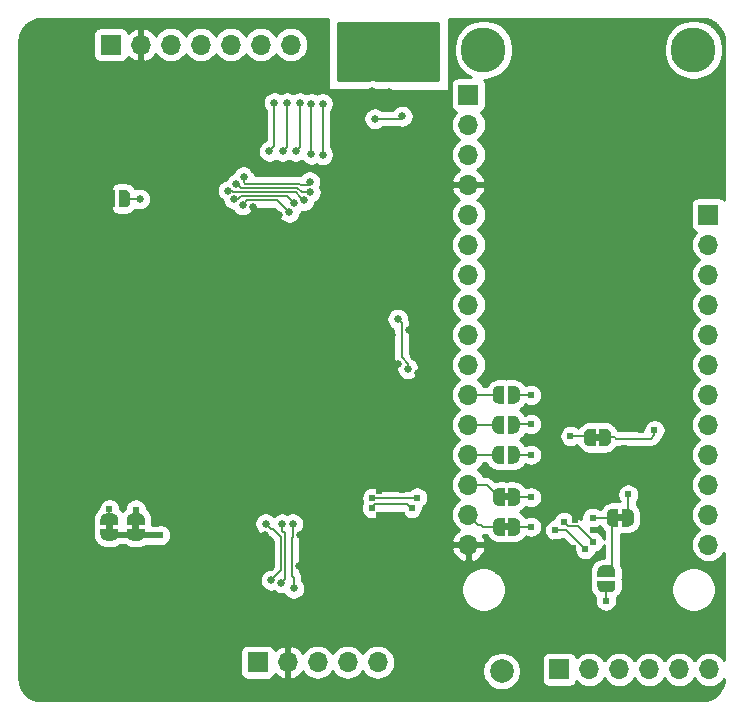
<source format=gbr>
G04 #@! TF.GenerationSoftware,KiCad,Pcbnew,(5.1.4)-1*
G04 #@! TF.CreationDate,2019-11-16T11:50:56-05:00*
G04 #@! TF.ProjectId,Feather-ZED-F9P-GPS,46656174-6865-4722-9d5a-45442d463950,rev?*
G04 #@! TF.SameCoordinates,Original*
G04 #@! TF.FileFunction,Copper,L2,Bot*
G04 #@! TF.FilePolarity,Positive*
%FSLAX46Y46*%
G04 Gerber Fmt 4.6, Leading zero omitted, Abs format (unit mm)*
G04 Created by KiCad (PCBNEW (5.1.4)-1) date 2019-11-16 11:50:56*
%MOMM*%
%LPD*%
G04 APERTURE LIST*
%ADD10C,0.100000*%
%ADD11O,1.700000X1.700000*%
%ADD12R,1.700000X1.700000*%
%ADD13C,2.000000*%
%ADD14C,0.500000*%
%ADD15C,3.800000*%
%ADD16C,0.660400*%
%ADD17C,0.609600*%
%ADD18C,0.152400*%
%ADD19C,0.508000*%
%ADD20C,0.254000*%
G04 APERTURE END LIST*
D10*
G36*
X93087000Y-79687700D02*
G01*
X92587000Y-79687700D01*
X92587000Y-79087700D01*
X93087000Y-79087700D01*
X93087000Y-79687700D01*
G37*
G36*
X84903500Y-84116900D02*
G01*
X85403500Y-84116900D01*
X85403500Y-84716900D01*
X84903500Y-84716900D01*
X84903500Y-84116900D01*
G37*
G36*
X95017400Y-86482200D02*
G01*
X94517400Y-86482200D01*
X94517400Y-85882200D01*
X95017400Y-85882200D01*
X95017400Y-86482200D01*
G37*
G36*
X84903500Y-86656900D02*
G01*
X85403500Y-86656900D01*
X85403500Y-87256900D01*
X84903500Y-87256900D01*
X84903500Y-86656900D01*
G37*
G36*
X54059100Y-86719600D02*
G01*
X54059100Y-87219600D01*
X53459100Y-87219600D01*
X53459100Y-86719600D01*
X54059100Y-86719600D01*
G37*
G36*
X51823900Y-86719600D02*
G01*
X51823900Y-87219600D01*
X51223900Y-87219600D01*
X51223900Y-86719600D01*
X51823900Y-86719600D01*
G37*
D11*
X66890900Y-46139100D03*
X64350900Y-46139100D03*
X61810900Y-46139100D03*
X59270900Y-46139100D03*
X56730900Y-46139100D03*
X54190900Y-46139100D03*
D12*
X51650900Y-46139100D03*
D11*
X102311200Y-99021900D03*
X99771200Y-99021900D03*
X97231200Y-99021900D03*
X94691200Y-99021900D03*
X92151200Y-99021900D03*
D12*
X89611200Y-99021900D03*
D13*
X84734400Y-99174300D03*
D11*
X74244200Y-98412300D03*
X71704200Y-98412300D03*
X69164200Y-98412300D03*
X66624200Y-98412300D03*
D12*
X64084200Y-98412300D03*
D14*
X84465400Y-75768200D03*
D10*
G36*
X84465400Y-76517598D02*
G01*
X84440866Y-76517598D01*
X84392035Y-76512788D01*
X84343910Y-76503216D01*
X84296955Y-76488972D01*
X84251622Y-76470195D01*
X84208349Y-76447064D01*
X84167550Y-76419804D01*
X84129621Y-76388676D01*
X84094924Y-76353979D01*
X84063796Y-76316050D01*
X84036536Y-76275251D01*
X84013405Y-76231978D01*
X83994628Y-76186645D01*
X83980384Y-76139690D01*
X83970812Y-76091565D01*
X83966002Y-76042734D01*
X83966002Y-76018200D01*
X83965400Y-76018200D01*
X83965400Y-75518200D01*
X83966002Y-75518200D01*
X83966002Y-75493666D01*
X83970812Y-75444835D01*
X83980384Y-75396710D01*
X83994628Y-75349755D01*
X84013405Y-75304422D01*
X84036536Y-75261149D01*
X84063796Y-75220350D01*
X84094924Y-75182421D01*
X84129621Y-75147724D01*
X84167550Y-75116596D01*
X84208349Y-75089336D01*
X84251622Y-75066205D01*
X84296955Y-75047428D01*
X84343910Y-75033184D01*
X84392035Y-75023612D01*
X84440866Y-75018802D01*
X84465400Y-75018802D01*
X84465400Y-75018200D01*
X84965400Y-75018200D01*
X84965400Y-76518200D01*
X84465400Y-76518200D01*
X84465400Y-76517598D01*
X84465400Y-76517598D01*
G37*
D14*
X85765400Y-75768200D03*
D10*
G36*
X85265400Y-75018200D02*
G01*
X85765400Y-75018200D01*
X85765400Y-75018802D01*
X85789934Y-75018802D01*
X85838765Y-75023612D01*
X85886890Y-75033184D01*
X85933845Y-75047428D01*
X85979178Y-75066205D01*
X86022451Y-75089336D01*
X86063250Y-75116596D01*
X86101179Y-75147724D01*
X86135876Y-75182421D01*
X86167004Y-75220350D01*
X86194264Y-75261149D01*
X86217395Y-75304422D01*
X86236172Y-75349755D01*
X86250416Y-75396710D01*
X86259988Y-75444835D01*
X86264798Y-75493666D01*
X86264798Y-75518200D01*
X86265400Y-75518200D01*
X86265400Y-76018200D01*
X86264798Y-76018200D01*
X86264798Y-76042734D01*
X86259988Y-76091565D01*
X86250416Y-76139690D01*
X86236172Y-76186645D01*
X86217395Y-76231978D01*
X86194264Y-76275251D01*
X86167004Y-76316050D01*
X86135876Y-76353979D01*
X86101179Y-76388676D01*
X86063250Y-76419804D01*
X86022451Y-76447064D01*
X85979178Y-76470195D01*
X85933845Y-76488972D01*
X85886890Y-76503216D01*
X85838765Y-76512788D01*
X85789934Y-76517598D01*
X85765400Y-76517598D01*
X85765400Y-76518200D01*
X85265400Y-76518200D01*
X85265400Y-75018200D01*
X85265400Y-75018200D01*
G37*
D14*
X93599000Y-92013800D03*
D10*
G36*
X94348398Y-92013800D02*
G01*
X94348398Y-92038334D01*
X94343588Y-92087165D01*
X94334016Y-92135290D01*
X94319772Y-92182245D01*
X94300995Y-92227578D01*
X94277864Y-92270851D01*
X94250604Y-92311650D01*
X94219476Y-92349579D01*
X94184779Y-92384276D01*
X94146850Y-92415404D01*
X94106051Y-92442664D01*
X94062778Y-92465795D01*
X94017445Y-92484572D01*
X93970490Y-92498816D01*
X93922365Y-92508388D01*
X93873534Y-92513198D01*
X93849000Y-92513198D01*
X93849000Y-92513800D01*
X93349000Y-92513800D01*
X93349000Y-92513198D01*
X93324466Y-92513198D01*
X93275635Y-92508388D01*
X93227510Y-92498816D01*
X93180555Y-92484572D01*
X93135222Y-92465795D01*
X93091949Y-92442664D01*
X93051150Y-92415404D01*
X93013221Y-92384276D01*
X92978524Y-92349579D01*
X92947396Y-92311650D01*
X92920136Y-92270851D01*
X92897005Y-92227578D01*
X92878228Y-92182245D01*
X92863984Y-92135290D01*
X92854412Y-92087165D01*
X92849602Y-92038334D01*
X92849602Y-92013800D01*
X92849000Y-92013800D01*
X92849000Y-91513800D01*
X94349000Y-91513800D01*
X94349000Y-92013800D01*
X94348398Y-92013800D01*
X94348398Y-92013800D01*
G37*
D14*
X93599000Y-90713800D03*
D10*
G36*
X92849000Y-91213800D02*
G01*
X92849000Y-90713800D01*
X92849602Y-90713800D01*
X92849602Y-90689266D01*
X92854412Y-90640435D01*
X92863984Y-90592310D01*
X92878228Y-90545355D01*
X92897005Y-90500022D01*
X92920136Y-90456749D01*
X92947396Y-90415950D01*
X92978524Y-90378021D01*
X93013221Y-90343324D01*
X93051150Y-90312196D01*
X93091949Y-90284936D01*
X93135222Y-90261805D01*
X93180555Y-90243028D01*
X93227510Y-90228784D01*
X93275635Y-90219212D01*
X93324466Y-90214402D01*
X93349000Y-90214402D01*
X93349000Y-90213800D01*
X93849000Y-90213800D01*
X93849000Y-90214402D01*
X93873534Y-90214402D01*
X93922365Y-90219212D01*
X93970490Y-90228784D01*
X94017445Y-90243028D01*
X94062778Y-90261805D01*
X94106051Y-90284936D01*
X94146850Y-90312196D01*
X94184779Y-90343324D01*
X94219476Y-90378021D01*
X94250604Y-90415950D01*
X94277864Y-90456749D01*
X94300995Y-90500022D01*
X94319772Y-90545355D01*
X94334016Y-90592310D01*
X94343588Y-90640435D01*
X94348398Y-90689266D01*
X94348398Y-90713800D01*
X94349000Y-90713800D01*
X94349000Y-91213800D01*
X92849000Y-91213800D01*
X92849000Y-91213800D01*
G37*
D14*
X84452700Y-80848200D03*
D10*
G36*
X84452700Y-81597598D02*
G01*
X84428166Y-81597598D01*
X84379335Y-81592788D01*
X84331210Y-81583216D01*
X84284255Y-81568972D01*
X84238922Y-81550195D01*
X84195649Y-81527064D01*
X84154850Y-81499804D01*
X84116921Y-81468676D01*
X84082224Y-81433979D01*
X84051096Y-81396050D01*
X84023836Y-81355251D01*
X84000705Y-81311978D01*
X83981928Y-81266645D01*
X83967684Y-81219690D01*
X83958112Y-81171565D01*
X83953302Y-81122734D01*
X83953302Y-81098200D01*
X83952700Y-81098200D01*
X83952700Y-80598200D01*
X83953302Y-80598200D01*
X83953302Y-80573666D01*
X83958112Y-80524835D01*
X83967684Y-80476710D01*
X83981928Y-80429755D01*
X84000705Y-80384422D01*
X84023836Y-80341149D01*
X84051096Y-80300350D01*
X84082224Y-80262421D01*
X84116921Y-80227724D01*
X84154850Y-80196596D01*
X84195649Y-80169336D01*
X84238922Y-80146205D01*
X84284255Y-80127428D01*
X84331210Y-80113184D01*
X84379335Y-80103612D01*
X84428166Y-80098802D01*
X84452700Y-80098802D01*
X84452700Y-80098200D01*
X84952700Y-80098200D01*
X84952700Y-81598200D01*
X84452700Y-81598200D01*
X84452700Y-81597598D01*
X84452700Y-81597598D01*
G37*
D14*
X85752700Y-80848200D03*
D10*
G36*
X85252700Y-80098200D02*
G01*
X85752700Y-80098200D01*
X85752700Y-80098802D01*
X85777234Y-80098802D01*
X85826065Y-80103612D01*
X85874190Y-80113184D01*
X85921145Y-80127428D01*
X85966478Y-80146205D01*
X86009751Y-80169336D01*
X86050550Y-80196596D01*
X86088479Y-80227724D01*
X86123176Y-80262421D01*
X86154304Y-80300350D01*
X86181564Y-80341149D01*
X86204695Y-80384422D01*
X86223472Y-80429755D01*
X86237716Y-80476710D01*
X86247288Y-80524835D01*
X86252098Y-80573666D01*
X86252098Y-80598200D01*
X86252700Y-80598200D01*
X86252700Y-81098200D01*
X86252098Y-81098200D01*
X86252098Y-81122734D01*
X86247288Y-81171565D01*
X86237716Y-81219690D01*
X86223472Y-81266645D01*
X86204695Y-81311978D01*
X86181564Y-81355251D01*
X86154304Y-81396050D01*
X86123176Y-81433979D01*
X86088479Y-81468676D01*
X86050550Y-81499804D01*
X86009751Y-81527064D01*
X85966478Y-81550195D01*
X85921145Y-81568972D01*
X85874190Y-81583216D01*
X85826065Y-81592788D01*
X85777234Y-81597598D01*
X85752700Y-81597598D01*
X85752700Y-81598200D01*
X85252700Y-81598200D01*
X85252700Y-80098200D01*
X85252700Y-80098200D01*
G37*
D14*
X84452700Y-78308200D03*
D10*
G36*
X84452700Y-79057598D02*
G01*
X84428166Y-79057598D01*
X84379335Y-79052788D01*
X84331210Y-79043216D01*
X84284255Y-79028972D01*
X84238922Y-79010195D01*
X84195649Y-78987064D01*
X84154850Y-78959804D01*
X84116921Y-78928676D01*
X84082224Y-78893979D01*
X84051096Y-78856050D01*
X84023836Y-78815251D01*
X84000705Y-78771978D01*
X83981928Y-78726645D01*
X83967684Y-78679690D01*
X83958112Y-78631565D01*
X83953302Y-78582734D01*
X83953302Y-78558200D01*
X83952700Y-78558200D01*
X83952700Y-78058200D01*
X83953302Y-78058200D01*
X83953302Y-78033666D01*
X83958112Y-77984835D01*
X83967684Y-77936710D01*
X83981928Y-77889755D01*
X84000705Y-77844422D01*
X84023836Y-77801149D01*
X84051096Y-77760350D01*
X84082224Y-77722421D01*
X84116921Y-77687724D01*
X84154850Y-77656596D01*
X84195649Y-77629336D01*
X84238922Y-77606205D01*
X84284255Y-77587428D01*
X84331210Y-77573184D01*
X84379335Y-77563612D01*
X84428166Y-77558802D01*
X84452700Y-77558802D01*
X84452700Y-77558200D01*
X84952700Y-77558200D01*
X84952700Y-79058200D01*
X84452700Y-79058200D01*
X84452700Y-79057598D01*
X84452700Y-79057598D01*
G37*
D14*
X85752700Y-78308200D03*
D10*
G36*
X85252700Y-77558200D02*
G01*
X85752700Y-77558200D01*
X85752700Y-77558802D01*
X85777234Y-77558802D01*
X85826065Y-77563612D01*
X85874190Y-77573184D01*
X85921145Y-77587428D01*
X85966478Y-77606205D01*
X86009751Y-77629336D01*
X86050550Y-77656596D01*
X86088479Y-77687724D01*
X86123176Y-77722421D01*
X86154304Y-77760350D01*
X86181564Y-77801149D01*
X86204695Y-77844422D01*
X86223472Y-77889755D01*
X86237716Y-77936710D01*
X86247288Y-77984835D01*
X86252098Y-78033666D01*
X86252098Y-78058200D01*
X86252700Y-78058200D01*
X86252700Y-78558200D01*
X86252098Y-78558200D01*
X86252098Y-78582734D01*
X86247288Y-78631565D01*
X86237716Y-78679690D01*
X86223472Y-78726645D01*
X86204695Y-78771978D01*
X86181564Y-78815251D01*
X86154304Y-78856050D01*
X86123176Y-78893979D01*
X86088479Y-78928676D01*
X86050550Y-78959804D01*
X86009751Y-78987064D01*
X85966478Y-79010195D01*
X85921145Y-79028972D01*
X85874190Y-79043216D01*
X85826065Y-79052788D01*
X85777234Y-79057598D01*
X85752700Y-79057598D01*
X85752700Y-79058200D01*
X85252700Y-79058200D01*
X85252700Y-77558200D01*
X85252700Y-77558200D01*
G37*
D14*
X92187000Y-79387700D03*
D10*
G36*
X92687000Y-80137700D02*
G01*
X92187000Y-80137700D01*
X92187000Y-80137098D01*
X92162466Y-80137098D01*
X92113635Y-80132288D01*
X92065510Y-80122716D01*
X92018555Y-80108472D01*
X91973222Y-80089695D01*
X91929949Y-80066564D01*
X91889150Y-80039304D01*
X91851221Y-80008176D01*
X91816524Y-79973479D01*
X91785396Y-79935550D01*
X91758136Y-79894751D01*
X91735005Y-79851478D01*
X91716228Y-79806145D01*
X91701984Y-79759190D01*
X91692412Y-79711065D01*
X91687602Y-79662234D01*
X91687602Y-79637700D01*
X91687000Y-79637700D01*
X91687000Y-79137700D01*
X91687602Y-79137700D01*
X91687602Y-79113166D01*
X91692412Y-79064335D01*
X91701984Y-79016210D01*
X91716228Y-78969255D01*
X91735005Y-78923922D01*
X91758136Y-78880649D01*
X91785396Y-78839850D01*
X91816524Y-78801921D01*
X91851221Y-78767224D01*
X91889150Y-78736096D01*
X91929949Y-78708836D01*
X91973222Y-78685705D01*
X92018555Y-78666928D01*
X92065510Y-78652684D01*
X92113635Y-78643112D01*
X92162466Y-78638302D01*
X92187000Y-78638302D01*
X92187000Y-78637700D01*
X92687000Y-78637700D01*
X92687000Y-80137700D01*
X92687000Y-80137700D01*
G37*
D14*
X93487000Y-79387700D03*
D10*
G36*
X93487000Y-78638302D02*
G01*
X93511534Y-78638302D01*
X93560365Y-78643112D01*
X93608490Y-78652684D01*
X93655445Y-78666928D01*
X93700778Y-78685705D01*
X93744051Y-78708836D01*
X93784850Y-78736096D01*
X93822779Y-78767224D01*
X93857476Y-78801921D01*
X93888604Y-78839850D01*
X93915864Y-78880649D01*
X93938995Y-78923922D01*
X93957772Y-78969255D01*
X93972016Y-79016210D01*
X93981588Y-79064335D01*
X93986398Y-79113166D01*
X93986398Y-79137700D01*
X93987000Y-79137700D01*
X93987000Y-79637700D01*
X93986398Y-79637700D01*
X93986398Y-79662234D01*
X93981588Y-79711065D01*
X93972016Y-79759190D01*
X93957772Y-79806145D01*
X93938995Y-79851478D01*
X93915864Y-79894751D01*
X93888604Y-79935550D01*
X93857476Y-79973479D01*
X93822779Y-80008176D01*
X93784850Y-80039304D01*
X93744051Y-80066564D01*
X93700778Y-80089695D01*
X93655445Y-80108472D01*
X93608490Y-80122716D01*
X93560365Y-80132288D01*
X93511534Y-80137098D01*
X93487000Y-80137098D01*
X93487000Y-80137700D01*
X92987000Y-80137700D01*
X92987000Y-78637700D01*
X93487000Y-78637700D01*
X93487000Y-78638302D01*
X93487000Y-78638302D01*
G37*
D14*
X85803500Y-84416900D03*
D10*
G36*
X85303500Y-83666900D02*
G01*
X85803500Y-83666900D01*
X85803500Y-83667502D01*
X85828034Y-83667502D01*
X85876865Y-83672312D01*
X85924990Y-83681884D01*
X85971945Y-83696128D01*
X86017278Y-83714905D01*
X86060551Y-83738036D01*
X86101350Y-83765296D01*
X86139279Y-83796424D01*
X86173976Y-83831121D01*
X86205104Y-83869050D01*
X86232364Y-83909849D01*
X86255495Y-83953122D01*
X86274272Y-83998455D01*
X86288516Y-84045410D01*
X86298088Y-84093535D01*
X86302898Y-84142366D01*
X86302898Y-84166900D01*
X86303500Y-84166900D01*
X86303500Y-84666900D01*
X86302898Y-84666900D01*
X86302898Y-84691434D01*
X86298088Y-84740265D01*
X86288516Y-84788390D01*
X86274272Y-84835345D01*
X86255495Y-84880678D01*
X86232364Y-84923951D01*
X86205104Y-84964750D01*
X86173976Y-85002679D01*
X86139279Y-85037376D01*
X86101350Y-85068504D01*
X86060551Y-85095764D01*
X86017278Y-85118895D01*
X85971945Y-85137672D01*
X85924990Y-85151916D01*
X85876865Y-85161488D01*
X85828034Y-85166298D01*
X85803500Y-85166298D01*
X85803500Y-85166900D01*
X85303500Y-85166900D01*
X85303500Y-83666900D01*
X85303500Y-83666900D01*
G37*
D14*
X84503500Y-84416900D03*
D10*
G36*
X84503500Y-85166298D02*
G01*
X84478966Y-85166298D01*
X84430135Y-85161488D01*
X84382010Y-85151916D01*
X84335055Y-85137672D01*
X84289722Y-85118895D01*
X84246449Y-85095764D01*
X84205650Y-85068504D01*
X84167721Y-85037376D01*
X84133024Y-85002679D01*
X84101896Y-84964750D01*
X84074636Y-84923951D01*
X84051505Y-84880678D01*
X84032728Y-84835345D01*
X84018484Y-84788390D01*
X84008912Y-84740265D01*
X84004102Y-84691434D01*
X84004102Y-84666900D01*
X84003500Y-84666900D01*
X84003500Y-84166900D01*
X84004102Y-84166900D01*
X84004102Y-84142366D01*
X84008912Y-84093535D01*
X84018484Y-84045410D01*
X84032728Y-83998455D01*
X84051505Y-83953122D01*
X84074636Y-83909849D01*
X84101896Y-83869050D01*
X84133024Y-83831121D01*
X84167721Y-83796424D01*
X84205650Y-83765296D01*
X84246449Y-83738036D01*
X84289722Y-83714905D01*
X84335055Y-83696128D01*
X84382010Y-83681884D01*
X84430135Y-83672312D01*
X84478966Y-83667502D01*
X84503500Y-83667502D01*
X84503500Y-83666900D01*
X85003500Y-83666900D01*
X85003500Y-85166900D01*
X84503500Y-85166900D01*
X84503500Y-85166298D01*
X84503500Y-85166298D01*
G37*
D14*
X94117400Y-86182200D03*
D10*
G36*
X94617400Y-86932200D02*
G01*
X94117400Y-86932200D01*
X94117400Y-86931598D01*
X94092866Y-86931598D01*
X94044035Y-86926788D01*
X93995910Y-86917216D01*
X93948955Y-86902972D01*
X93903622Y-86884195D01*
X93860349Y-86861064D01*
X93819550Y-86833804D01*
X93781621Y-86802676D01*
X93746924Y-86767979D01*
X93715796Y-86730050D01*
X93688536Y-86689251D01*
X93665405Y-86645978D01*
X93646628Y-86600645D01*
X93632384Y-86553690D01*
X93622812Y-86505565D01*
X93618002Y-86456734D01*
X93618002Y-86432200D01*
X93617400Y-86432200D01*
X93617400Y-85932200D01*
X93618002Y-85932200D01*
X93618002Y-85907666D01*
X93622812Y-85858835D01*
X93632384Y-85810710D01*
X93646628Y-85763755D01*
X93665405Y-85718422D01*
X93688536Y-85675149D01*
X93715796Y-85634350D01*
X93746924Y-85596421D01*
X93781621Y-85561724D01*
X93819550Y-85530596D01*
X93860349Y-85503336D01*
X93903622Y-85480205D01*
X93948955Y-85461428D01*
X93995910Y-85447184D01*
X94044035Y-85437612D01*
X94092866Y-85432802D01*
X94117400Y-85432802D01*
X94117400Y-85432200D01*
X94617400Y-85432200D01*
X94617400Y-86932200D01*
X94617400Y-86932200D01*
G37*
D14*
X95417400Y-86182200D03*
D10*
G36*
X95417400Y-85432802D02*
G01*
X95441934Y-85432802D01*
X95490765Y-85437612D01*
X95538890Y-85447184D01*
X95585845Y-85461428D01*
X95631178Y-85480205D01*
X95674451Y-85503336D01*
X95715250Y-85530596D01*
X95753179Y-85561724D01*
X95787876Y-85596421D01*
X95819004Y-85634350D01*
X95846264Y-85675149D01*
X95869395Y-85718422D01*
X95888172Y-85763755D01*
X95902416Y-85810710D01*
X95911988Y-85858835D01*
X95916798Y-85907666D01*
X95916798Y-85932200D01*
X95917400Y-85932200D01*
X95917400Y-86432200D01*
X95916798Y-86432200D01*
X95916798Y-86456734D01*
X95911988Y-86505565D01*
X95902416Y-86553690D01*
X95888172Y-86600645D01*
X95869395Y-86645978D01*
X95846264Y-86689251D01*
X95819004Y-86730050D01*
X95787876Y-86767979D01*
X95753179Y-86802676D01*
X95715250Y-86833804D01*
X95674451Y-86861064D01*
X95631178Y-86884195D01*
X95585845Y-86902972D01*
X95538890Y-86917216D01*
X95490765Y-86926788D01*
X95441934Y-86931598D01*
X95417400Y-86931598D01*
X95417400Y-86932200D01*
X94917400Y-86932200D01*
X94917400Y-85432200D01*
X95417400Y-85432200D01*
X95417400Y-85432802D01*
X95417400Y-85432802D01*
G37*
D14*
X85803500Y-86956900D03*
D10*
G36*
X85303500Y-86206900D02*
G01*
X85803500Y-86206900D01*
X85803500Y-86207502D01*
X85828034Y-86207502D01*
X85876865Y-86212312D01*
X85924990Y-86221884D01*
X85971945Y-86236128D01*
X86017278Y-86254905D01*
X86060551Y-86278036D01*
X86101350Y-86305296D01*
X86139279Y-86336424D01*
X86173976Y-86371121D01*
X86205104Y-86409050D01*
X86232364Y-86449849D01*
X86255495Y-86493122D01*
X86274272Y-86538455D01*
X86288516Y-86585410D01*
X86298088Y-86633535D01*
X86302898Y-86682366D01*
X86302898Y-86706900D01*
X86303500Y-86706900D01*
X86303500Y-87206900D01*
X86302898Y-87206900D01*
X86302898Y-87231434D01*
X86298088Y-87280265D01*
X86288516Y-87328390D01*
X86274272Y-87375345D01*
X86255495Y-87420678D01*
X86232364Y-87463951D01*
X86205104Y-87504750D01*
X86173976Y-87542679D01*
X86139279Y-87577376D01*
X86101350Y-87608504D01*
X86060551Y-87635764D01*
X86017278Y-87658895D01*
X85971945Y-87677672D01*
X85924990Y-87691916D01*
X85876865Y-87701488D01*
X85828034Y-87706298D01*
X85803500Y-87706298D01*
X85803500Y-87706900D01*
X85303500Y-87706900D01*
X85303500Y-86206900D01*
X85303500Y-86206900D01*
G37*
D14*
X84503500Y-86956900D03*
D10*
G36*
X84503500Y-87706298D02*
G01*
X84478966Y-87706298D01*
X84430135Y-87701488D01*
X84382010Y-87691916D01*
X84335055Y-87677672D01*
X84289722Y-87658895D01*
X84246449Y-87635764D01*
X84205650Y-87608504D01*
X84167721Y-87577376D01*
X84133024Y-87542679D01*
X84101896Y-87504750D01*
X84074636Y-87463951D01*
X84051505Y-87420678D01*
X84032728Y-87375345D01*
X84018484Y-87328390D01*
X84008912Y-87280265D01*
X84004102Y-87231434D01*
X84004102Y-87206900D01*
X84003500Y-87206900D01*
X84003500Y-86706900D01*
X84004102Y-86706900D01*
X84004102Y-86682366D01*
X84008912Y-86633535D01*
X84018484Y-86585410D01*
X84032728Y-86538455D01*
X84051505Y-86493122D01*
X84074636Y-86449849D01*
X84101896Y-86409050D01*
X84133024Y-86371121D01*
X84167721Y-86336424D01*
X84205650Y-86305296D01*
X84246449Y-86278036D01*
X84289722Y-86254905D01*
X84335055Y-86236128D01*
X84382010Y-86221884D01*
X84430135Y-86212312D01*
X84478966Y-86207502D01*
X84503500Y-86207502D01*
X84503500Y-86206900D01*
X85003500Y-86206900D01*
X85003500Y-87706900D01*
X84503500Y-87706900D01*
X84503500Y-87706298D01*
X84503500Y-87706298D01*
G37*
D11*
X81927700Y-88468200D03*
X81927700Y-85928200D03*
X81927700Y-83388200D03*
X81927700Y-80848200D03*
X81927700Y-78308200D03*
X81927700Y-75768200D03*
X81927700Y-73228200D03*
X81927700Y-70688200D03*
X81927700Y-68148200D03*
X81927700Y-65608200D03*
X81927700Y-63068200D03*
X81927700Y-60528200D03*
X81927700Y-57988200D03*
X81927700Y-55448200D03*
X81927700Y-52908200D03*
D12*
X81927700Y-50368200D03*
D11*
X102247700Y-88468200D03*
X102247700Y-85928200D03*
X102247700Y-83388200D03*
X102247700Y-80848200D03*
X102247700Y-78308200D03*
X102247700Y-75768200D03*
X102247700Y-73228200D03*
X102247700Y-70688200D03*
X102247700Y-68148200D03*
X102247700Y-65608200D03*
X102247700Y-63068200D03*
D12*
X102247700Y-60528200D03*
D15*
X83197700Y-46558200D03*
X100977700Y-46558200D03*
D14*
X53759100Y-87619600D03*
D10*
G36*
X54509100Y-87119600D02*
G01*
X54509100Y-87619600D01*
X54508498Y-87619600D01*
X54508498Y-87644134D01*
X54503688Y-87692965D01*
X54494116Y-87741090D01*
X54479872Y-87788045D01*
X54461095Y-87833378D01*
X54437964Y-87876651D01*
X54410704Y-87917450D01*
X54379576Y-87955379D01*
X54344879Y-87990076D01*
X54306950Y-88021204D01*
X54266151Y-88048464D01*
X54222878Y-88071595D01*
X54177545Y-88090372D01*
X54130590Y-88104616D01*
X54082465Y-88114188D01*
X54033634Y-88118998D01*
X54009100Y-88118998D01*
X54009100Y-88119600D01*
X53509100Y-88119600D01*
X53509100Y-88118998D01*
X53484566Y-88118998D01*
X53435735Y-88114188D01*
X53387610Y-88104616D01*
X53340655Y-88090372D01*
X53295322Y-88071595D01*
X53252049Y-88048464D01*
X53211250Y-88021204D01*
X53173321Y-87990076D01*
X53138624Y-87955379D01*
X53107496Y-87917450D01*
X53080236Y-87876651D01*
X53057105Y-87833378D01*
X53038328Y-87788045D01*
X53024084Y-87741090D01*
X53014512Y-87692965D01*
X53009702Y-87644134D01*
X53009702Y-87619600D01*
X53009100Y-87619600D01*
X53009100Y-87119600D01*
X54509100Y-87119600D01*
X54509100Y-87119600D01*
G37*
D14*
X53759100Y-86319600D03*
D10*
G36*
X53009702Y-86319600D02*
G01*
X53009702Y-86295066D01*
X53014512Y-86246235D01*
X53024084Y-86198110D01*
X53038328Y-86151155D01*
X53057105Y-86105822D01*
X53080236Y-86062549D01*
X53107496Y-86021750D01*
X53138624Y-85983821D01*
X53173321Y-85949124D01*
X53211250Y-85917996D01*
X53252049Y-85890736D01*
X53295322Y-85867605D01*
X53340655Y-85848828D01*
X53387610Y-85834584D01*
X53435735Y-85825012D01*
X53484566Y-85820202D01*
X53509100Y-85820202D01*
X53509100Y-85819600D01*
X54009100Y-85819600D01*
X54009100Y-85820202D01*
X54033634Y-85820202D01*
X54082465Y-85825012D01*
X54130590Y-85834584D01*
X54177545Y-85848828D01*
X54222878Y-85867605D01*
X54266151Y-85890736D01*
X54306950Y-85917996D01*
X54344879Y-85949124D01*
X54379576Y-85983821D01*
X54410704Y-86021750D01*
X54437964Y-86062549D01*
X54461095Y-86105822D01*
X54479872Y-86151155D01*
X54494116Y-86198110D01*
X54503688Y-86246235D01*
X54508498Y-86295066D01*
X54508498Y-86319600D01*
X54509100Y-86319600D01*
X54509100Y-86819600D01*
X53009100Y-86819600D01*
X53009100Y-86319600D01*
X53009702Y-86319600D01*
X53009702Y-86319600D01*
G37*
D14*
X51508900Y-59169300D03*
D10*
G36*
X51508900Y-59918698D02*
G01*
X51484366Y-59918698D01*
X51435535Y-59913888D01*
X51387410Y-59904316D01*
X51340455Y-59890072D01*
X51295122Y-59871295D01*
X51251849Y-59848164D01*
X51211050Y-59820904D01*
X51173121Y-59789776D01*
X51138424Y-59755079D01*
X51107296Y-59717150D01*
X51080036Y-59676351D01*
X51056905Y-59633078D01*
X51038128Y-59587745D01*
X51023884Y-59540790D01*
X51014312Y-59492665D01*
X51009502Y-59443834D01*
X51009502Y-59419300D01*
X51008900Y-59419300D01*
X51008900Y-58919300D01*
X51009502Y-58919300D01*
X51009502Y-58894766D01*
X51014312Y-58845935D01*
X51023884Y-58797810D01*
X51038128Y-58750855D01*
X51056905Y-58705522D01*
X51080036Y-58662249D01*
X51107296Y-58621450D01*
X51138424Y-58583521D01*
X51173121Y-58548824D01*
X51211050Y-58517696D01*
X51251849Y-58490436D01*
X51295122Y-58467305D01*
X51340455Y-58448528D01*
X51387410Y-58434284D01*
X51435535Y-58424712D01*
X51484366Y-58419902D01*
X51508900Y-58419902D01*
X51508900Y-58419300D01*
X52008900Y-58419300D01*
X52008900Y-59919300D01*
X51508900Y-59919300D01*
X51508900Y-59918698D01*
X51508900Y-59918698D01*
G37*
D14*
X52808900Y-59169300D03*
D10*
G36*
X52308900Y-58419300D02*
G01*
X52808900Y-58419300D01*
X52808900Y-58419902D01*
X52833434Y-58419902D01*
X52882265Y-58424712D01*
X52930390Y-58434284D01*
X52977345Y-58448528D01*
X53022678Y-58467305D01*
X53065951Y-58490436D01*
X53106750Y-58517696D01*
X53144679Y-58548824D01*
X53179376Y-58583521D01*
X53210504Y-58621450D01*
X53237764Y-58662249D01*
X53260895Y-58705522D01*
X53279672Y-58750855D01*
X53293916Y-58797810D01*
X53303488Y-58845935D01*
X53308298Y-58894766D01*
X53308298Y-58919300D01*
X53308900Y-58919300D01*
X53308900Y-59419300D01*
X53308298Y-59419300D01*
X53308298Y-59443834D01*
X53303488Y-59492665D01*
X53293916Y-59540790D01*
X53279672Y-59587745D01*
X53260895Y-59633078D01*
X53237764Y-59676351D01*
X53210504Y-59717150D01*
X53179376Y-59755079D01*
X53144679Y-59789776D01*
X53106750Y-59820904D01*
X53065951Y-59848164D01*
X53022678Y-59871295D01*
X52977345Y-59890072D01*
X52930390Y-59904316D01*
X52882265Y-59913888D01*
X52833434Y-59918698D01*
X52808900Y-59918698D01*
X52808900Y-59919300D01*
X52308900Y-59919300D01*
X52308900Y-58419300D01*
X52308900Y-58419300D01*
G37*
D14*
X51523900Y-87619600D03*
D10*
G36*
X52273900Y-87119600D02*
G01*
X52273900Y-87619600D01*
X52273298Y-87619600D01*
X52273298Y-87644134D01*
X52268488Y-87692965D01*
X52258916Y-87741090D01*
X52244672Y-87788045D01*
X52225895Y-87833378D01*
X52202764Y-87876651D01*
X52175504Y-87917450D01*
X52144376Y-87955379D01*
X52109679Y-87990076D01*
X52071750Y-88021204D01*
X52030951Y-88048464D01*
X51987678Y-88071595D01*
X51942345Y-88090372D01*
X51895390Y-88104616D01*
X51847265Y-88114188D01*
X51798434Y-88118998D01*
X51773900Y-88118998D01*
X51773900Y-88119600D01*
X51273900Y-88119600D01*
X51273900Y-88118998D01*
X51249366Y-88118998D01*
X51200535Y-88114188D01*
X51152410Y-88104616D01*
X51105455Y-88090372D01*
X51060122Y-88071595D01*
X51016849Y-88048464D01*
X50976050Y-88021204D01*
X50938121Y-87990076D01*
X50903424Y-87955379D01*
X50872296Y-87917450D01*
X50845036Y-87876651D01*
X50821905Y-87833378D01*
X50803128Y-87788045D01*
X50788884Y-87741090D01*
X50779312Y-87692965D01*
X50774502Y-87644134D01*
X50774502Y-87619600D01*
X50773900Y-87619600D01*
X50773900Y-87119600D01*
X52273900Y-87119600D01*
X52273900Y-87119600D01*
G37*
D14*
X51523900Y-86319600D03*
D10*
G36*
X50774502Y-86319600D02*
G01*
X50774502Y-86295066D01*
X50779312Y-86246235D01*
X50788884Y-86198110D01*
X50803128Y-86151155D01*
X50821905Y-86105822D01*
X50845036Y-86062549D01*
X50872296Y-86021750D01*
X50903424Y-85983821D01*
X50938121Y-85949124D01*
X50976050Y-85917996D01*
X51016849Y-85890736D01*
X51060122Y-85867605D01*
X51105455Y-85848828D01*
X51152410Y-85834584D01*
X51200535Y-85825012D01*
X51249366Y-85820202D01*
X51273900Y-85820202D01*
X51273900Y-85819600D01*
X51773900Y-85819600D01*
X51773900Y-85820202D01*
X51798434Y-85820202D01*
X51847265Y-85825012D01*
X51895390Y-85834584D01*
X51942345Y-85848828D01*
X51987678Y-85867605D01*
X52030951Y-85890736D01*
X52071750Y-85917996D01*
X52109679Y-85949124D01*
X52144376Y-85983821D01*
X52175504Y-86021750D01*
X52202764Y-86062549D01*
X52225895Y-86105822D01*
X52244672Y-86151155D01*
X52258916Y-86198110D01*
X52268488Y-86246235D01*
X52273298Y-86295066D01*
X52273298Y-86319600D01*
X52273900Y-86319600D01*
X52273900Y-86819600D01*
X50773900Y-86819600D01*
X50773900Y-86319600D01*
X50774502Y-86319600D01*
X50774502Y-86319600D01*
G37*
D16*
X60782200Y-66548000D03*
X52552600Y-64617600D03*
X60883800Y-54470300D03*
X70993000Y-54470300D03*
X75171300Y-50114200D03*
X73787000Y-50040540D03*
X75831700Y-55778400D03*
X60883800Y-51816000D03*
X77647800Y-73914000D03*
X70993000Y-51816000D03*
X66522600Y-56375300D03*
X65900300Y-60528200D03*
X63779400Y-56730900D03*
X63677800Y-59905900D03*
X75463400Y-70726300D03*
X77343000Y-72567800D03*
X75996800Y-73202800D03*
X67564000Y-90297000D03*
X64719200Y-90297000D03*
X67703700Y-87655400D03*
X80048100Y-67551300D03*
X76898500Y-70307200D03*
X48094900Y-92646500D03*
X64719200Y-87680800D03*
D17*
X74371200Y-83921600D03*
X74371200Y-85928200D03*
X76276200Y-85966300D03*
X76301600Y-83807300D03*
X48209200Y-97116900D03*
X51981100Y-62928500D03*
X50825400Y-59194700D03*
X72898000Y-80225900D03*
X95097600Y-78714600D03*
X95097600Y-80302100D03*
X96494600Y-80340200D03*
X96494600Y-78727300D03*
X89319100Y-88252300D03*
X90754200Y-88722200D03*
X90906600Y-86347300D03*
X92481400Y-87185500D03*
D16*
X55613300Y-44246800D03*
X52755800Y-44246800D03*
X44500800Y-45796200D03*
X44500800Y-50417845D03*
X44500800Y-55039490D03*
X44500800Y-59661135D03*
X44500800Y-64282780D03*
X44500800Y-68904425D03*
X44500800Y-73526070D03*
X44500800Y-78147715D03*
X44500800Y-82769360D03*
X44500800Y-87391005D03*
X44500800Y-92012650D03*
X44500800Y-96634300D03*
X44564300Y-100330000D03*
X45999400Y-101333300D03*
X47510700Y-82689700D03*
X47586900Y-78460600D03*
X47345600Y-73774300D03*
X47548800Y-69189600D03*
X47612300Y-64389000D03*
X47612300Y-60134500D03*
X47612300Y-54914800D03*
X47942500Y-50520600D03*
X47853600Y-45770800D03*
X54648100Y-61861700D03*
X58343800Y-61823600D03*
X58420000Y-63182500D03*
X56235600Y-63106300D03*
X60121800Y-66992500D03*
X60274200Y-64477900D03*
X54902100Y-64757300D03*
X54854300Y-66970100D03*
X54140100Y-67005200D03*
X55590900Y-66970100D03*
X53454300Y-67017900D03*
X53454300Y-64744600D03*
X54178200Y-64744600D03*
X55714900Y-64744600D03*
X56527700Y-64706500D03*
X57327800Y-64731900D03*
X52158900Y-65290700D03*
X52171600Y-65925700D03*
X52006500Y-66649600D03*
X52601600Y-67337200D03*
X57658000Y-66840100D03*
X57556400Y-63969900D03*
X58280300Y-63855600D03*
X59093100Y-63855600D03*
X59842400Y-63855600D03*
X60299600Y-65163700D03*
X60325000Y-65900300D03*
X55473600Y-67767200D03*
X57099200Y-68821300D03*
X56464200Y-69303900D03*
X57340500Y-69735700D03*
X57404000Y-70485000D03*
X60337700Y-67754500D03*
X60388500Y-69862700D03*
X60350400Y-71983600D03*
X60299600Y-74002900D03*
X60325000Y-76098400D03*
X60325000Y-78219300D03*
X60223400Y-80429100D03*
X59423300Y-80352900D03*
X58559700Y-80378300D03*
X56489600Y-70624700D03*
X54127400Y-72504300D03*
X56413400Y-72504300D03*
X51887100Y-68407300D03*
X51447700Y-69608700D03*
X52806600Y-50253900D03*
X50634900Y-47980600D03*
X50101500Y-50114200D03*
X53263800Y-47510700D03*
X55854600Y-47790100D03*
X58483500Y-47967900D03*
X60998100Y-47891700D03*
X62623700Y-47917100D03*
X56121300Y-50126900D03*
X57810400Y-51930300D03*
X56680100Y-81165700D03*
X56642000Y-79933800D03*
X56629300Y-78320900D03*
X56591200Y-77139800D03*
X56705500Y-75095100D03*
X50711100Y-71755000D03*
X52209700Y-73304400D03*
X50761900Y-74574400D03*
X50863500Y-76949300D03*
X52311300Y-78219300D03*
X53733700Y-79946500D03*
X55524400Y-81229200D03*
X52959000Y-74688700D03*
X55511700Y-74917300D03*
X54165500Y-77000100D03*
X56248300Y-82892900D03*
X50025300Y-84963000D03*
X47739300Y-87147400D03*
X47790100Y-89319100D03*
X47739300Y-90347800D03*
X49784000Y-87096600D03*
X55689500Y-86321900D03*
X55626000Y-85001100D03*
X63804800Y-87731600D03*
X62204600Y-88061800D03*
X59334400Y-88049100D03*
X57531000Y-87477600D03*
X57429400Y-82981800D03*
X59283600Y-84709000D03*
X61036200Y-86639400D03*
X57785000Y-85369400D03*
X58686700Y-54521100D03*
X63804800Y-54470300D03*
X59690000Y-56273700D03*
X62103000Y-56032400D03*
X73126600Y-59690000D03*
X74472800Y-59905900D03*
X74460100Y-61239400D03*
X74422000Y-63131700D03*
X73761600Y-63690500D03*
X67754500Y-83781900D03*
X67716400Y-85382100D03*
X62636400Y-49580800D03*
X59778900Y-49453800D03*
X72351900Y-52108100D03*
X80264000Y-56235600D03*
X80556100Y-59347100D03*
X80111600Y-61010800D03*
X78105000Y-61785500D03*
X79413100Y-61785500D03*
X80200500Y-63398400D03*
X80137000Y-65341500D03*
X80035400Y-70510400D03*
X84429600Y-49149000D03*
X84366100Y-51282600D03*
X84429600Y-54216300D03*
X84455000Y-56680100D03*
X84531200Y-59270900D03*
X84404200Y-61785500D03*
X84404200Y-64084200D03*
X84378800Y-66471800D03*
X83362800Y-69240400D03*
X83375500Y-51968400D03*
X83210400Y-54203600D03*
X83286600Y-56718200D03*
X83210400Y-59309000D03*
X83261200Y-61772800D03*
X83324700Y-64363600D03*
X83248500Y-66865500D03*
X86106000Y-44208700D03*
X102692200Y-44437300D03*
X90614500Y-44221400D03*
X96494600Y-44246800D03*
X79819500Y-79502000D03*
X78917800Y-81292700D03*
X79819500Y-83578700D03*
X78600300Y-85559900D03*
X79946500Y-87477600D03*
X77279500Y-86829900D03*
X77190600Y-88582500D03*
X79121000Y-90678000D03*
X84442300Y-90678000D03*
X81851500Y-90258900D03*
X80505300Y-92189300D03*
X82207100Y-94297500D03*
X74701400Y-88671400D03*
X69164200Y-89623900D03*
X72377300Y-89700100D03*
X76644500Y-91249500D03*
X69392800Y-93637100D03*
X72021700Y-96215200D03*
X75819000Y-99161600D03*
X77470000Y-99009200D03*
X79756000Y-96659700D03*
X76847700Y-96939100D03*
X76352400Y-93535500D03*
X73393300Y-91097100D03*
X71716900Y-93383100D03*
X74549000Y-94691200D03*
X83324700Y-82105500D03*
X84175600Y-82588100D03*
X86271100Y-82600800D03*
X88328500Y-88303100D03*
X86804500Y-88404700D03*
X85445600Y-88709500D03*
X86347300Y-90830400D03*
X87325200Y-89662000D03*
X87972900Y-76974700D03*
X89509600Y-78574900D03*
X87261700Y-79616300D03*
X89204800Y-80365600D03*
X91605100Y-77787500D03*
X90741500Y-76136500D03*
X88798400Y-74498200D03*
X100799900Y-69189600D03*
X96824800Y-73190100D03*
X99009200Y-71043800D03*
X96697800Y-75006200D03*
X96685100Y-76949300D03*
X98856800Y-73850500D03*
X98780600Y-76200000D03*
X99009200Y-78803500D03*
X98907600Y-80124300D03*
X97269300Y-81826100D03*
X96697800Y-84074000D03*
X102895400Y-100749100D03*
X100888800Y-101053900D03*
X99352100Y-100977700D03*
X96812100Y-101130100D03*
X93205300Y-101041200D03*
X89154000Y-101053900D03*
X86461600Y-100965000D03*
X82854800Y-101041200D03*
X80098900Y-101269800D03*
X82283300Y-99212400D03*
X87922100Y-98831400D03*
X85153500Y-95973900D03*
X88468200Y-95427800D03*
X86334600Y-97282000D03*
X88861900Y-92329000D03*
X90538300Y-90525600D03*
X91325700Y-92367100D03*
X89827100Y-97193100D03*
X92151200Y-95313500D03*
X94195900Y-95758000D03*
X96481900Y-94170500D03*
X95173800Y-92900500D03*
X96507300Y-91948000D03*
X95440500Y-89750900D03*
X96367600Y-88277700D03*
X95250000Y-87845900D03*
X96545400Y-85064600D03*
X90830400Y-80772000D03*
X93713300Y-81254600D03*
X94284800Y-83108800D03*
X88379300Y-82245200D03*
X88950800Y-84302600D03*
X90055700Y-85153500D03*
X91401900Y-85191600D03*
X93040200Y-84493100D03*
X91414600Y-82905600D03*
X93980000Y-77495400D03*
X94678500Y-75285600D03*
X94729300Y-72707500D03*
X96799400Y-70434200D03*
X98539300Y-68529200D03*
X100558600Y-66611500D03*
X83502500Y-74561700D03*
X84645500Y-73990200D03*
X86614000Y-73990200D03*
X86296500Y-72174100D03*
X87096600Y-47371000D03*
X87249000Y-55270400D03*
X87096600Y-61061600D03*
X87401400Y-68414900D03*
X92329000Y-68719700D03*
X91313000Y-72326500D03*
X92494100Y-60820300D03*
X98437700Y-60820300D03*
X102819200Y-55105300D03*
X96405700Y-55422800D03*
X91859100Y-55270400D03*
X92100400Y-48539400D03*
X97421700Y-48615600D03*
X101727000Y-51117500D03*
X97104200Y-63792100D03*
X89941400Y-64465200D03*
X94996000Y-66611500D03*
X64312800Y-51816000D03*
X98107500Y-52501800D03*
X100380800Y-56934100D03*
X90335100Y-51689000D03*
X62115700Y-65633600D03*
X62141100Y-67716400D03*
X62052200Y-69811900D03*
X62077600Y-71932800D03*
X62064900Y-74028300D03*
X62077600Y-76212700D03*
X62064900Y-78282800D03*
X62115700Y-80314800D03*
X64135000Y-80365600D03*
X66332100Y-80378300D03*
X68491100Y-80365600D03*
X70497700Y-80403700D03*
X72237600Y-78168500D03*
X72263000Y-76111100D03*
X72263000Y-74053700D03*
X72313800Y-71882000D03*
X72250300Y-69773800D03*
X72237600Y-67703700D03*
X72263000Y-65595500D03*
X72529700Y-63411100D03*
X70548500Y-63436500D03*
X68414900Y-63411100D03*
X66306700Y-63411100D03*
X62115700Y-63436500D03*
X64249300Y-63436500D03*
X64173100Y-65595500D03*
X66294000Y-65633600D03*
X68402200Y-65633600D03*
X70472300Y-65620900D03*
X70573900Y-67703700D03*
X68389500Y-67716400D03*
X66357500Y-67691000D03*
X64160400Y-67652900D03*
X64122300Y-69913500D03*
X66344800Y-69862700D03*
X68414900Y-69875400D03*
X70383400Y-69837300D03*
X70548500Y-71856600D03*
X68326000Y-71856600D03*
X66217800Y-71869300D03*
X64211200Y-71856600D03*
X64211200Y-74066400D03*
X66357500Y-74015600D03*
X68453000Y-73990200D03*
X70624700Y-74066400D03*
X70548500Y-76098400D03*
X68338700Y-76098400D03*
X66281300Y-76085700D03*
X64300100Y-76174600D03*
X64198500Y-78206600D03*
X66306700Y-78181200D03*
X68414900Y-78105000D03*
X70535800Y-78270100D03*
D17*
X55841900Y-87668100D03*
D16*
X68630800Y-51117500D03*
X68630800Y-55410100D03*
X69570600Y-51117500D03*
X74002900Y-52400200D03*
X76314300Y-52184300D03*
X69570600Y-55448200D03*
X75933300Y-69367400D03*
X76796900Y-73596500D03*
X67132200Y-92163900D03*
X67043300Y-86702900D03*
X65239900Y-91478100D03*
X64757300Y-86702900D03*
X66090800Y-91681300D03*
X66154300Y-86702900D03*
D17*
X51523900Y-85471000D03*
D16*
X66763900Y-60325000D03*
X62801500Y-59715400D03*
X54102000Y-59207400D03*
D17*
X53759100Y-85496400D03*
D16*
X67652900Y-51041300D03*
X67297300Y-55156100D03*
X65481200Y-51041300D03*
X65074800Y-55156100D03*
X68021200Y-59321700D03*
X61582300Y-58483500D03*
D17*
X92430600Y-86182200D03*
D16*
X67183000Y-59550300D03*
X62077600Y-59232800D03*
D17*
X90563700Y-79273400D03*
X87236300Y-75793600D03*
D16*
X62890400Y-57327800D03*
X68478400Y-57734200D03*
D17*
X87236300Y-80848200D03*
X87236300Y-84455000D03*
X92494100Y-88226900D03*
X90017600Y-86550500D03*
D16*
X68541900Y-58623200D03*
X62280800Y-57950100D03*
D17*
X87236300Y-86944200D03*
X87236300Y-78244700D03*
X89268300Y-87236300D03*
X91821000Y-88849200D03*
X73787000Y-84518500D03*
X77584300Y-84480400D03*
X73736200Y-85356700D03*
X77114400Y-85382100D03*
D16*
X66186050Y-55156100D03*
X66567050Y-51041300D03*
D17*
X95453200Y-84213700D03*
X97675700Y-78778100D03*
D16*
X75063200Y-45624900D03*
D17*
X93560900Y-93218000D03*
D18*
X51483500Y-59194700D02*
X51508900Y-59169300D01*
X50825400Y-59194700D02*
X51483500Y-59194700D01*
D19*
X53807600Y-87668100D02*
X53759100Y-87619600D01*
X55841900Y-87668100D02*
X53807600Y-87668100D01*
X53759100Y-87619600D02*
X51523900Y-87619600D01*
D18*
X68630800Y-51117500D02*
X68630800Y-51584473D01*
X68630800Y-51584473D02*
X68630800Y-55410100D01*
X68630800Y-55410100D02*
X68630800Y-55410100D01*
X76098400Y-52400200D02*
X76314300Y-52184300D01*
X74002900Y-52400200D02*
X76098400Y-52400200D01*
X69570600Y-51117500D02*
X69570600Y-55448200D01*
X69570600Y-55448200D02*
X69570600Y-55448200D01*
X76263499Y-69697599D02*
X75933300Y-69367400D01*
X76263499Y-72596126D02*
X76263499Y-69697599D01*
X76796900Y-73129527D02*
X76263499Y-72596126D01*
X76796900Y-73596500D02*
X76796900Y-73129527D01*
X67132200Y-91257974D02*
X67132200Y-92163900D01*
X66957599Y-91083373D02*
X67132200Y-91257974D01*
X66957599Y-87877874D02*
X66957599Y-91083373D01*
X67043300Y-87792173D02*
X67043300Y-86804500D01*
X66957599Y-87877874D02*
X67043300Y-87792173D01*
X65239900Y-91478100D02*
X66068589Y-90649411D01*
X66068589Y-90649411D02*
X66068589Y-87858600D01*
X66052700Y-87858600D02*
X65341500Y-87147400D01*
X66068589Y-87858600D02*
X66052700Y-87858600D01*
X65201800Y-87147400D02*
X64757300Y-86702900D01*
X65341500Y-87147400D02*
X65201800Y-87147400D01*
X66420999Y-91351101D02*
X66090800Y-91681300D01*
X66420999Y-87375999D02*
X66420999Y-91351101D01*
X66258826Y-87375999D02*
X66420999Y-87375999D01*
X66154300Y-87271473D02*
X66258826Y-87375999D01*
X66154300Y-86804500D02*
X66154300Y-87271473D01*
X51523900Y-86319600D02*
X51523900Y-85471000D01*
X66763900Y-60325000D02*
X66594574Y-60325000D01*
X65738399Y-59299499D02*
X66763900Y-60325000D01*
X62801500Y-59715400D02*
X63217401Y-59299499D01*
X63217401Y-59299499D02*
X65738399Y-59299499D01*
X52847000Y-59207400D02*
X52808900Y-59169300D01*
X54102000Y-59207400D02*
X52847000Y-59207400D01*
X53759100Y-86319600D02*
X53759100Y-85496400D01*
X67652900Y-54800500D02*
X67297300Y-55156100D01*
X67652900Y-51041300D02*
X67652900Y-54800500D01*
X65481200Y-54749700D02*
X65481200Y-51041300D01*
X65074800Y-55156100D02*
X65481200Y-54749700D01*
X68021200Y-59321700D02*
X67919600Y-59220100D01*
X67691001Y-58991501D02*
X68021200Y-59321700D01*
X67294179Y-58594679D02*
X67691001Y-58991501D01*
X62027905Y-58594679D02*
X67294179Y-58594679D01*
X61916726Y-58483500D02*
X62027905Y-58594679D01*
X61582300Y-58483500D02*
X61916726Y-58483500D01*
X92861652Y-86182200D02*
X94117400Y-86182200D01*
X92430600Y-86182200D02*
X92861652Y-86182200D01*
X94117400Y-90195400D02*
X93599000Y-90713800D01*
X94117400Y-86182200D02*
X94117400Y-90195400D01*
X66579789Y-58947089D02*
X67183000Y-59550300D01*
X62672337Y-58947089D02*
X66579789Y-58947089D01*
X62077600Y-59232800D02*
X62386626Y-59232800D01*
X62386626Y-59232800D02*
X62672337Y-58947089D01*
X85790800Y-75793600D02*
X85765400Y-75768200D01*
X87236300Y-75793600D02*
X85790800Y-75793600D01*
X92072700Y-79273400D02*
X92187000Y-79387700D01*
X90563700Y-79273400D02*
X92072700Y-79273400D01*
X68389500Y-57823100D02*
X68478400Y-57734200D01*
X68389500Y-58016799D02*
X68389500Y-57823100D01*
X62887201Y-57330999D02*
X62887201Y-57731001D01*
X62890400Y-57327800D02*
X62887201Y-57330999D01*
X62887201Y-57731001D02*
X63046059Y-57889859D01*
X63046059Y-57889859D02*
X67586125Y-57889859D01*
X67586125Y-57889859D02*
X67713065Y-58016799D01*
X67713065Y-58016799D02*
X68389500Y-58016799D01*
X87236300Y-80848200D02*
X85752700Y-80848200D01*
X87236300Y-84455000D02*
X85841600Y-84455000D01*
X92189301Y-87922101D02*
X92494100Y-88226900D01*
X91195501Y-86928301D02*
X92189301Y-87922101D01*
X90395401Y-86928301D02*
X91195501Y-86928301D01*
X90017600Y-86550500D02*
X90395401Y-86928301D01*
X68541900Y-58623200D02*
X68313300Y-58623200D01*
X68313300Y-58623200D02*
X68281589Y-58591489D01*
X68074927Y-58623200D02*
X68541900Y-58623200D01*
X67821083Y-58623200D02*
X68074927Y-58623200D01*
X67440152Y-58242269D02*
X67821083Y-58623200D01*
X62661869Y-58242269D02*
X67440152Y-58242269D01*
X62369700Y-57950100D02*
X62661869Y-58242269D01*
X62280800Y-57950100D02*
X62369700Y-57950100D01*
X85816200Y-78244700D02*
X85752700Y-78308200D01*
X87236300Y-78244700D02*
X85816200Y-78244700D01*
X87236300Y-86944200D02*
X85816200Y-86944200D01*
X90208100Y-87236300D02*
X89268300Y-87236300D01*
X91821000Y-88849200D02*
X90208100Y-87236300D01*
X77546200Y-84518500D02*
X77584300Y-84480400D01*
X73787000Y-84518500D02*
X77546200Y-84518500D01*
X76809601Y-85077301D02*
X77114400Y-85382100D01*
X76784201Y-85051901D02*
X76809601Y-85077301D01*
X74040999Y-85051901D02*
X76784201Y-85051901D01*
X73736200Y-85356700D02*
X74040999Y-85051901D01*
X66567050Y-54775100D02*
X66567050Y-51041300D01*
X66186050Y-55156100D02*
X66567050Y-54775100D01*
X95453200Y-86146400D02*
X95417400Y-86182200D01*
X95453200Y-84213700D02*
X95453200Y-86146400D01*
X93101400Y-79476600D02*
X93114100Y-79489300D01*
X94312500Y-79387700D02*
X93487000Y-79387700D01*
X94414100Y-79489300D02*
X94312500Y-79387700D01*
X97395552Y-79489300D02*
X94414100Y-79489300D01*
X97675700Y-78778100D02*
X97675700Y-79209152D01*
X97675700Y-79209152D02*
X97395552Y-79489300D01*
X83129781Y-86956900D02*
X84503500Y-86956900D01*
X82951080Y-86778199D02*
X83129781Y-86956900D01*
X82777699Y-86778199D02*
X82951080Y-86778199D01*
X81927700Y-85928200D02*
X82777699Y-86778199D01*
X81927700Y-80848200D02*
X84452700Y-80848200D01*
X83852700Y-78308200D02*
X81927700Y-78308200D01*
X84452700Y-78308200D02*
X83852700Y-78308200D01*
X83865400Y-75768200D02*
X81927700Y-75768200D01*
X84465400Y-75768200D02*
X83865400Y-75768200D01*
X83474800Y-83388200D02*
X81927700Y-83388200D01*
X84503500Y-84416900D02*
X83474800Y-83388200D01*
X93560900Y-92051900D02*
X93599000Y-92013800D01*
X93560900Y-93218000D02*
X93560900Y-92051900D01*
D20*
G36*
X70061928Y-49834815D02*
G01*
X70064371Y-49859591D01*
X70071601Y-49883414D01*
X70083340Y-49905370D01*
X70099136Y-49924613D01*
X70118383Y-49940405D01*
X70140341Y-49952138D01*
X70164166Y-49959363D01*
X70187957Y-49961796D01*
X80152702Y-50037996D01*
X80177496Y-50035746D01*
X80201375Y-50028701D01*
X80223421Y-50017133D01*
X80242786Y-50001487D01*
X80258727Y-49982363D01*
X80270631Y-49960497D01*
X80278040Y-49936728D01*
X80280673Y-49910747D01*
X80268783Y-43941600D01*
X101656621Y-43941600D01*
X102053445Y-43980509D01*
X102404108Y-44086380D01*
X102727525Y-44258344D01*
X103011384Y-44489854D01*
X103244865Y-44772086D01*
X103419083Y-45094295D01*
X103527402Y-45444214D01*
X103568901Y-45839052D01*
X103568901Y-59251404D01*
X103548885Y-59227015D01*
X103452194Y-59147663D01*
X103341880Y-59088698D01*
X103222182Y-59052388D01*
X103097700Y-59040128D01*
X101397700Y-59040128D01*
X101273218Y-59052388D01*
X101153520Y-59088698D01*
X101043206Y-59147663D01*
X100946515Y-59227015D01*
X100867163Y-59323706D01*
X100808198Y-59434020D01*
X100771888Y-59553718D01*
X100759628Y-59678200D01*
X100759628Y-61378200D01*
X100771888Y-61502682D01*
X100808198Y-61622380D01*
X100867163Y-61732694D01*
X100946515Y-61829385D01*
X101043206Y-61908737D01*
X101153520Y-61967702D01*
X101222387Y-61988593D01*
X101192566Y-62013066D01*
X101006994Y-62239186D01*
X100869101Y-62497166D01*
X100784187Y-62777089D01*
X100755515Y-63068200D01*
X100784187Y-63359311D01*
X100869101Y-63639234D01*
X101006994Y-63897214D01*
X101192566Y-64123334D01*
X101418686Y-64308906D01*
X101473491Y-64338200D01*
X101418686Y-64367494D01*
X101192566Y-64553066D01*
X101006994Y-64779186D01*
X100869101Y-65037166D01*
X100784187Y-65317089D01*
X100755515Y-65608200D01*
X100784187Y-65899311D01*
X100869101Y-66179234D01*
X101006994Y-66437214D01*
X101192566Y-66663334D01*
X101418686Y-66848906D01*
X101473491Y-66878200D01*
X101418686Y-66907494D01*
X101192566Y-67093066D01*
X101006994Y-67319186D01*
X100869101Y-67577166D01*
X100784187Y-67857089D01*
X100755515Y-68148200D01*
X100784187Y-68439311D01*
X100869101Y-68719234D01*
X101006994Y-68977214D01*
X101192566Y-69203334D01*
X101418686Y-69388906D01*
X101473491Y-69418200D01*
X101418686Y-69447494D01*
X101192566Y-69633066D01*
X101006994Y-69859186D01*
X100869101Y-70117166D01*
X100784187Y-70397089D01*
X100755515Y-70688200D01*
X100784187Y-70979311D01*
X100869101Y-71259234D01*
X101006994Y-71517214D01*
X101192566Y-71743334D01*
X101418686Y-71928906D01*
X101473491Y-71958200D01*
X101418686Y-71987494D01*
X101192566Y-72173066D01*
X101006994Y-72399186D01*
X100869101Y-72657166D01*
X100784187Y-72937089D01*
X100755515Y-73228200D01*
X100784187Y-73519311D01*
X100869101Y-73799234D01*
X101006994Y-74057214D01*
X101192566Y-74283334D01*
X101418686Y-74468906D01*
X101473491Y-74498200D01*
X101418686Y-74527494D01*
X101192566Y-74713066D01*
X101006994Y-74939186D01*
X100869101Y-75197166D01*
X100784187Y-75477089D01*
X100755515Y-75768200D01*
X100784187Y-76059311D01*
X100869101Y-76339234D01*
X101006994Y-76597214D01*
X101192566Y-76823334D01*
X101418686Y-77008906D01*
X101473491Y-77038200D01*
X101418686Y-77067494D01*
X101192566Y-77253066D01*
X101006994Y-77479186D01*
X100869101Y-77737166D01*
X100784187Y-78017089D01*
X100755515Y-78308200D01*
X100784187Y-78599311D01*
X100869101Y-78879234D01*
X101006994Y-79137214D01*
X101192566Y-79363334D01*
X101418686Y-79548906D01*
X101473491Y-79578200D01*
X101418686Y-79607494D01*
X101192566Y-79793066D01*
X101006994Y-80019186D01*
X100869101Y-80277166D01*
X100784187Y-80557089D01*
X100755515Y-80848200D01*
X100784187Y-81139311D01*
X100869101Y-81419234D01*
X101006994Y-81677214D01*
X101192566Y-81903334D01*
X101418686Y-82088906D01*
X101473491Y-82118200D01*
X101418686Y-82147494D01*
X101192566Y-82333066D01*
X101006994Y-82559186D01*
X100869101Y-82817166D01*
X100784187Y-83097089D01*
X100755515Y-83388200D01*
X100784187Y-83679311D01*
X100869101Y-83959234D01*
X101006994Y-84217214D01*
X101192566Y-84443334D01*
X101418686Y-84628906D01*
X101473491Y-84658200D01*
X101418686Y-84687494D01*
X101192566Y-84873066D01*
X101006994Y-85099186D01*
X100869101Y-85357166D01*
X100784187Y-85637089D01*
X100755515Y-85928200D01*
X100784187Y-86219311D01*
X100869101Y-86499234D01*
X101006994Y-86757214D01*
X101192566Y-86983334D01*
X101418686Y-87168906D01*
X101473491Y-87198200D01*
X101418686Y-87227494D01*
X101192566Y-87413066D01*
X101006994Y-87639186D01*
X100869101Y-87897166D01*
X100784187Y-88177089D01*
X100755515Y-88468200D01*
X100784187Y-88759311D01*
X100869101Y-89039234D01*
X101006994Y-89297214D01*
X101192566Y-89523334D01*
X101418686Y-89708906D01*
X101676666Y-89846799D01*
X101956589Y-89931713D01*
X102174750Y-89953200D01*
X102320650Y-89953200D01*
X102538811Y-89931713D01*
X102818734Y-89846799D01*
X103076714Y-89708906D01*
X103302834Y-89523334D01*
X103488406Y-89297214D01*
X103568900Y-89146620D01*
X103568900Y-98224680D01*
X103551906Y-98192886D01*
X103366334Y-97966766D01*
X103140214Y-97781194D01*
X102882234Y-97643301D01*
X102602311Y-97558387D01*
X102384150Y-97536900D01*
X102238250Y-97536900D01*
X102020089Y-97558387D01*
X101740166Y-97643301D01*
X101482186Y-97781194D01*
X101256066Y-97966766D01*
X101070494Y-98192886D01*
X101041200Y-98247691D01*
X101011906Y-98192886D01*
X100826334Y-97966766D01*
X100600214Y-97781194D01*
X100342234Y-97643301D01*
X100062311Y-97558387D01*
X99844150Y-97536900D01*
X99698250Y-97536900D01*
X99480089Y-97558387D01*
X99200166Y-97643301D01*
X98942186Y-97781194D01*
X98716066Y-97966766D01*
X98530494Y-98192886D01*
X98501200Y-98247691D01*
X98471906Y-98192886D01*
X98286334Y-97966766D01*
X98060214Y-97781194D01*
X97802234Y-97643301D01*
X97522311Y-97558387D01*
X97304150Y-97536900D01*
X97158250Y-97536900D01*
X96940089Y-97558387D01*
X96660166Y-97643301D01*
X96402186Y-97781194D01*
X96176066Y-97966766D01*
X95990494Y-98192886D01*
X95961200Y-98247691D01*
X95931906Y-98192886D01*
X95746334Y-97966766D01*
X95520214Y-97781194D01*
X95262234Y-97643301D01*
X94982311Y-97558387D01*
X94764150Y-97536900D01*
X94618250Y-97536900D01*
X94400089Y-97558387D01*
X94120166Y-97643301D01*
X93862186Y-97781194D01*
X93636066Y-97966766D01*
X93450494Y-98192886D01*
X93421200Y-98247691D01*
X93391906Y-98192886D01*
X93206334Y-97966766D01*
X92980214Y-97781194D01*
X92722234Y-97643301D01*
X92442311Y-97558387D01*
X92224150Y-97536900D01*
X92078250Y-97536900D01*
X91860089Y-97558387D01*
X91580166Y-97643301D01*
X91322186Y-97781194D01*
X91096066Y-97966766D01*
X91071593Y-97996587D01*
X91050702Y-97927720D01*
X90991737Y-97817406D01*
X90912385Y-97720715D01*
X90815694Y-97641363D01*
X90705380Y-97582398D01*
X90585682Y-97546088D01*
X90461200Y-97533828D01*
X88761200Y-97533828D01*
X88636718Y-97546088D01*
X88517020Y-97582398D01*
X88406706Y-97641363D01*
X88310015Y-97720715D01*
X88230663Y-97817406D01*
X88171698Y-97927720D01*
X88135388Y-98047418D01*
X88123128Y-98171900D01*
X88123128Y-99871900D01*
X88135388Y-99996382D01*
X88171698Y-100116080D01*
X88230663Y-100226394D01*
X88310015Y-100323085D01*
X88406706Y-100402437D01*
X88517020Y-100461402D01*
X88636718Y-100497712D01*
X88761200Y-100509972D01*
X90461200Y-100509972D01*
X90585682Y-100497712D01*
X90705380Y-100461402D01*
X90815694Y-100402437D01*
X90912385Y-100323085D01*
X90991737Y-100226394D01*
X91050702Y-100116080D01*
X91071593Y-100047213D01*
X91096066Y-100077034D01*
X91322186Y-100262606D01*
X91580166Y-100400499D01*
X91860089Y-100485413D01*
X92078250Y-100506900D01*
X92224150Y-100506900D01*
X92442311Y-100485413D01*
X92722234Y-100400499D01*
X92980214Y-100262606D01*
X93206334Y-100077034D01*
X93391906Y-99850914D01*
X93421200Y-99796109D01*
X93450494Y-99850914D01*
X93636066Y-100077034D01*
X93862186Y-100262606D01*
X94120166Y-100400499D01*
X94400089Y-100485413D01*
X94618250Y-100506900D01*
X94764150Y-100506900D01*
X94982311Y-100485413D01*
X95262234Y-100400499D01*
X95520214Y-100262606D01*
X95746334Y-100077034D01*
X95931906Y-99850914D01*
X95961200Y-99796109D01*
X95990494Y-99850914D01*
X96176066Y-100077034D01*
X96402186Y-100262606D01*
X96660166Y-100400499D01*
X96940089Y-100485413D01*
X97158250Y-100506900D01*
X97304150Y-100506900D01*
X97522311Y-100485413D01*
X97802234Y-100400499D01*
X98060214Y-100262606D01*
X98286334Y-100077034D01*
X98471906Y-99850914D01*
X98501200Y-99796109D01*
X98530494Y-99850914D01*
X98716066Y-100077034D01*
X98942186Y-100262606D01*
X99200166Y-100400499D01*
X99480089Y-100485413D01*
X99698250Y-100506900D01*
X99844150Y-100506900D01*
X100062311Y-100485413D01*
X100342234Y-100400499D01*
X100600214Y-100262606D01*
X100826334Y-100077034D01*
X101011906Y-99850914D01*
X101041200Y-99796109D01*
X101070494Y-99850914D01*
X101256066Y-100077034D01*
X101482186Y-100262606D01*
X101740166Y-100400499D01*
X102020089Y-100485413D01*
X102238250Y-100506900D01*
X102384150Y-100506900D01*
X102602311Y-100485413D01*
X102882234Y-100400499D01*
X103140214Y-100262606D01*
X103366334Y-100077034D01*
X103551906Y-99850914D01*
X103559270Y-99837137D01*
X103529991Y-100135745D01*
X103424120Y-100486406D01*
X103252157Y-100809823D01*
X103020648Y-101093682D01*
X102738414Y-101327165D01*
X102416204Y-101501384D01*
X102066285Y-101609702D01*
X101671457Y-101651200D01*
X45803479Y-101651200D01*
X45406655Y-101612291D01*
X45055994Y-101506420D01*
X44732577Y-101334457D01*
X44448718Y-101102948D01*
X44215235Y-100820714D01*
X44041016Y-100498504D01*
X43932698Y-100148585D01*
X43891200Y-99753757D01*
X43891200Y-97562300D01*
X62596128Y-97562300D01*
X62596128Y-99262300D01*
X62608388Y-99386782D01*
X62644698Y-99506480D01*
X62703663Y-99616794D01*
X62783015Y-99713485D01*
X62879706Y-99792837D01*
X62990020Y-99851802D01*
X63109718Y-99888112D01*
X63234200Y-99900372D01*
X64934200Y-99900372D01*
X65058682Y-99888112D01*
X65178380Y-99851802D01*
X65288694Y-99792837D01*
X65385385Y-99713485D01*
X65464737Y-99616794D01*
X65523702Y-99506480D01*
X65548166Y-99425834D01*
X65623931Y-99509888D01*
X65857280Y-99683941D01*
X66120101Y-99809125D01*
X66267310Y-99853776D01*
X66497200Y-99732455D01*
X66497200Y-98539300D01*
X66477200Y-98539300D01*
X66477200Y-98285300D01*
X66497200Y-98285300D01*
X66497200Y-97092145D01*
X66751200Y-97092145D01*
X66751200Y-98285300D01*
X66771200Y-98285300D01*
X66771200Y-98539300D01*
X66751200Y-98539300D01*
X66751200Y-99732455D01*
X66981090Y-99853776D01*
X67128299Y-99809125D01*
X67391120Y-99683941D01*
X67624469Y-99509888D01*
X67819378Y-99293655D01*
X67888999Y-99176777D01*
X67923494Y-99241314D01*
X68109066Y-99467434D01*
X68335186Y-99653006D01*
X68593166Y-99790899D01*
X68873089Y-99875813D01*
X69091250Y-99897300D01*
X69237150Y-99897300D01*
X69455311Y-99875813D01*
X69735234Y-99790899D01*
X69993214Y-99653006D01*
X70219334Y-99467434D01*
X70404906Y-99241314D01*
X70434200Y-99186509D01*
X70463494Y-99241314D01*
X70649066Y-99467434D01*
X70875186Y-99653006D01*
X71133166Y-99790899D01*
X71413089Y-99875813D01*
X71631250Y-99897300D01*
X71777150Y-99897300D01*
X71995311Y-99875813D01*
X72275234Y-99790899D01*
X72533214Y-99653006D01*
X72759334Y-99467434D01*
X72944906Y-99241314D01*
X72974200Y-99186509D01*
X73003494Y-99241314D01*
X73189066Y-99467434D01*
X73415186Y-99653006D01*
X73673166Y-99790899D01*
X73953089Y-99875813D01*
X74171250Y-99897300D01*
X74317150Y-99897300D01*
X74535311Y-99875813D01*
X74815234Y-99790899D01*
X75073214Y-99653006D01*
X75299334Y-99467434D01*
X75484906Y-99241314D01*
X75606799Y-99013267D01*
X83099400Y-99013267D01*
X83099400Y-99335333D01*
X83162232Y-99651212D01*
X83285482Y-99948763D01*
X83464413Y-100216552D01*
X83692148Y-100444287D01*
X83959937Y-100623218D01*
X84257488Y-100746468D01*
X84573367Y-100809300D01*
X84895433Y-100809300D01*
X85211312Y-100746468D01*
X85508863Y-100623218D01*
X85776652Y-100444287D01*
X86004387Y-100216552D01*
X86183318Y-99948763D01*
X86306568Y-99651212D01*
X86369400Y-99335333D01*
X86369400Y-99013267D01*
X86306568Y-98697388D01*
X86183318Y-98399837D01*
X86004387Y-98132048D01*
X85776652Y-97904313D01*
X85508863Y-97725382D01*
X85211312Y-97602132D01*
X84895433Y-97539300D01*
X84573367Y-97539300D01*
X84257488Y-97602132D01*
X83959937Y-97725382D01*
X83692148Y-97904313D01*
X83464413Y-98132048D01*
X83285482Y-98399837D01*
X83162232Y-98697388D01*
X83099400Y-99013267D01*
X75606799Y-99013267D01*
X75622799Y-98983334D01*
X75707713Y-98703411D01*
X75736385Y-98412300D01*
X75707713Y-98121189D01*
X75622799Y-97841266D01*
X75484906Y-97583286D01*
X75299334Y-97357166D01*
X75073214Y-97171594D01*
X74815234Y-97033701D01*
X74535311Y-96948787D01*
X74317150Y-96927300D01*
X74171250Y-96927300D01*
X73953089Y-96948787D01*
X73673166Y-97033701D01*
X73415186Y-97171594D01*
X73189066Y-97357166D01*
X73003494Y-97583286D01*
X72974200Y-97638091D01*
X72944906Y-97583286D01*
X72759334Y-97357166D01*
X72533214Y-97171594D01*
X72275234Y-97033701D01*
X71995311Y-96948787D01*
X71777150Y-96927300D01*
X71631250Y-96927300D01*
X71413089Y-96948787D01*
X71133166Y-97033701D01*
X70875186Y-97171594D01*
X70649066Y-97357166D01*
X70463494Y-97583286D01*
X70434200Y-97638091D01*
X70404906Y-97583286D01*
X70219334Y-97357166D01*
X69993214Y-97171594D01*
X69735234Y-97033701D01*
X69455311Y-96948787D01*
X69237150Y-96927300D01*
X69091250Y-96927300D01*
X68873089Y-96948787D01*
X68593166Y-97033701D01*
X68335186Y-97171594D01*
X68109066Y-97357166D01*
X67923494Y-97583286D01*
X67888999Y-97647823D01*
X67819378Y-97530945D01*
X67624469Y-97314712D01*
X67391120Y-97140659D01*
X67128299Y-97015475D01*
X66981090Y-96970824D01*
X66751200Y-97092145D01*
X66497200Y-97092145D01*
X66267310Y-96970824D01*
X66120101Y-97015475D01*
X65857280Y-97140659D01*
X65623931Y-97314712D01*
X65548166Y-97398766D01*
X65523702Y-97318120D01*
X65464737Y-97207806D01*
X65385385Y-97111115D01*
X65288694Y-97031763D01*
X65178380Y-96972798D01*
X65058682Y-96936488D01*
X64934200Y-96924228D01*
X63234200Y-96924228D01*
X63109718Y-96936488D01*
X62990020Y-96972798D01*
X62879706Y-97031763D01*
X62783015Y-97111115D01*
X62703663Y-97207806D01*
X62644698Y-97318120D01*
X62608388Y-97437818D01*
X62596128Y-97562300D01*
X43891200Y-97562300D01*
X43891200Y-86319600D01*
X50135828Y-86319600D01*
X50135828Y-86819600D01*
X50148088Y-86944082D01*
X50155829Y-86969600D01*
X50148088Y-86995118D01*
X50135828Y-87119600D01*
X50135828Y-87619600D01*
X50138236Y-87644050D01*
X50138236Y-87668609D01*
X50150496Y-87793090D01*
X50169618Y-87889223D01*
X50205927Y-88008919D01*
X50243436Y-88099475D01*
X50302402Y-88209792D01*
X50356858Y-88291291D01*
X50436210Y-88387982D01*
X50505518Y-88457290D01*
X50602209Y-88536642D01*
X50683708Y-88591098D01*
X50794025Y-88650064D01*
X50884581Y-88687573D01*
X51004277Y-88723882D01*
X51100410Y-88743004D01*
X51224891Y-88755264D01*
X51249450Y-88755264D01*
X51273900Y-88757672D01*
X51773900Y-88757672D01*
X51798350Y-88755264D01*
X51822909Y-88755264D01*
X51947390Y-88743004D01*
X52043523Y-88723882D01*
X52163219Y-88687573D01*
X52253775Y-88650064D01*
X52364092Y-88591098D01*
X52445591Y-88536642D01*
X52479760Y-88508600D01*
X52803240Y-88508600D01*
X52837409Y-88536642D01*
X52918908Y-88591098D01*
X53029225Y-88650064D01*
X53119781Y-88687573D01*
X53239477Y-88723882D01*
X53335610Y-88743004D01*
X53460091Y-88755264D01*
X53484650Y-88755264D01*
X53509100Y-88757672D01*
X54009100Y-88757672D01*
X54033550Y-88755264D01*
X54058109Y-88755264D01*
X54182590Y-88743004D01*
X54278723Y-88723882D01*
X54398419Y-88687573D01*
X54488975Y-88650064D01*
X54599292Y-88591098D01*
X54650174Y-88557100D01*
X55532321Y-88557100D01*
X55567771Y-88571784D01*
X55749338Y-88607900D01*
X55934462Y-88607900D01*
X56116029Y-88571784D01*
X56287062Y-88500940D01*
X56440987Y-88398090D01*
X56571890Y-88267187D01*
X56674740Y-88113262D01*
X56745584Y-87942229D01*
X56781700Y-87760662D01*
X56781700Y-87575538D01*
X56745584Y-87393971D01*
X56674740Y-87222938D01*
X56571890Y-87069013D01*
X56440987Y-86938110D01*
X56287062Y-86835260D01*
X56116029Y-86764416D01*
X55934462Y-86728300D01*
X55749338Y-86728300D01*
X55567771Y-86764416D01*
X55532321Y-86779100D01*
X55147172Y-86779100D01*
X55147172Y-86607836D01*
X63792100Y-86607836D01*
X63792100Y-86797964D01*
X63829192Y-86984438D01*
X63901951Y-87160094D01*
X64007580Y-87318179D01*
X64142021Y-87452620D01*
X64300106Y-87558249D01*
X64475762Y-87631008D01*
X64662236Y-87668100D01*
X64715205Y-87668100D01*
X64804767Y-87741602D01*
X64928319Y-87807642D01*
X65025405Y-87837093D01*
X65357390Y-88169078D01*
X65357389Y-90354822D01*
X65199312Y-90512900D01*
X65144836Y-90512900D01*
X64958362Y-90549992D01*
X64782706Y-90622751D01*
X64624621Y-90728380D01*
X64490180Y-90862821D01*
X64384551Y-91020906D01*
X64311792Y-91196562D01*
X64274700Y-91383036D01*
X64274700Y-91573164D01*
X64311792Y-91759638D01*
X64384551Y-91935294D01*
X64490180Y-92093379D01*
X64624621Y-92227820D01*
X64782706Y-92333449D01*
X64958362Y-92406208D01*
X65144836Y-92443300D01*
X65334964Y-92443300D01*
X65462444Y-92417943D01*
X65475521Y-92431020D01*
X65633606Y-92536649D01*
X65809262Y-92609408D01*
X65995736Y-92646500D01*
X66185864Y-92646500D01*
X66281161Y-92627544D01*
X66382480Y-92779179D01*
X66516921Y-92913620D01*
X66675006Y-93019249D01*
X66850662Y-93092008D01*
X67037136Y-93129100D01*
X67227264Y-93129100D01*
X67413738Y-93092008D01*
X67589394Y-93019249D01*
X67747479Y-92913620D01*
X67881920Y-92779179D01*
X67987549Y-92621094D01*
X68060308Y-92445438D01*
X68097400Y-92258964D01*
X68097400Y-92092544D01*
X81312700Y-92092544D01*
X81312700Y-92463856D01*
X81385139Y-92828034D01*
X81527234Y-93171082D01*
X81733525Y-93479818D01*
X81996082Y-93742375D01*
X82304818Y-93948666D01*
X82647866Y-94090761D01*
X83012044Y-94163200D01*
X83383356Y-94163200D01*
X83747534Y-94090761D01*
X84090582Y-93948666D01*
X84399318Y-93742375D01*
X84661875Y-93479818D01*
X84868166Y-93171082D01*
X85010261Y-92828034D01*
X85082700Y-92463856D01*
X85082700Y-92092544D01*
X85010261Y-91728366D01*
X84868166Y-91385318D01*
X84661875Y-91076582D01*
X84399318Y-90814025D01*
X84090582Y-90607734D01*
X83747534Y-90465639D01*
X83383356Y-90393200D01*
X83012044Y-90393200D01*
X82647866Y-90465639D01*
X82304818Y-90607734D01*
X81996082Y-90814025D01*
X81733525Y-91076582D01*
X81527234Y-91385318D01*
X81385139Y-91728366D01*
X81312700Y-92092544D01*
X68097400Y-92092544D01*
X68097400Y-92068836D01*
X68060308Y-91882362D01*
X67987549Y-91706706D01*
X67881920Y-91548621D01*
X67843400Y-91510101D01*
X67843400Y-91292899D01*
X67846840Y-91257973D01*
X67843400Y-91223047D01*
X67843400Y-91223038D01*
X67833109Y-91118554D01*
X67792442Y-90984493D01*
X67726402Y-90860941D01*
X67668799Y-90790753D01*
X67668799Y-88825090D01*
X80486224Y-88825090D01*
X80530875Y-88972299D01*
X80656059Y-89235120D01*
X80830112Y-89468469D01*
X81046345Y-89663378D01*
X81296448Y-89812357D01*
X81570809Y-89909681D01*
X81800700Y-89789014D01*
X81800700Y-88595200D01*
X82054700Y-88595200D01*
X82054700Y-89789014D01*
X82284591Y-89909681D01*
X82558952Y-89812357D01*
X82809055Y-89663378D01*
X83025288Y-89468469D01*
X83199341Y-89235120D01*
X83324525Y-88972299D01*
X83369176Y-88825090D01*
X83247855Y-88595200D01*
X82054700Y-88595200D01*
X81800700Y-88595200D01*
X80607545Y-88595200D01*
X80486224Y-88825090D01*
X67668799Y-88825090D01*
X67668799Y-88130654D01*
X67703542Y-88065654D01*
X67744209Y-87931593D01*
X67754500Y-87827109D01*
X67754500Y-87827101D01*
X67757940Y-87792173D01*
X67754500Y-87757245D01*
X67754500Y-87356699D01*
X67793020Y-87318179D01*
X67898649Y-87160094D01*
X67971408Y-86984438D01*
X68008500Y-86797964D01*
X68008500Y-86607836D01*
X67971408Y-86421362D01*
X67898649Y-86245706D01*
X67793020Y-86087621D01*
X67658579Y-85953180D01*
X67500494Y-85847551D01*
X67324838Y-85774792D01*
X67138364Y-85737700D01*
X66948236Y-85737700D01*
X66761762Y-85774792D01*
X66598800Y-85842293D01*
X66435838Y-85774792D01*
X66249364Y-85737700D01*
X66059236Y-85737700D01*
X65872762Y-85774792D01*
X65697106Y-85847551D01*
X65539021Y-85953180D01*
X65455800Y-86036401D01*
X65372579Y-85953180D01*
X65214494Y-85847551D01*
X65038838Y-85774792D01*
X64852364Y-85737700D01*
X64662236Y-85737700D01*
X64475762Y-85774792D01*
X64300106Y-85847551D01*
X64142021Y-85953180D01*
X64007580Y-86087621D01*
X63901951Y-86245706D01*
X63829192Y-86421362D01*
X63792100Y-86607836D01*
X55147172Y-86607836D01*
X55147172Y-86319600D01*
X55144764Y-86295150D01*
X55144764Y-86270591D01*
X55132504Y-86146110D01*
X55113382Y-86049977D01*
X55077073Y-85930281D01*
X55039564Y-85839725D01*
X54980598Y-85729408D01*
X54926142Y-85647909D01*
X54846790Y-85551218D01*
X54777482Y-85481910D01*
X54698900Y-85417420D01*
X54698900Y-85403838D01*
X54671112Y-85264138D01*
X72796400Y-85264138D01*
X72796400Y-85449262D01*
X72832516Y-85630829D01*
X72903360Y-85801862D01*
X73006210Y-85955787D01*
X73137113Y-86086690D01*
X73291038Y-86189540D01*
X73462071Y-86260384D01*
X73643638Y-86296500D01*
X73828762Y-86296500D01*
X74010329Y-86260384D01*
X74181362Y-86189540D01*
X74335287Y-86086690D01*
X74466190Y-85955787D01*
X74569040Y-85801862D01*
X74585095Y-85763101D01*
X76254984Y-85763101D01*
X76281560Y-85827262D01*
X76384410Y-85981187D01*
X76515313Y-86112090D01*
X76669238Y-86214940D01*
X76840271Y-86285784D01*
X77021838Y-86321900D01*
X77206962Y-86321900D01*
X77388529Y-86285784D01*
X77559562Y-86214940D01*
X77713487Y-86112090D01*
X77844390Y-85981187D01*
X77947240Y-85827262D01*
X78018084Y-85656229D01*
X78054200Y-85474662D01*
X78054200Y-85296710D01*
X78183387Y-85210390D01*
X78314290Y-85079487D01*
X78417140Y-84925562D01*
X78487984Y-84754529D01*
X78524100Y-84572962D01*
X78524100Y-84387838D01*
X78487984Y-84206271D01*
X78417140Y-84035238D01*
X78314290Y-83881313D01*
X78183387Y-83750410D01*
X78029462Y-83647560D01*
X77858429Y-83576716D01*
X77676862Y-83540600D01*
X77491738Y-83540600D01*
X77310171Y-83576716D01*
X77139138Y-83647560D01*
X76985213Y-83750410D01*
X76928323Y-83807300D01*
X74404877Y-83807300D01*
X74386087Y-83788510D01*
X74232162Y-83685660D01*
X74061129Y-83614816D01*
X73879562Y-83578700D01*
X73694438Y-83578700D01*
X73512871Y-83614816D01*
X73341838Y-83685660D01*
X73187913Y-83788510D01*
X73057010Y-83919413D01*
X72954160Y-84073338D01*
X72883316Y-84244371D01*
X72847200Y-84425938D01*
X72847200Y-84611062D01*
X72883316Y-84792629D01*
X72921392Y-84884552D01*
X72903360Y-84911538D01*
X72832516Y-85082571D01*
X72796400Y-85264138D01*
X54671112Y-85264138D01*
X54662784Y-85222271D01*
X54591940Y-85051238D01*
X54489090Y-84897313D01*
X54358187Y-84766410D01*
X54204262Y-84663560D01*
X54033229Y-84592716D01*
X53851662Y-84556600D01*
X53666538Y-84556600D01*
X53484971Y-84592716D01*
X53313938Y-84663560D01*
X53160013Y-84766410D01*
X53029110Y-84897313D01*
X52926260Y-85051238D01*
X52855416Y-85222271D01*
X52819300Y-85403838D01*
X52819300Y-85417420D01*
X52740718Y-85481910D01*
X52671410Y-85551218D01*
X52641500Y-85587664D01*
X52611590Y-85551218D01*
X52542282Y-85481910D01*
X52463700Y-85417420D01*
X52463700Y-85378438D01*
X52427584Y-85196871D01*
X52356740Y-85025838D01*
X52253890Y-84871913D01*
X52122987Y-84741010D01*
X51969062Y-84638160D01*
X51798029Y-84567316D01*
X51616462Y-84531200D01*
X51431338Y-84531200D01*
X51249771Y-84567316D01*
X51078738Y-84638160D01*
X50924813Y-84741010D01*
X50793910Y-84871913D01*
X50691060Y-85025838D01*
X50620216Y-85196871D01*
X50584100Y-85378438D01*
X50584100Y-85417420D01*
X50505518Y-85481910D01*
X50436210Y-85551218D01*
X50356858Y-85647909D01*
X50302402Y-85729408D01*
X50243436Y-85839725D01*
X50205927Y-85930281D01*
X50169618Y-86049977D01*
X50150496Y-86146110D01*
X50138236Y-86270591D01*
X50138236Y-86295150D01*
X50135828Y-86319600D01*
X43891200Y-86319600D01*
X43891200Y-69272336D01*
X74968100Y-69272336D01*
X74968100Y-69462464D01*
X75005192Y-69648938D01*
X75077951Y-69824594D01*
X75183580Y-69982679D01*
X75318021Y-70117120D01*
X75476106Y-70222749D01*
X75552300Y-70254309D01*
X75552299Y-72561200D01*
X75548859Y-72596126D01*
X75552299Y-72631052D01*
X75552299Y-72631061D01*
X75562590Y-72735545D01*
X75603257Y-72869606D01*
X75669297Y-72993158D01*
X75758172Y-73101452D01*
X75785309Y-73123723D01*
X75900353Y-73238767D01*
X75868792Y-73314962D01*
X75831700Y-73501436D01*
X75831700Y-73691564D01*
X75868792Y-73878038D01*
X75941551Y-74053694D01*
X76047180Y-74211779D01*
X76181621Y-74346220D01*
X76339706Y-74451849D01*
X76515362Y-74524608D01*
X76701836Y-74561700D01*
X76891964Y-74561700D01*
X77078438Y-74524608D01*
X77254094Y-74451849D01*
X77412179Y-74346220D01*
X77546620Y-74211779D01*
X77652249Y-74053694D01*
X77725008Y-73878038D01*
X77762100Y-73691564D01*
X77762100Y-73501436D01*
X77725008Y-73314962D01*
X77652249Y-73139306D01*
X77546620Y-72981221D01*
X77472686Y-72907287D01*
X77457142Y-72856046D01*
X77391102Y-72732494D01*
X77302227Y-72624200D01*
X77275090Y-72601929D01*
X76974699Y-72301539D01*
X76974699Y-69732527D01*
X76978139Y-69697599D01*
X76974699Y-69662670D01*
X76974699Y-69662663D01*
X76964408Y-69558179D01*
X76923741Y-69424118D01*
X76898500Y-69376895D01*
X76898500Y-69272336D01*
X76861408Y-69085862D01*
X76788649Y-68910206D01*
X76683020Y-68752121D01*
X76548579Y-68617680D01*
X76390494Y-68512051D01*
X76214838Y-68439292D01*
X76028364Y-68402200D01*
X75838236Y-68402200D01*
X75651762Y-68439292D01*
X75476106Y-68512051D01*
X75318021Y-68617680D01*
X75183580Y-68752121D01*
X75077951Y-68910206D01*
X75005192Y-69085862D01*
X74968100Y-69272336D01*
X43891200Y-69272336D01*
X43891200Y-58419300D01*
X51670828Y-58419300D01*
X51670828Y-59919300D01*
X51683088Y-60043782D01*
X51719398Y-60163480D01*
X51778363Y-60273794D01*
X51857715Y-60370485D01*
X51954406Y-60449837D01*
X52064720Y-60508802D01*
X52184418Y-60545112D01*
X52308900Y-60557372D01*
X52808900Y-60557372D01*
X52833350Y-60554964D01*
X52857909Y-60554964D01*
X52982390Y-60542704D01*
X53078523Y-60523582D01*
X53198219Y-60487273D01*
X53288775Y-60449764D01*
X53399092Y-60390798D01*
X53480591Y-60336342D01*
X53577282Y-60256990D01*
X53646590Y-60187682D01*
X53722656Y-60094995D01*
X53820462Y-60135508D01*
X54006936Y-60172600D01*
X54197064Y-60172600D01*
X54383538Y-60135508D01*
X54559194Y-60062749D01*
X54717279Y-59957120D01*
X54851720Y-59822679D01*
X54957349Y-59664594D01*
X55030108Y-59488938D01*
X55067200Y-59302464D01*
X55067200Y-59112336D01*
X55030108Y-58925862D01*
X54957349Y-58750206D01*
X54851720Y-58592121D01*
X54717279Y-58457680D01*
X54613649Y-58388436D01*
X60617100Y-58388436D01*
X60617100Y-58578564D01*
X60654192Y-58765038D01*
X60726951Y-58940694D01*
X60832580Y-59098779D01*
X60967021Y-59233220D01*
X61112972Y-59330742D01*
X61149492Y-59514338D01*
X61222251Y-59689994D01*
X61327880Y-59848079D01*
X61462321Y-59982520D01*
X61620406Y-60088149D01*
X61796062Y-60160908D01*
X61960152Y-60193547D01*
X62051780Y-60330679D01*
X62186221Y-60465120D01*
X62344306Y-60570749D01*
X62519962Y-60643508D01*
X62706436Y-60680600D01*
X62896564Y-60680600D01*
X63083038Y-60643508D01*
X63258694Y-60570749D01*
X63416779Y-60465120D01*
X63551220Y-60330679D01*
X63656849Y-60172594D01*
X63723908Y-60010699D01*
X65443812Y-60010699D01*
X65798700Y-60365588D01*
X65798700Y-60420064D01*
X65835792Y-60606538D01*
X65908551Y-60782194D01*
X66014180Y-60940279D01*
X66148621Y-61074720D01*
X66306706Y-61180349D01*
X66482362Y-61253108D01*
X66668836Y-61290200D01*
X66858964Y-61290200D01*
X67045438Y-61253108D01*
X67221094Y-61180349D01*
X67379179Y-61074720D01*
X67513620Y-60940279D01*
X67619249Y-60782194D01*
X67692008Y-60606538D01*
X67707590Y-60528200D01*
X80435515Y-60528200D01*
X80464187Y-60819311D01*
X80549101Y-61099234D01*
X80686994Y-61357214D01*
X80872566Y-61583334D01*
X81098686Y-61768906D01*
X81153491Y-61798200D01*
X81098686Y-61827494D01*
X80872566Y-62013066D01*
X80686994Y-62239186D01*
X80549101Y-62497166D01*
X80464187Y-62777089D01*
X80435515Y-63068200D01*
X80464187Y-63359311D01*
X80549101Y-63639234D01*
X80686994Y-63897214D01*
X80872566Y-64123334D01*
X81098686Y-64308906D01*
X81153491Y-64338200D01*
X81098686Y-64367494D01*
X80872566Y-64553066D01*
X80686994Y-64779186D01*
X80549101Y-65037166D01*
X80464187Y-65317089D01*
X80435515Y-65608200D01*
X80464187Y-65899311D01*
X80549101Y-66179234D01*
X80686994Y-66437214D01*
X80872566Y-66663334D01*
X81098686Y-66848906D01*
X81153491Y-66878200D01*
X81098686Y-66907494D01*
X80872566Y-67093066D01*
X80686994Y-67319186D01*
X80549101Y-67577166D01*
X80464187Y-67857089D01*
X80435515Y-68148200D01*
X80464187Y-68439311D01*
X80549101Y-68719234D01*
X80686994Y-68977214D01*
X80872566Y-69203334D01*
X81098686Y-69388906D01*
X81153491Y-69418200D01*
X81098686Y-69447494D01*
X80872566Y-69633066D01*
X80686994Y-69859186D01*
X80549101Y-70117166D01*
X80464187Y-70397089D01*
X80435515Y-70688200D01*
X80464187Y-70979311D01*
X80549101Y-71259234D01*
X80686994Y-71517214D01*
X80872566Y-71743334D01*
X81098686Y-71928906D01*
X81153491Y-71958200D01*
X81098686Y-71987494D01*
X80872566Y-72173066D01*
X80686994Y-72399186D01*
X80549101Y-72657166D01*
X80464187Y-72937089D01*
X80435515Y-73228200D01*
X80464187Y-73519311D01*
X80549101Y-73799234D01*
X80686994Y-74057214D01*
X80872566Y-74283334D01*
X81098686Y-74468906D01*
X81153491Y-74498200D01*
X81098686Y-74527494D01*
X80872566Y-74713066D01*
X80686994Y-74939186D01*
X80549101Y-75197166D01*
X80464187Y-75477089D01*
X80435515Y-75768200D01*
X80464187Y-76059311D01*
X80549101Y-76339234D01*
X80686994Y-76597214D01*
X80872566Y-76823334D01*
X81098686Y-77008906D01*
X81153491Y-77038200D01*
X81098686Y-77067494D01*
X80872566Y-77253066D01*
X80686994Y-77479186D01*
X80549101Y-77737166D01*
X80464187Y-78017089D01*
X80435515Y-78308200D01*
X80464187Y-78599311D01*
X80549101Y-78879234D01*
X80686994Y-79137214D01*
X80872566Y-79363334D01*
X81098686Y-79548906D01*
X81153491Y-79578200D01*
X81098686Y-79607494D01*
X80872566Y-79793066D01*
X80686994Y-80019186D01*
X80549101Y-80277166D01*
X80464187Y-80557089D01*
X80435515Y-80848200D01*
X80464187Y-81139311D01*
X80549101Y-81419234D01*
X80686994Y-81677214D01*
X80872566Y-81903334D01*
X81098686Y-82088906D01*
X81153491Y-82118200D01*
X81098686Y-82147494D01*
X80872566Y-82333066D01*
X80686994Y-82559186D01*
X80549101Y-82817166D01*
X80464187Y-83097089D01*
X80435515Y-83388200D01*
X80464187Y-83679311D01*
X80549101Y-83959234D01*
X80686994Y-84217214D01*
X80872566Y-84443334D01*
X81098686Y-84628906D01*
X81153491Y-84658200D01*
X81098686Y-84687494D01*
X80872566Y-84873066D01*
X80686994Y-85099186D01*
X80549101Y-85357166D01*
X80464187Y-85637089D01*
X80435515Y-85928200D01*
X80464187Y-86219311D01*
X80549101Y-86499234D01*
X80686994Y-86757214D01*
X80872566Y-86983334D01*
X81098686Y-87168906D01*
X81163223Y-87203401D01*
X81046345Y-87273022D01*
X80830112Y-87467931D01*
X80656059Y-87701280D01*
X80530875Y-87964101D01*
X80486224Y-88111310D01*
X80607545Y-88341200D01*
X81800700Y-88341200D01*
X81800700Y-88321200D01*
X82054700Y-88321200D01*
X82054700Y-88341200D01*
X83247855Y-88341200D01*
X83369176Y-88111310D01*
X83324525Y-87964101D01*
X83199341Y-87701280D01*
X83174592Y-87668100D01*
X83465301Y-87668100D01*
X83473036Y-87686775D01*
X83532002Y-87797092D01*
X83586458Y-87878591D01*
X83665810Y-87975282D01*
X83735118Y-88044590D01*
X83831809Y-88123942D01*
X83913308Y-88178398D01*
X84023625Y-88237364D01*
X84114181Y-88274873D01*
X84233877Y-88311182D01*
X84330010Y-88330304D01*
X84454491Y-88342564D01*
X84479050Y-88342564D01*
X84503500Y-88344972D01*
X85003500Y-88344972D01*
X85127982Y-88332712D01*
X85153500Y-88324971D01*
X85179018Y-88332712D01*
X85303500Y-88344972D01*
X85803500Y-88344972D01*
X85827950Y-88342564D01*
X85852509Y-88342564D01*
X85976990Y-88330304D01*
X86073123Y-88311182D01*
X86192819Y-88274873D01*
X86283375Y-88237364D01*
X86393692Y-88178398D01*
X86475191Y-88123942D01*
X86571882Y-88044590D01*
X86641190Y-87975282D01*
X86720542Y-87878591D01*
X86774998Y-87797092D01*
X86787143Y-87774371D01*
X86791138Y-87777040D01*
X86962171Y-87847884D01*
X87143738Y-87884000D01*
X87328862Y-87884000D01*
X87510429Y-87847884D01*
X87681462Y-87777040D01*
X87835387Y-87674190D01*
X87966290Y-87543287D01*
X88069140Y-87389362D01*
X88139984Y-87218329D01*
X88154821Y-87143738D01*
X88328500Y-87143738D01*
X88328500Y-87328862D01*
X88364616Y-87510429D01*
X88435460Y-87681462D01*
X88538310Y-87835387D01*
X88669213Y-87966290D01*
X88823138Y-88069140D01*
X88994171Y-88139984D01*
X89175738Y-88176100D01*
X89360862Y-88176100D01*
X89542429Y-88139984D01*
X89713462Y-88069140D01*
X89867387Y-87966290D01*
X89886177Y-87947500D01*
X89913513Y-87947500D01*
X90881200Y-88915188D01*
X90881200Y-88941762D01*
X90917316Y-89123329D01*
X90988160Y-89294362D01*
X91091010Y-89448287D01*
X91221913Y-89579190D01*
X91375838Y-89682040D01*
X91546871Y-89752884D01*
X91728438Y-89789000D01*
X91913562Y-89789000D01*
X92095129Y-89752884D01*
X92266162Y-89682040D01*
X92420087Y-89579190D01*
X92550990Y-89448287D01*
X92653840Y-89294362D01*
X92717499Y-89140675D01*
X92768229Y-89130584D01*
X92939262Y-89059740D01*
X93093187Y-88956890D01*
X93224090Y-88825987D01*
X93326940Y-88672062D01*
X93397784Y-88501029D01*
X93406201Y-88458716D01*
X93406201Y-89575728D01*
X93349000Y-89575728D01*
X93324550Y-89578136D01*
X93299991Y-89578136D01*
X93175510Y-89590396D01*
X93079377Y-89609518D01*
X92959681Y-89645827D01*
X92869125Y-89683336D01*
X92758808Y-89742302D01*
X92677309Y-89796758D01*
X92580618Y-89876110D01*
X92511310Y-89945418D01*
X92431958Y-90042109D01*
X92377502Y-90123608D01*
X92318536Y-90233925D01*
X92281027Y-90324481D01*
X92244718Y-90444177D01*
X92225596Y-90540310D01*
X92213336Y-90664791D01*
X92213336Y-90689350D01*
X92210928Y-90713800D01*
X92210928Y-91213800D01*
X92223188Y-91338282D01*
X92230929Y-91363800D01*
X92223188Y-91389318D01*
X92210928Y-91513800D01*
X92210928Y-92013800D01*
X92213336Y-92038250D01*
X92213336Y-92062809D01*
X92225596Y-92187290D01*
X92244718Y-92283423D01*
X92281027Y-92403119D01*
X92318536Y-92493675D01*
X92377502Y-92603992D01*
X92431958Y-92685491D01*
X92511310Y-92782182D01*
X92580618Y-92851490D01*
X92666341Y-92921841D01*
X92657216Y-92943871D01*
X92621100Y-93125438D01*
X92621100Y-93310562D01*
X92657216Y-93492129D01*
X92728060Y-93663162D01*
X92830910Y-93817087D01*
X92961813Y-93947990D01*
X93115738Y-94050840D01*
X93286771Y-94121684D01*
X93468338Y-94157800D01*
X93653462Y-94157800D01*
X93835029Y-94121684D01*
X94006062Y-94050840D01*
X94159987Y-93947990D01*
X94290890Y-93817087D01*
X94393740Y-93663162D01*
X94464584Y-93492129D01*
X94500700Y-93310562D01*
X94500700Y-93125438D01*
X94468879Y-92965462D01*
X94520691Y-92930842D01*
X94617382Y-92851490D01*
X94686690Y-92782182D01*
X94766042Y-92685491D01*
X94820498Y-92603992D01*
X94879464Y-92493675D01*
X94916973Y-92403119D01*
X94953282Y-92283423D01*
X94972404Y-92187290D01*
X94981735Y-92092544D01*
X99092700Y-92092544D01*
X99092700Y-92463856D01*
X99165139Y-92828034D01*
X99307234Y-93171082D01*
X99513525Y-93479818D01*
X99776082Y-93742375D01*
X100084818Y-93948666D01*
X100427866Y-94090761D01*
X100792044Y-94163200D01*
X101163356Y-94163200D01*
X101527534Y-94090761D01*
X101870582Y-93948666D01*
X102179318Y-93742375D01*
X102441875Y-93479818D01*
X102648166Y-93171082D01*
X102790261Y-92828034D01*
X102862700Y-92463856D01*
X102862700Y-92092544D01*
X102790261Y-91728366D01*
X102648166Y-91385318D01*
X102441875Y-91076582D01*
X102179318Y-90814025D01*
X101870582Y-90607734D01*
X101527534Y-90465639D01*
X101163356Y-90393200D01*
X100792044Y-90393200D01*
X100427866Y-90465639D01*
X100084818Y-90607734D01*
X99776082Y-90814025D01*
X99513525Y-91076582D01*
X99307234Y-91385318D01*
X99165139Y-91728366D01*
X99092700Y-92092544D01*
X94981735Y-92092544D01*
X94984664Y-92062809D01*
X94984664Y-92038250D01*
X94987072Y-92013800D01*
X94987072Y-91513800D01*
X94974812Y-91389318D01*
X94967071Y-91363800D01*
X94974812Y-91338282D01*
X94987072Y-91213800D01*
X94987072Y-90713800D01*
X94984664Y-90689350D01*
X94984664Y-90664791D01*
X94972404Y-90540310D01*
X94953282Y-90444177D01*
X94916973Y-90324481D01*
X94879464Y-90233925D01*
X94828600Y-90138766D01*
X94828600Y-87561526D01*
X94917400Y-87570272D01*
X95417400Y-87570272D01*
X95441850Y-87567864D01*
X95466409Y-87567864D01*
X95590890Y-87555604D01*
X95687023Y-87536482D01*
X95806719Y-87500173D01*
X95897275Y-87462664D01*
X96007592Y-87403698D01*
X96089091Y-87349242D01*
X96185782Y-87269890D01*
X96255090Y-87200582D01*
X96334442Y-87103891D01*
X96388898Y-87022392D01*
X96447864Y-86912075D01*
X96485373Y-86821519D01*
X96521682Y-86701823D01*
X96540804Y-86605690D01*
X96553064Y-86481209D01*
X96553064Y-86456650D01*
X96555472Y-86432200D01*
X96555472Y-85932200D01*
X96553064Y-85907750D01*
X96553064Y-85883191D01*
X96540804Y-85758710D01*
X96521682Y-85662577D01*
X96485373Y-85542881D01*
X96447864Y-85452325D01*
X96388898Y-85342008D01*
X96334442Y-85260509D01*
X96255090Y-85163818D01*
X96185782Y-85094510D01*
X96164400Y-85076962D01*
X96164400Y-84831577D01*
X96183190Y-84812787D01*
X96286040Y-84658862D01*
X96356884Y-84487829D01*
X96393000Y-84306262D01*
X96393000Y-84121138D01*
X96356884Y-83939571D01*
X96286040Y-83768538D01*
X96183190Y-83614613D01*
X96052287Y-83483710D01*
X95898362Y-83380860D01*
X95727329Y-83310016D01*
X95545762Y-83273900D01*
X95360638Y-83273900D01*
X95179071Y-83310016D01*
X95008038Y-83380860D01*
X94854113Y-83483710D01*
X94723210Y-83614613D01*
X94620360Y-83768538D01*
X94549516Y-83939571D01*
X94513400Y-84121138D01*
X94513400Y-84306262D01*
X94549516Y-84487829D01*
X94620360Y-84658862D01*
X94717318Y-84803969D01*
X94617400Y-84794128D01*
X94117400Y-84794128D01*
X94092950Y-84796536D01*
X94068391Y-84796536D01*
X93943910Y-84808796D01*
X93847777Y-84827918D01*
X93728081Y-84864227D01*
X93637525Y-84901736D01*
X93527208Y-84960702D01*
X93445709Y-85015158D01*
X93349018Y-85094510D01*
X93279710Y-85163818D01*
X93200358Y-85260509D01*
X93145902Y-85342008D01*
X93086936Y-85452325D01*
X93079201Y-85471000D01*
X93048477Y-85471000D01*
X93029687Y-85452210D01*
X92875762Y-85349360D01*
X92704729Y-85278516D01*
X92523162Y-85242400D01*
X92338038Y-85242400D01*
X92156471Y-85278516D01*
X91985438Y-85349360D01*
X91831513Y-85452210D01*
X91700610Y-85583113D01*
X91597760Y-85737038D01*
X91526916Y-85908071D01*
X91490800Y-86089638D01*
X91490800Y-86274762D01*
X91491904Y-86280311D01*
X91468982Y-86268059D01*
X91334921Y-86227392D01*
X91230437Y-86217101D01*
X91230427Y-86217101D01*
X91195501Y-86213661D01*
X91160575Y-86217101D01*
X90896734Y-86217101D01*
X90850440Y-86105338D01*
X90747590Y-85951413D01*
X90616687Y-85820510D01*
X90462762Y-85717660D01*
X90291729Y-85646816D01*
X90110162Y-85610700D01*
X89925038Y-85610700D01*
X89743471Y-85646816D01*
X89572438Y-85717660D01*
X89418513Y-85820510D01*
X89287610Y-85951413D01*
X89184760Y-86105338D01*
X89113916Y-86276371D01*
X89107200Y-86310133D01*
X88994171Y-86332616D01*
X88823138Y-86403460D01*
X88669213Y-86506310D01*
X88538310Y-86637213D01*
X88435460Y-86791138D01*
X88364616Y-86962171D01*
X88328500Y-87143738D01*
X88154821Y-87143738D01*
X88176100Y-87036762D01*
X88176100Y-86851638D01*
X88139984Y-86670071D01*
X88069140Y-86499038D01*
X87966290Y-86345113D01*
X87835387Y-86214210D01*
X87681462Y-86111360D01*
X87510429Y-86040516D01*
X87328862Y-86004400D01*
X87143738Y-86004400D01*
X86962171Y-86040516D01*
X86791138Y-86111360D01*
X86777139Y-86120714D01*
X86774998Y-86116708D01*
X86720542Y-86035209D01*
X86641190Y-85938518D01*
X86571882Y-85869210D01*
X86475191Y-85789858D01*
X86393692Y-85735402D01*
X86302952Y-85686900D01*
X86393692Y-85638398D01*
X86475191Y-85583942D01*
X86571882Y-85504590D01*
X86641190Y-85435282D01*
X86720542Y-85338591D01*
X86765776Y-85270894D01*
X86791138Y-85287840D01*
X86962171Y-85358684D01*
X87143738Y-85394800D01*
X87328862Y-85394800D01*
X87510429Y-85358684D01*
X87681462Y-85287840D01*
X87835387Y-85184990D01*
X87966290Y-85054087D01*
X88069140Y-84900162D01*
X88139984Y-84729129D01*
X88176100Y-84547562D01*
X88176100Y-84362438D01*
X88139984Y-84180871D01*
X88069140Y-84009838D01*
X87966290Y-83855913D01*
X87835387Y-83725010D01*
X87681462Y-83622160D01*
X87510429Y-83551316D01*
X87328862Y-83515200D01*
X87143738Y-83515200D01*
X86962171Y-83551316D01*
X86797815Y-83619394D01*
X86774998Y-83576708D01*
X86720542Y-83495209D01*
X86641190Y-83398518D01*
X86571882Y-83329210D01*
X86475191Y-83249858D01*
X86393692Y-83195402D01*
X86283375Y-83136436D01*
X86192819Y-83098927D01*
X86073123Y-83062618D01*
X85976990Y-83043496D01*
X85852509Y-83031236D01*
X85827950Y-83031236D01*
X85803500Y-83028828D01*
X85303500Y-83028828D01*
X85179018Y-83041088D01*
X85153500Y-83048829D01*
X85127982Y-83041088D01*
X85003500Y-83028828D01*
X84503500Y-83028828D01*
X84479050Y-83031236D01*
X84454491Y-83031236D01*
X84330010Y-83043496D01*
X84233877Y-83062618D01*
X84173362Y-83080975D01*
X84002401Y-82910014D01*
X83980127Y-82882873D01*
X83871833Y-82793998D01*
X83748281Y-82727958D01*
X83614220Y-82687291D01*
X83509736Y-82677000D01*
X83509726Y-82677000D01*
X83474800Y-82673560D01*
X83439874Y-82677000D01*
X83231379Y-82677000D01*
X83168406Y-82559186D01*
X82982834Y-82333066D01*
X82756714Y-82147494D01*
X82701909Y-82118200D01*
X82756714Y-82088906D01*
X82982834Y-81903334D01*
X83168406Y-81677214D01*
X83231379Y-81559400D01*
X83414501Y-81559400D01*
X83422236Y-81578075D01*
X83481202Y-81688392D01*
X83535658Y-81769891D01*
X83615010Y-81866582D01*
X83684318Y-81935890D01*
X83781009Y-82015242D01*
X83862508Y-82069698D01*
X83972825Y-82128664D01*
X84063381Y-82166173D01*
X84183077Y-82202482D01*
X84279210Y-82221604D01*
X84403691Y-82233864D01*
X84428250Y-82233864D01*
X84452700Y-82236272D01*
X84952700Y-82236272D01*
X85077182Y-82224012D01*
X85102700Y-82216271D01*
X85128218Y-82224012D01*
X85252700Y-82236272D01*
X85752700Y-82236272D01*
X85777150Y-82233864D01*
X85801709Y-82233864D01*
X85926190Y-82221604D01*
X86022323Y-82202482D01*
X86142019Y-82166173D01*
X86232575Y-82128664D01*
X86342892Y-82069698D01*
X86424391Y-82015242D01*
X86521082Y-81935890D01*
X86590390Y-81866582D01*
X86669742Y-81769891D01*
X86724198Y-81688392D01*
X86744710Y-81650017D01*
X86791138Y-81681040D01*
X86962171Y-81751884D01*
X87143738Y-81788000D01*
X87328862Y-81788000D01*
X87510429Y-81751884D01*
X87681462Y-81681040D01*
X87835387Y-81578190D01*
X87966290Y-81447287D01*
X88069140Y-81293362D01*
X88139984Y-81122329D01*
X88176100Y-80940762D01*
X88176100Y-80755638D01*
X88139984Y-80574071D01*
X88069140Y-80403038D01*
X87966290Y-80249113D01*
X87835387Y-80118210D01*
X87681462Y-80015360D01*
X87510429Y-79944516D01*
X87328862Y-79908400D01*
X87143738Y-79908400D01*
X86962171Y-79944516D01*
X86791138Y-80015360D01*
X86744710Y-80046383D01*
X86724198Y-80008008D01*
X86669742Y-79926509D01*
X86590390Y-79829818D01*
X86521082Y-79760510D01*
X86424391Y-79681158D01*
X86342892Y-79626702D01*
X86252152Y-79578200D01*
X86342892Y-79529698D01*
X86424391Y-79475242D01*
X86521082Y-79395890D01*
X86590390Y-79326582D01*
X86669742Y-79229891D01*
X86724198Y-79148392D01*
X86769719Y-79063228D01*
X86791138Y-79077540D01*
X86962171Y-79148384D01*
X87143738Y-79184500D01*
X87328862Y-79184500D01*
X87347272Y-79180838D01*
X89623900Y-79180838D01*
X89623900Y-79365962D01*
X89660016Y-79547529D01*
X89730860Y-79718562D01*
X89833710Y-79872487D01*
X89964613Y-80003390D01*
X90118538Y-80106240D01*
X90289571Y-80177084D01*
X90471138Y-80213200D01*
X90656262Y-80213200D01*
X90837829Y-80177084D01*
X91008862Y-80106240D01*
X91120847Y-80031413D01*
X91156536Y-80117575D01*
X91215502Y-80227892D01*
X91269958Y-80309391D01*
X91349310Y-80406082D01*
X91418618Y-80475390D01*
X91515309Y-80554742D01*
X91596808Y-80609198D01*
X91707125Y-80668164D01*
X91797681Y-80705673D01*
X91917377Y-80741982D01*
X92013510Y-80761104D01*
X92137991Y-80773364D01*
X92162550Y-80773364D01*
X92187000Y-80775772D01*
X92687000Y-80775772D01*
X92811482Y-80763512D01*
X92837000Y-80755771D01*
X92862518Y-80763512D01*
X92987000Y-80775772D01*
X93487000Y-80775772D01*
X93511450Y-80773364D01*
X93536009Y-80773364D01*
X93660490Y-80761104D01*
X93756623Y-80741982D01*
X93876319Y-80705673D01*
X93966875Y-80668164D01*
X94077192Y-80609198D01*
X94158691Y-80554742D01*
X94255382Y-80475390D01*
X94324690Y-80406082D01*
X94404042Y-80309391D01*
X94458498Y-80227892D01*
X94473139Y-80200500D01*
X97360626Y-80200500D01*
X97395552Y-80203940D01*
X97430478Y-80200500D01*
X97430488Y-80200500D01*
X97534972Y-80190209D01*
X97669033Y-80149542D01*
X97792585Y-80083502D01*
X97900879Y-79994627D01*
X97923154Y-79967485D01*
X98153885Y-79736754D01*
X98181027Y-79714479D01*
X98269902Y-79606185D01*
X98335942Y-79482633D01*
X98351486Y-79431391D01*
X98405690Y-79377187D01*
X98508540Y-79223262D01*
X98579384Y-79052229D01*
X98615500Y-78870662D01*
X98615500Y-78685538D01*
X98579384Y-78503971D01*
X98508540Y-78332938D01*
X98405690Y-78179013D01*
X98274787Y-78048110D01*
X98120862Y-77945260D01*
X97949829Y-77874416D01*
X97768262Y-77838300D01*
X97583138Y-77838300D01*
X97401571Y-77874416D01*
X97230538Y-77945260D01*
X97076613Y-78048110D01*
X96945710Y-78179013D01*
X96842860Y-78332938D01*
X96772016Y-78503971D01*
X96735900Y-78685538D01*
X96735900Y-78778100D01*
X94680725Y-78778100D01*
X94585981Y-78727458D01*
X94540605Y-78713693D01*
X94517464Y-78657825D01*
X94458498Y-78547508D01*
X94404042Y-78466009D01*
X94324690Y-78369318D01*
X94255382Y-78300010D01*
X94158691Y-78220658D01*
X94077192Y-78166202D01*
X93966875Y-78107236D01*
X93876319Y-78069727D01*
X93756623Y-78033418D01*
X93660490Y-78014296D01*
X93536009Y-78002036D01*
X93511450Y-78002036D01*
X93487000Y-77999628D01*
X92987000Y-77999628D01*
X92862518Y-78011888D01*
X92837000Y-78019629D01*
X92811482Y-78011888D01*
X92687000Y-77999628D01*
X92187000Y-77999628D01*
X92162550Y-78002036D01*
X92137991Y-78002036D01*
X92013510Y-78014296D01*
X91917377Y-78033418D01*
X91797681Y-78069727D01*
X91707125Y-78107236D01*
X91596808Y-78166202D01*
X91515309Y-78220658D01*
X91418618Y-78300010D01*
X91349310Y-78369318D01*
X91269958Y-78466009D01*
X91215502Y-78547508D01*
X91207649Y-78562200D01*
X91181577Y-78562200D01*
X91162787Y-78543410D01*
X91008862Y-78440560D01*
X90837829Y-78369716D01*
X90656262Y-78333600D01*
X90471138Y-78333600D01*
X90289571Y-78369716D01*
X90118538Y-78440560D01*
X89964613Y-78543410D01*
X89833710Y-78674313D01*
X89730860Y-78828238D01*
X89660016Y-78999271D01*
X89623900Y-79180838D01*
X87347272Y-79180838D01*
X87510429Y-79148384D01*
X87681462Y-79077540D01*
X87835387Y-78974690D01*
X87966290Y-78843787D01*
X88069140Y-78689862D01*
X88139984Y-78518829D01*
X88176100Y-78337262D01*
X88176100Y-78152138D01*
X88139984Y-77970571D01*
X88069140Y-77799538D01*
X87966290Y-77645613D01*
X87835387Y-77514710D01*
X87681462Y-77411860D01*
X87510429Y-77341016D01*
X87328862Y-77304900D01*
X87143738Y-77304900D01*
X86962171Y-77341016D01*
X86791138Y-77411860D01*
X86718923Y-77460113D01*
X86669742Y-77386509D01*
X86590390Y-77289818D01*
X86521082Y-77220510D01*
X86424391Y-77141158D01*
X86342892Y-77086702D01*
X86258502Y-77041594D01*
X86355592Y-76989698D01*
X86437091Y-76935242D01*
X86533782Y-76855890D01*
X86603090Y-76786582D01*
X86682442Y-76689891D01*
X86736898Y-76608392D01*
X86744064Y-76594986D01*
X86791138Y-76626440D01*
X86962171Y-76697284D01*
X87143738Y-76733400D01*
X87328862Y-76733400D01*
X87510429Y-76697284D01*
X87681462Y-76626440D01*
X87835387Y-76523590D01*
X87966290Y-76392687D01*
X88069140Y-76238762D01*
X88139984Y-76067729D01*
X88176100Y-75886162D01*
X88176100Y-75701038D01*
X88139984Y-75519471D01*
X88069140Y-75348438D01*
X87966290Y-75194513D01*
X87835387Y-75063610D01*
X87681462Y-74960760D01*
X87510429Y-74889916D01*
X87328862Y-74853800D01*
X87143738Y-74853800D01*
X86962171Y-74889916D01*
X86791138Y-74960760D01*
X86764071Y-74978845D01*
X86736898Y-74928008D01*
X86682442Y-74846509D01*
X86603090Y-74749818D01*
X86533782Y-74680510D01*
X86437091Y-74601158D01*
X86355592Y-74546702D01*
X86245275Y-74487736D01*
X86154719Y-74450227D01*
X86035023Y-74413918D01*
X85938890Y-74394796D01*
X85814409Y-74382536D01*
X85789850Y-74382536D01*
X85765400Y-74380128D01*
X85265400Y-74380128D01*
X85140918Y-74392388D01*
X85115400Y-74400129D01*
X85089882Y-74392388D01*
X84965400Y-74380128D01*
X84465400Y-74380128D01*
X84440950Y-74382536D01*
X84416391Y-74382536D01*
X84291910Y-74394796D01*
X84195777Y-74413918D01*
X84076081Y-74450227D01*
X83985525Y-74487736D01*
X83875208Y-74546702D01*
X83793709Y-74601158D01*
X83697018Y-74680510D01*
X83627710Y-74749818D01*
X83548358Y-74846509D01*
X83493902Y-74928008D01*
X83434936Y-75038325D01*
X83427201Y-75057000D01*
X83231379Y-75057000D01*
X83168406Y-74939186D01*
X82982834Y-74713066D01*
X82756714Y-74527494D01*
X82701909Y-74498200D01*
X82756714Y-74468906D01*
X82982834Y-74283334D01*
X83168406Y-74057214D01*
X83306299Y-73799234D01*
X83391213Y-73519311D01*
X83419885Y-73228200D01*
X83391213Y-72937089D01*
X83306299Y-72657166D01*
X83168406Y-72399186D01*
X82982834Y-72173066D01*
X82756714Y-71987494D01*
X82701909Y-71958200D01*
X82756714Y-71928906D01*
X82982834Y-71743334D01*
X83168406Y-71517214D01*
X83306299Y-71259234D01*
X83391213Y-70979311D01*
X83419885Y-70688200D01*
X83391213Y-70397089D01*
X83306299Y-70117166D01*
X83168406Y-69859186D01*
X82982834Y-69633066D01*
X82756714Y-69447494D01*
X82701909Y-69418200D01*
X82756714Y-69388906D01*
X82982834Y-69203334D01*
X83168406Y-68977214D01*
X83306299Y-68719234D01*
X83391213Y-68439311D01*
X83419885Y-68148200D01*
X83391213Y-67857089D01*
X83306299Y-67577166D01*
X83168406Y-67319186D01*
X82982834Y-67093066D01*
X82756714Y-66907494D01*
X82701909Y-66878200D01*
X82756714Y-66848906D01*
X82982834Y-66663334D01*
X83168406Y-66437214D01*
X83306299Y-66179234D01*
X83391213Y-65899311D01*
X83419885Y-65608200D01*
X83391213Y-65317089D01*
X83306299Y-65037166D01*
X83168406Y-64779186D01*
X82982834Y-64553066D01*
X82756714Y-64367494D01*
X82701909Y-64338200D01*
X82756714Y-64308906D01*
X82982834Y-64123334D01*
X83168406Y-63897214D01*
X83306299Y-63639234D01*
X83391213Y-63359311D01*
X83419885Y-63068200D01*
X83391213Y-62777089D01*
X83306299Y-62497166D01*
X83168406Y-62239186D01*
X82982834Y-62013066D01*
X82756714Y-61827494D01*
X82701909Y-61798200D01*
X82756714Y-61768906D01*
X82982834Y-61583334D01*
X83168406Y-61357214D01*
X83306299Y-61099234D01*
X83391213Y-60819311D01*
X83419885Y-60528200D01*
X83391213Y-60237089D01*
X83306299Y-59957166D01*
X83168406Y-59699186D01*
X82982834Y-59473066D01*
X82756714Y-59287494D01*
X82692177Y-59252999D01*
X82809055Y-59183378D01*
X83025288Y-58988469D01*
X83199341Y-58755120D01*
X83324525Y-58492299D01*
X83369176Y-58345090D01*
X83247855Y-58115200D01*
X82054700Y-58115200D01*
X82054700Y-58135200D01*
X81800700Y-58135200D01*
X81800700Y-58115200D01*
X80607545Y-58115200D01*
X80486224Y-58345090D01*
X80530875Y-58492299D01*
X80656059Y-58755120D01*
X80830112Y-58988469D01*
X81046345Y-59183378D01*
X81163223Y-59252999D01*
X81098686Y-59287494D01*
X80872566Y-59473066D01*
X80686994Y-59699186D01*
X80549101Y-59957166D01*
X80464187Y-60237089D01*
X80435515Y-60528200D01*
X67707590Y-60528200D01*
X67729100Y-60420064D01*
X67729100Y-60346244D01*
X67798279Y-60300020D01*
X67830435Y-60267864D01*
X67926136Y-60286900D01*
X68116264Y-60286900D01*
X68302738Y-60249808D01*
X68478394Y-60177049D01*
X68636479Y-60071420D01*
X68770920Y-59936979D01*
X68876549Y-59778894D01*
X68949308Y-59603238D01*
X68971867Y-59489827D01*
X68999094Y-59478549D01*
X69157179Y-59372920D01*
X69291620Y-59238479D01*
X69397249Y-59080394D01*
X69470008Y-58904738D01*
X69507100Y-58718264D01*
X69507100Y-58528136D01*
X69470008Y-58341662D01*
X69397249Y-58166006D01*
X69364541Y-58117055D01*
X69406508Y-58015738D01*
X69443600Y-57829264D01*
X69443600Y-57639136D01*
X69406508Y-57452662D01*
X69333749Y-57277006D01*
X69228120Y-57118921D01*
X69093679Y-56984480D01*
X68935594Y-56878851D01*
X68759938Y-56806092D01*
X68573464Y-56769000D01*
X68383336Y-56769000D01*
X68196862Y-56806092D01*
X68021206Y-56878851D01*
X67863121Y-56984480D01*
X67728680Y-57118921D01*
X67684584Y-57184916D01*
X67621061Y-57178659D01*
X67621051Y-57178659D01*
X67586125Y-57175219D01*
X67551199Y-57178659D01*
X63844843Y-57178659D01*
X63818508Y-57046262D01*
X63745749Y-56870606D01*
X63640120Y-56712521D01*
X63505679Y-56578080D01*
X63347594Y-56472451D01*
X63171938Y-56399692D01*
X62985464Y-56362600D01*
X62795336Y-56362600D01*
X62608862Y-56399692D01*
X62433206Y-56472451D01*
X62275121Y-56578080D01*
X62140680Y-56712521D01*
X62035051Y-56870606D01*
X61966770Y-57035450D01*
X61823606Y-57094751D01*
X61665521Y-57200380D01*
X61531080Y-57334821D01*
X61425451Y-57492906D01*
X61408440Y-57533973D01*
X61300762Y-57555392D01*
X61125106Y-57628151D01*
X60967021Y-57733780D01*
X60832580Y-57868221D01*
X60726951Y-58026306D01*
X60654192Y-58201962D01*
X60617100Y-58388436D01*
X54613649Y-58388436D01*
X54559194Y-58352051D01*
X54383538Y-58279292D01*
X54197064Y-58242200D01*
X54006936Y-58242200D01*
X53820462Y-58279292D01*
X53763012Y-58303088D01*
X53725942Y-58247609D01*
X53646590Y-58150918D01*
X53577282Y-58081610D01*
X53480591Y-58002258D01*
X53399092Y-57947802D01*
X53288775Y-57888836D01*
X53198219Y-57851327D01*
X53078523Y-57815018D01*
X52982390Y-57795896D01*
X52857909Y-57783636D01*
X52833350Y-57783636D01*
X52808900Y-57781228D01*
X52308900Y-57781228D01*
X52184418Y-57793488D01*
X52064720Y-57829798D01*
X51954406Y-57888763D01*
X51857715Y-57968115D01*
X51778363Y-58064806D01*
X51719398Y-58175120D01*
X51683088Y-58294818D01*
X51670828Y-58419300D01*
X43891200Y-58419300D01*
X43891200Y-55061036D01*
X64109600Y-55061036D01*
X64109600Y-55251164D01*
X64146692Y-55437638D01*
X64219451Y-55613294D01*
X64325080Y-55771379D01*
X64459521Y-55905820D01*
X64617606Y-56011449D01*
X64793262Y-56084208D01*
X64979736Y-56121300D01*
X65169864Y-56121300D01*
X65356338Y-56084208D01*
X65531994Y-56011449D01*
X65630425Y-55945680D01*
X65728856Y-56011449D01*
X65904512Y-56084208D01*
X66090986Y-56121300D01*
X66281114Y-56121300D01*
X66467588Y-56084208D01*
X66643244Y-56011449D01*
X66741675Y-55945680D01*
X66840106Y-56011449D01*
X67015762Y-56084208D01*
X67202236Y-56121300D01*
X67392364Y-56121300D01*
X67578838Y-56084208D01*
X67754494Y-56011449D01*
X67835573Y-55957274D01*
X67881080Y-56025379D01*
X68015521Y-56159820D01*
X68173606Y-56265449D01*
X68349262Y-56338208D01*
X68535736Y-56375300D01*
X68725864Y-56375300D01*
X68912338Y-56338208D01*
X69068481Y-56273531D01*
X69113406Y-56303549D01*
X69289062Y-56376308D01*
X69475536Y-56413400D01*
X69665664Y-56413400D01*
X69852138Y-56376308D01*
X70027794Y-56303549D01*
X70185879Y-56197920D01*
X70320320Y-56063479D01*
X70425949Y-55905394D01*
X70498708Y-55729738D01*
X70535800Y-55543264D01*
X70535800Y-55353136D01*
X70498708Y-55166662D01*
X70425949Y-54991006D01*
X70320320Y-54832921D01*
X70281800Y-54794401D01*
X70281800Y-52305136D01*
X73037700Y-52305136D01*
X73037700Y-52495264D01*
X73074792Y-52681738D01*
X73147551Y-52857394D01*
X73253180Y-53015479D01*
X73387621Y-53149920D01*
X73545706Y-53255549D01*
X73721362Y-53328308D01*
X73907836Y-53365400D01*
X74097964Y-53365400D01*
X74284438Y-53328308D01*
X74460094Y-53255549D01*
X74618179Y-53149920D01*
X74656699Y-53111400D01*
X76030328Y-53111400D01*
X76032762Y-53112408D01*
X76219236Y-53149500D01*
X76409364Y-53149500D01*
X76595838Y-53112408D01*
X76771494Y-53039649D01*
X76929579Y-52934020D01*
X76955399Y-52908200D01*
X80435515Y-52908200D01*
X80464187Y-53199311D01*
X80549101Y-53479234D01*
X80686994Y-53737214D01*
X80872566Y-53963334D01*
X81098686Y-54148906D01*
X81153491Y-54178200D01*
X81098686Y-54207494D01*
X80872566Y-54393066D01*
X80686994Y-54619186D01*
X80549101Y-54877166D01*
X80464187Y-55157089D01*
X80435515Y-55448200D01*
X80464187Y-55739311D01*
X80549101Y-56019234D01*
X80686994Y-56277214D01*
X80872566Y-56503334D01*
X81098686Y-56688906D01*
X81163223Y-56723401D01*
X81046345Y-56793022D01*
X80830112Y-56987931D01*
X80656059Y-57221280D01*
X80530875Y-57484101D01*
X80486224Y-57631310D01*
X80607545Y-57861200D01*
X81800700Y-57861200D01*
X81800700Y-57841200D01*
X82054700Y-57841200D01*
X82054700Y-57861200D01*
X83247855Y-57861200D01*
X83369176Y-57631310D01*
X83324525Y-57484101D01*
X83199341Y-57221280D01*
X83025288Y-56987931D01*
X82809055Y-56793022D01*
X82692177Y-56723401D01*
X82756714Y-56688906D01*
X82982834Y-56503334D01*
X83168406Y-56277214D01*
X83306299Y-56019234D01*
X83391213Y-55739311D01*
X83419885Y-55448200D01*
X83391213Y-55157089D01*
X83306299Y-54877166D01*
X83168406Y-54619186D01*
X82982834Y-54393066D01*
X82756714Y-54207494D01*
X82701909Y-54178200D01*
X82756714Y-54148906D01*
X82982834Y-53963334D01*
X83168406Y-53737214D01*
X83306299Y-53479234D01*
X83391213Y-53199311D01*
X83419885Y-52908200D01*
X83391213Y-52617089D01*
X83306299Y-52337166D01*
X83168406Y-52079186D01*
X82982834Y-51853066D01*
X82953013Y-51828593D01*
X83021880Y-51807702D01*
X83132194Y-51748737D01*
X83228885Y-51669385D01*
X83308237Y-51572694D01*
X83367202Y-51462380D01*
X83403512Y-51342682D01*
X83415772Y-51218200D01*
X83415772Y-49518200D01*
X83403512Y-49393718D01*
X83367202Y-49274020D01*
X83308237Y-49163706D01*
X83250374Y-49093200D01*
X83447376Y-49093200D01*
X83937132Y-48995782D01*
X84398473Y-48804688D01*
X84813668Y-48527263D01*
X85166763Y-48174168D01*
X85444188Y-47758973D01*
X85635282Y-47297632D01*
X85732700Y-46807876D01*
X85732700Y-46308524D01*
X98442700Y-46308524D01*
X98442700Y-46807876D01*
X98540118Y-47297632D01*
X98731212Y-47758973D01*
X99008637Y-48174168D01*
X99361732Y-48527263D01*
X99776927Y-48804688D01*
X100238268Y-48995782D01*
X100728024Y-49093200D01*
X101227376Y-49093200D01*
X101717132Y-48995782D01*
X102178473Y-48804688D01*
X102593668Y-48527263D01*
X102946763Y-48174168D01*
X103224188Y-47758973D01*
X103415282Y-47297632D01*
X103512700Y-46807876D01*
X103512700Y-46308524D01*
X103415282Y-45818768D01*
X103224188Y-45357427D01*
X102946763Y-44942232D01*
X102593668Y-44589137D01*
X102178473Y-44311712D01*
X101717132Y-44120618D01*
X101227376Y-44023200D01*
X100728024Y-44023200D01*
X100238268Y-44120618D01*
X99776927Y-44311712D01*
X99361732Y-44589137D01*
X99008637Y-44942232D01*
X98731212Y-45357427D01*
X98540118Y-45818768D01*
X98442700Y-46308524D01*
X85732700Y-46308524D01*
X85635282Y-45818768D01*
X85444188Y-45357427D01*
X85166763Y-44942232D01*
X84813668Y-44589137D01*
X84398473Y-44311712D01*
X83937132Y-44120618D01*
X83447376Y-44023200D01*
X82948024Y-44023200D01*
X82458268Y-44120618D01*
X81996927Y-44311712D01*
X81581732Y-44589137D01*
X81228637Y-44942232D01*
X80951212Y-45357427D01*
X80760118Y-45818768D01*
X80662700Y-46308524D01*
X80662700Y-46807876D01*
X80760118Y-47297632D01*
X80951212Y-47758973D01*
X81228637Y-48174168D01*
X81581732Y-48527263D01*
X81996927Y-48804688D01*
X82179055Y-48880128D01*
X81077700Y-48880128D01*
X80953218Y-48892388D01*
X80833520Y-48928698D01*
X80723206Y-48987663D01*
X80626515Y-49067015D01*
X80547163Y-49163706D01*
X80488198Y-49274020D01*
X80451888Y-49393718D01*
X80439628Y-49518200D01*
X80439628Y-51218200D01*
X80451888Y-51342682D01*
X80488198Y-51462380D01*
X80547163Y-51572694D01*
X80626515Y-51669385D01*
X80723206Y-51748737D01*
X80833520Y-51807702D01*
X80902387Y-51828593D01*
X80872566Y-51853066D01*
X80686994Y-52079186D01*
X80549101Y-52337166D01*
X80464187Y-52617089D01*
X80435515Y-52908200D01*
X76955399Y-52908200D01*
X77064020Y-52799579D01*
X77169649Y-52641494D01*
X77242408Y-52465838D01*
X77279500Y-52279364D01*
X77279500Y-52089236D01*
X77242408Y-51902762D01*
X77169649Y-51727106D01*
X77064020Y-51569021D01*
X76929579Y-51434580D01*
X76771494Y-51328951D01*
X76595838Y-51256192D01*
X76409364Y-51219100D01*
X76219236Y-51219100D01*
X76032762Y-51256192D01*
X75857106Y-51328951D01*
X75699021Y-51434580D01*
X75564580Y-51569021D01*
X75484413Y-51689000D01*
X74656699Y-51689000D01*
X74618179Y-51650480D01*
X74460094Y-51544851D01*
X74284438Y-51472092D01*
X74097964Y-51435000D01*
X73907836Y-51435000D01*
X73721362Y-51472092D01*
X73545706Y-51544851D01*
X73387621Y-51650480D01*
X73253180Y-51784921D01*
X73147551Y-51943006D01*
X73074792Y-52118662D01*
X73037700Y-52305136D01*
X70281800Y-52305136D01*
X70281800Y-51771299D01*
X70320320Y-51732779D01*
X70425949Y-51574694D01*
X70498708Y-51399038D01*
X70535800Y-51212564D01*
X70535800Y-51022436D01*
X70498708Y-50835962D01*
X70425949Y-50660306D01*
X70320320Y-50502221D01*
X70185879Y-50367780D01*
X70027794Y-50262151D01*
X69852138Y-50189392D01*
X69665664Y-50152300D01*
X69475536Y-50152300D01*
X69289062Y-50189392D01*
X69113406Y-50262151D01*
X69100700Y-50270641D01*
X69087994Y-50262151D01*
X68912338Y-50189392D01*
X68725864Y-50152300D01*
X68535736Y-50152300D01*
X68349262Y-50189392D01*
X68204799Y-50249231D01*
X68110094Y-50185951D01*
X67934438Y-50113192D01*
X67747964Y-50076100D01*
X67557836Y-50076100D01*
X67371362Y-50113192D01*
X67195706Y-50185951D01*
X67109975Y-50243235D01*
X67024244Y-50185951D01*
X66848588Y-50113192D01*
X66662114Y-50076100D01*
X66471986Y-50076100D01*
X66285512Y-50113192D01*
X66109856Y-50185951D01*
X66024125Y-50243235D01*
X65938394Y-50185951D01*
X65762738Y-50113192D01*
X65576264Y-50076100D01*
X65386136Y-50076100D01*
X65199662Y-50113192D01*
X65024006Y-50185951D01*
X64865921Y-50291580D01*
X64731480Y-50426021D01*
X64625851Y-50584106D01*
X64553092Y-50759762D01*
X64516000Y-50946236D01*
X64516000Y-51136364D01*
X64553092Y-51322838D01*
X64625851Y-51498494D01*
X64731480Y-51656579D01*
X64770001Y-51695100D01*
X64770000Y-54237627D01*
X64617606Y-54300751D01*
X64459521Y-54406380D01*
X64325080Y-54540821D01*
X64219451Y-54698906D01*
X64146692Y-54874562D01*
X64109600Y-55061036D01*
X43891200Y-55061036D01*
X43891200Y-45853879D01*
X43930109Y-45457055D01*
X43980817Y-45289100D01*
X50162828Y-45289100D01*
X50162828Y-46989100D01*
X50175088Y-47113582D01*
X50211398Y-47233280D01*
X50270363Y-47343594D01*
X50349715Y-47440285D01*
X50446406Y-47519637D01*
X50556720Y-47578602D01*
X50676418Y-47614912D01*
X50800900Y-47627172D01*
X52500900Y-47627172D01*
X52625382Y-47614912D01*
X52745080Y-47578602D01*
X52855394Y-47519637D01*
X52952085Y-47440285D01*
X53031437Y-47343594D01*
X53090402Y-47233280D01*
X53114866Y-47152634D01*
X53190631Y-47236688D01*
X53423980Y-47410741D01*
X53686801Y-47535925D01*
X53834010Y-47580576D01*
X54063900Y-47459255D01*
X54063900Y-46266100D01*
X54043900Y-46266100D01*
X54043900Y-46012100D01*
X54063900Y-46012100D01*
X54063900Y-44818945D01*
X54317900Y-44818945D01*
X54317900Y-46012100D01*
X54337900Y-46012100D01*
X54337900Y-46266100D01*
X54317900Y-46266100D01*
X54317900Y-47459255D01*
X54547790Y-47580576D01*
X54694999Y-47535925D01*
X54957820Y-47410741D01*
X55191169Y-47236688D01*
X55386078Y-47020455D01*
X55455699Y-46903577D01*
X55490194Y-46968114D01*
X55675766Y-47194234D01*
X55901886Y-47379806D01*
X56159866Y-47517699D01*
X56439789Y-47602613D01*
X56657950Y-47624100D01*
X56803850Y-47624100D01*
X57022011Y-47602613D01*
X57301934Y-47517699D01*
X57559914Y-47379806D01*
X57786034Y-47194234D01*
X57971606Y-46968114D01*
X58000900Y-46913309D01*
X58030194Y-46968114D01*
X58215766Y-47194234D01*
X58441886Y-47379806D01*
X58699866Y-47517699D01*
X58979789Y-47602613D01*
X59197950Y-47624100D01*
X59343850Y-47624100D01*
X59562011Y-47602613D01*
X59841934Y-47517699D01*
X60099914Y-47379806D01*
X60326034Y-47194234D01*
X60511606Y-46968114D01*
X60540900Y-46913309D01*
X60570194Y-46968114D01*
X60755766Y-47194234D01*
X60981886Y-47379806D01*
X61239866Y-47517699D01*
X61519789Y-47602613D01*
X61737950Y-47624100D01*
X61883850Y-47624100D01*
X62102011Y-47602613D01*
X62381934Y-47517699D01*
X62639914Y-47379806D01*
X62866034Y-47194234D01*
X63051606Y-46968114D01*
X63080900Y-46913309D01*
X63110194Y-46968114D01*
X63295766Y-47194234D01*
X63521886Y-47379806D01*
X63779866Y-47517699D01*
X64059789Y-47602613D01*
X64277950Y-47624100D01*
X64423850Y-47624100D01*
X64642011Y-47602613D01*
X64921934Y-47517699D01*
X65179914Y-47379806D01*
X65406034Y-47194234D01*
X65591606Y-46968114D01*
X65620900Y-46913309D01*
X65650194Y-46968114D01*
X65835766Y-47194234D01*
X66061886Y-47379806D01*
X66319866Y-47517699D01*
X66599789Y-47602613D01*
X66817950Y-47624100D01*
X66963850Y-47624100D01*
X67182011Y-47602613D01*
X67461934Y-47517699D01*
X67719914Y-47379806D01*
X67946034Y-47194234D01*
X68131606Y-46968114D01*
X68269499Y-46710134D01*
X68354413Y-46430211D01*
X68383085Y-46139100D01*
X68354413Y-45847989D01*
X68269499Y-45568066D01*
X68131606Y-45310086D01*
X67946034Y-45083966D01*
X67719914Y-44898394D01*
X67461934Y-44760501D01*
X67182011Y-44675587D01*
X66963850Y-44654100D01*
X66817950Y-44654100D01*
X66599789Y-44675587D01*
X66319866Y-44760501D01*
X66061886Y-44898394D01*
X65835766Y-45083966D01*
X65650194Y-45310086D01*
X65620900Y-45364891D01*
X65591606Y-45310086D01*
X65406034Y-45083966D01*
X65179914Y-44898394D01*
X64921934Y-44760501D01*
X64642011Y-44675587D01*
X64423850Y-44654100D01*
X64277950Y-44654100D01*
X64059789Y-44675587D01*
X63779866Y-44760501D01*
X63521886Y-44898394D01*
X63295766Y-45083966D01*
X63110194Y-45310086D01*
X63080900Y-45364891D01*
X63051606Y-45310086D01*
X62866034Y-45083966D01*
X62639914Y-44898394D01*
X62381934Y-44760501D01*
X62102011Y-44675587D01*
X61883850Y-44654100D01*
X61737950Y-44654100D01*
X61519789Y-44675587D01*
X61239866Y-44760501D01*
X60981886Y-44898394D01*
X60755766Y-45083966D01*
X60570194Y-45310086D01*
X60540900Y-45364891D01*
X60511606Y-45310086D01*
X60326034Y-45083966D01*
X60099914Y-44898394D01*
X59841934Y-44760501D01*
X59562011Y-44675587D01*
X59343850Y-44654100D01*
X59197950Y-44654100D01*
X58979789Y-44675587D01*
X58699866Y-44760501D01*
X58441886Y-44898394D01*
X58215766Y-45083966D01*
X58030194Y-45310086D01*
X58000900Y-45364891D01*
X57971606Y-45310086D01*
X57786034Y-45083966D01*
X57559914Y-44898394D01*
X57301934Y-44760501D01*
X57022011Y-44675587D01*
X56803850Y-44654100D01*
X56657950Y-44654100D01*
X56439789Y-44675587D01*
X56159866Y-44760501D01*
X55901886Y-44898394D01*
X55675766Y-45083966D01*
X55490194Y-45310086D01*
X55455699Y-45374623D01*
X55386078Y-45257745D01*
X55191169Y-45041512D01*
X54957820Y-44867459D01*
X54694999Y-44742275D01*
X54547790Y-44697624D01*
X54317900Y-44818945D01*
X54063900Y-44818945D01*
X53834010Y-44697624D01*
X53686801Y-44742275D01*
X53423980Y-44867459D01*
X53190631Y-45041512D01*
X53114866Y-45125566D01*
X53090402Y-45044920D01*
X53031437Y-44934606D01*
X52952085Y-44837915D01*
X52855394Y-44758563D01*
X52745080Y-44699598D01*
X52625382Y-44663288D01*
X52500900Y-44651028D01*
X50800900Y-44651028D01*
X50676418Y-44663288D01*
X50556720Y-44699598D01*
X50446406Y-44758563D01*
X50349715Y-44837915D01*
X50270363Y-44934606D01*
X50211398Y-45044920D01*
X50175088Y-45164618D01*
X50162828Y-45289100D01*
X43980817Y-45289100D01*
X44035980Y-45106392D01*
X44207944Y-44782975D01*
X44439454Y-44499116D01*
X44721686Y-44265635D01*
X45043895Y-44091417D01*
X45393814Y-43983098D01*
X45788643Y-43941600D01*
X70061240Y-43941600D01*
X70061928Y-49834815D01*
X70061928Y-49834815D01*
G37*
X70061928Y-49834815D02*
X70064371Y-49859591D01*
X70071601Y-49883414D01*
X70083340Y-49905370D01*
X70099136Y-49924613D01*
X70118383Y-49940405D01*
X70140341Y-49952138D01*
X70164166Y-49959363D01*
X70187957Y-49961796D01*
X80152702Y-50037996D01*
X80177496Y-50035746D01*
X80201375Y-50028701D01*
X80223421Y-50017133D01*
X80242786Y-50001487D01*
X80258727Y-49982363D01*
X80270631Y-49960497D01*
X80278040Y-49936728D01*
X80280673Y-49910747D01*
X80268783Y-43941600D01*
X101656621Y-43941600D01*
X102053445Y-43980509D01*
X102404108Y-44086380D01*
X102727525Y-44258344D01*
X103011384Y-44489854D01*
X103244865Y-44772086D01*
X103419083Y-45094295D01*
X103527402Y-45444214D01*
X103568901Y-45839052D01*
X103568901Y-59251404D01*
X103548885Y-59227015D01*
X103452194Y-59147663D01*
X103341880Y-59088698D01*
X103222182Y-59052388D01*
X103097700Y-59040128D01*
X101397700Y-59040128D01*
X101273218Y-59052388D01*
X101153520Y-59088698D01*
X101043206Y-59147663D01*
X100946515Y-59227015D01*
X100867163Y-59323706D01*
X100808198Y-59434020D01*
X100771888Y-59553718D01*
X100759628Y-59678200D01*
X100759628Y-61378200D01*
X100771888Y-61502682D01*
X100808198Y-61622380D01*
X100867163Y-61732694D01*
X100946515Y-61829385D01*
X101043206Y-61908737D01*
X101153520Y-61967702D01*
X101222387Y-61988593D01*
X101192566Y-62013066D01*
X101006994Y-62239186D01*
X100869101Y-62497166D01*
X100784187Y-62777089D01*
X100755515Y-63068200D01*
X100784187Y-63359311D01*
X100869101Y-63639234D01*
X101006994Y-63897214D01*
X101192566Y-64123334D01*
X101418686Y-64308906D01*
X101473491Y-64338200D01*
X101418686Y-64367494D01*
X101192566Y-64553066D01*
X101006994Y-64779186D01*
X100869101Y-65037166D01*
X100784187Y-65317089D01*
X100755515Y-65608200D01*
X100784187Y-65899311D01*
X100869101Y-66179234D01*
X101006994Y-66437214D01*
X101192566Y-66663334D01*
X101418686Y-66848906D01*
X101473491Y-66878200D01*
X101418686Y-66907494D01*
X101192566Y-67093066D01*
X101006994Y-67319186D01*
X100869101Y-67577166D01*
X100784187Y-67857089D01*
X100755515Y-68148200D01*
X100784187Y-68439311D01*
X100869101Y-68719234D01*
X101006994Y-68977214D01*
X101192566Y-69203334D01*
X101418686Y-69388906D01*
X101473491Y-69418200D01*
X101418686Y-69447494D01*
X101192566Y-69633066D01*
X101006994Y-69859186D01*
X100869101Y-70117166D01*
X100784187Y-70397089D01*
X100755515Y-70688200D01*
X100784187Y-70979311D01*
X100869101Y-71259234D01*
X101006994Y-71517214D01*
X101192566Y-71743334D01*
X101418686Y-71928906D01*
X101473491Y-71958200D01*
X101418686Y-71987494D01*
X101192566Y-72173066D01*
X101006994Y-72399186D01*
X100869101Y-72657166D01*
X100784187Y-72937089D01*
X100755515Y-73228200D01*
X100784187Y-73519311D01*
X100869101Y-73799234D01*
X101006994Y-74057214D01*
X101192566Y-74283334D01*
X101418686Y-74468906D01*
X101473491Y-74498200D01*
X101418686Y-74527494D01*
X101192566Y-74713066D01*
X101006994Y-74939186D01*
X100869101Y-75197166D01*
X100784187Y-75477089D01*
X100755515Y-75768200D01*
X100784187Y-76059311D01*
X100869101Y-76339234D01*
X101006994Y-76597214D01*
X101192566Y-76823334D01*
X101418686Y-77008906D01*
X101473491Y-77038200D01*
X101418686Y-77067494D01*
X101192566Y-77253066D01*
X101006994Y-77479186D01*
X100869101Y-77737166D01*
X100784187Y-78017089D01*
X100755515Y-78308200D01*
X100784187Y-78599311D01*
X100869101Y-78879234D01*
X101006994Y-79137214D01*
X101192566Y-79363334D01*
X101418686Y-79548906D01*
X101473491Y-79578200D01*
X101418686Y-79607494D01*
X101192566Y-79793066D01*
X101006994Y-80019186D01*
X100869101Y-80277166D01*
X100784187Y-80557089D01*
X100755515Y-80848200D01*
X100784187Y-81139311D01*
X100869101Y-81419234D01*
X101006994Y-81677214D01*
X101192566Y-81903334D01*
X101418686Y-82088906D01*
X101473491Y-82118200D01*
X101418686Y-82147494D01*
X101192566Y-82333066D01*
X101006994Y-82559186D01*
X100869101Y-82817166D01*
X100784187Y-83097089D01*
X100755515Y-83388200D01*
X100784187Y-83679311D01*
X100869101Y-83959234D01*
X101006994Y-84217214D01*
X101192566Y-84443334D01*
X101418686Y-84628906D01*
X101473491Y-84658200D01*
X101418686Y-84687494D01*
X101192566Y-84873066D01*
X101006994Y-85099186D01*
X100869101Y-85357166D01*
X100784187Y-85637089D01*
X100755515Y-85928200D01*
X100784187Y-86219311D01*
X100869101Y-86499234D01*
X101006994Y-86757214D01*
X101192566Y-86983334D01*
X101418686Y-87168906D01*
X101473491Y-87198200D01*
X101418686Y-87227494D01*
X101192566Y-87413066D01*
X101006994Y-87639186D01*
X100869101Y-87897166D01*
X100784187Y-88177089D01*
X100755515Y-88468200D01*
X100784187Y-88759311D01*
X100869101Y-89039234D01*
X101006994Y-89297214D01*
X101192566Y-89523334D01*
X101418686Y-89708906D01*
X101676666Y-89846799D01*
X101956589Y-89931713D01*
X102174750Y-89953200D01*
X102320650Y-89953200D01*
X102538811Y-89931713D01*
X102818734Y-89846799D01*
X103076714Y-89708906D01*
X103302834Y-89523334D01*
X103488406Y-89297214D01*
X103568900Y-89146620D01*
X103568900Y-98224680D01*
X103551906Y-98192886D01*
X103366334Y-97966766D01*
X103140214Y-97781194D01*
X102882234Y-97643301D01*
X102602311Y-97558387D01*
X102384150Y-97536900D01*
X102238250Y-97536900D01*
X102020089Y-97558387D01*
X101740166Y-97643301D01*
X101482186Y-97781194D01*
X101256066Y-97966766D01*
X101070494Y-98192886D01*
X101041200Y-98247691D01*
X101011906Y-98192886D01*
X100826334Y-97966766D01*
X100600214Y-97781194D01*
X100342234Y-97643301D01*
X100062311Y-97558387D01*
X99844150Y-97536900D01*
X99698250Y-97536900D01*
X99480089Y-97558387D01*
X99200166Y-97643301D01*
X98942186Y-97781194D01*
X98716066Y-97966766D01*
X98530494Y-98192886D01*
X98501200Y-98247691D01*
X98471906Y-98192886D01*
X98286334Y-97966766D01*
X98060214Y-97781194D01*
X97802234Y-97643301D01*
X97522311Y-97558387D01*
X97304150Y-97536900D01*
X97158250Y-97536900D01*
X96940089Y-97558387D01*
X96660166Y-97643301D01*
X96402186Y-97781194D01*
X96176066Y-97966766D01*
X95990494Y-98192886D01*
X95961200Y-98247691D01*
X95931906Y-98192886D01*
X95746334Y-97966766D01*
X95520214Y-97781194D01*
X95262234Y-97643301D01*
X94982311Y-97558387D01*
X94764150Y-97536900D01*
X94618250Y-97536900D01*
X94400089Y-97558387D01*
X94120166Y-97643301D01*
X93862186Y-97781194D01*
X93636066Y-97966766D01*
X93450494Y-98192886D01*
X93421200Y-98247691D01*
X93391906Y-98192886D01*
X93206334Y-97966766D01*
X92980214Y-97781194D01*
X92722234Y-97643301D01*
X92442311Y-97558387D01*
X92224150Y-97536900D01*
X92078250Y-97536900D01*
X91860089Y-97558387D01*
X91580166Y-97643301D01*
X91322186Y-97781194D01*
X91096066Y-97966766D01*
X91071593Y-97996587D01*
X91050702Y-97927720D01*
X90991737Y-97817406D01*
X90912385Y-97720715D01*
X90815694Y-97641363D01*
X90705380Y-97582398D01*
X90585682Y-97546088D01*
X90461200Y-97533828D01*
X88761200Y-97533828D01*
X88636718Y-97546088D01*
X88517020Y-97582398D01*
X88406706Y-97641363D01*
X88310015Y-97720715D01*
X88230663Y-97817406D01*
X88171698Y-97927720D01*
X88135388Y-98047418D01*
X88123128Y-98171900D01*
X88123128Y-99871900D01*
X88135388Y-99996382D01*
X88171698Y-100116080D01*
X88230663Y-100226394D01*
X88310015Y-100323085D01*
X88406706Y-100402437D01*
X88517020Y-100461402D01*
X88636718Y-100497712D01*
X88761200Y-100509972D01*
X90461200Y-100509972D01*
X90585682Y-100497712D01*
X90705380Y-100461402D01*
X90815694Y-100402437D01*
X90912385Y-100323085D01*
X90991737Y-100226394D01*
X91050702Y-100116080D01*
X91071593Y-100047213D01*
X91096066Y-100077034D01*
X91322186Y-100262606D01*
X91580166Y-100400499D01*
X91860089Y-100485413D01*
X92078250Y-100506900D01*
X92224150Y-100506900D01*
X92442311Y-100485413D01*
X92722234Y-100400499D01*
X92980214Y-100262606D01*
X93206334Y-100077034D01*
X93391906Y-99850914D01*
X93421200Y-99796109D01*
X93450494Y-99850914D01*
X93636066Y-100077034D01*
X93862186Y-100262606D01*
X94120166Y-100400499D01*
X94400089Y-100485413D01*
X94618250Y-100506900D01*
X94764150Y-100506900D01*
X94982311Y-100485413D01*
X95262234Y-100400499D01*
X95520214Y-100262606D01*
X95746334Y-100077034D01*
X95931906Y-99850914D01*
X95961200Y-99796109D01*
X95990494Y-99850914D01*
X96176066Y-100077034D01*
X96402186Y-100262606D01*
X96660166Y-100400499D01*
X96940089Y-100485413D01*
X97158250Y-100506900D01*
X97304150Y-100506900D01*
X97522311Y-100485413D01*
X97802234Y-100400499D01*
X98060214Y-100262606D01*
X98286334Y-100077034D01*
X98471906Y-99850914D01*
X98501200Y-99796109D01*
X98530494Y-99850914D01*
X98716066Y-100077034D01*
X98942186Y-100262606D01*
X99200166Y-100400499D01*
X99480089Y-100485413D01*
X99698250Y-100506900D01*
X99844150Y-100506900D01*
X100062311Y-100485413D01*
X100342234Y-100400499D01*
X100600214Y-100262606D01*
X100826334Y-100077034D01*
X101011906Y-99850914D01*
X101041200Y-99796109D01*
X101070494Y-99850914D01*
X101256066Y-100077034D01*
X101482186Y-100262606D01*
X101740166Y-100400499D01*
X102020089Y-100485413D01*
X102238250Y-100506900D01*
X102384150Y-100506900D01*
X102602311Y-100485413D01*
X102882234Y-100400499D01*
X103140214Y-100262606D01*
X103366334Y-100077034D01*
X103551906Y-99850914D01*
X103559270Y-99837137D01*
X103529991Y-100135745D01*
X103424120Y-100486406D01*
X103252157Y-100809823D01*
X103020648Y-101093682D01*
X102738414Y-101327165D01*
X102416204Y-101501384D01*
X102066285Y-101609702D01*
X101671457Y-101651200D01*
X45803479Y-101651200D01*
X45406655Y-101612291D01*
X45055994Y-101506420D01*
X44732577Y-101334457D01*
X44448718Y-101102948D01*
X44215235Y-100820714D01*
X44041016Y-100498504D01*
X43932698Y-100148585D01*
X43891200Y-99753757D01*
X43891200Y-97562300D01*
X62596128Y-97562300D01*
X62596128Y-99262300D01*
X62608388Y-99386782D01*
X62644698Y-99506480D01*
X62703663Y-99616794D01*
X62783015Y-99713485D01*
X62879706Y-99792837D01*
X62990020Y-99851802D01*
X63109718Y-99888112D01*
X63234200Y-99900372D01*
X64934200Y-99900372D01*
X65058682Y-99888112D01*
X65178380Y-99851802D01*
X65288694Y-99792837D01*
X65385385Y-99713485D01*
X65464737Y-99616794D01*
X65523702Y-99506480D01*
X65548166Y-99425834D01*
X65623931Y-99509888D01*
X65857280Y-99683941D01*
X66120101Y-99809125D01*
X66267310Y-99853776D01*
X66497200Y-99732455D01*
X66497200Y-98539300D01*
X66477200Y-98539300D01*
X66477200Y-98285300D01*
X66497200Y-98285300D01*
X66497200Y-97092145D01*
X66751200Y-97092145D01*
X66751200Y-98285300D01*
X66771200Y-98285300D01*
X66771200Y-98539300D01*
X66751200Y-98539300D01*
X66751200Y-99732455D01*
X66981090Y-99853776D01*
X67128299Y-99809125D01*
X67391120Y-99683941D01*
X67624469Y-99509888D01*
X67819378Y-99293655D01*
X67888999Y-99176777D01*
X67923494Y-99241314D01*
X68109066Y-99467434D01*
X68335186Y-99653006D01*
X68593166Y-99790899D01*
X68873089Y-99875813D01*
X69091250Y-99897300D01*
X69237150Y-99897300D01*
X69455311Y-99875813D01*
X69735234Y-99790899D01*
X69993214Y-99653006D01*
X70219334Y-99467434D01*
X70404906Y-99241314D01*
X70434200Y-99186509D01*
X70463494Y-99241314D01*
X70649066Y-99467434D01*
X70875186Y-99653006D01*
X71133166Y-99790899D01*
X71413089Y-99875813D01*
X71631250Y-99897300D01*
X71777150Y-99897300D01*
X71995311Y-99875813D01*
X72275234Y-99790899D01*
X72533214Y-99653006D01*
X72759334Y-99467434D01*
X72944906Y-99241314D01*
X72974200Y-99186509D01*
X73003494Y-99241314D01*
X73189066Y-99467434D01*
X73415186Y-99653006D01*
X73673166Y-99790899D01*
X73953089Y-99875813D01*
X74171250Y-99897300D01*
X74317150Y-99897300D01*
X74535311Y-99875813D01*
X74815234Y-99790899D01*
X75073214Y-99653006D01*
X75299334Y-99467434D01*
X75484906Y-99241314D01*
X75606799Y-99013267D01*
X83099400Y-99013267D01*
X83099400Y-99335333D01*
X83162232Y-99651212D01*
X83285482Y-99948763D01*
X83464413Y-100216552D01*
X83692148Y-100444287D01*
X83959937Y-100623218D01*
X84257488Y-100746468D01*
X84573367Y-100809300D01*
X84895433Y-100809300D01*
X85211312Y-100746468D01*
X85508863Y-100623218D01*
X85776652Y-100444287D01*
X86004387Y-100216552D01*
X86183318Y-99948763D01*
X86306568Y-99651212D01*
X86369400Y-99335333D01*
X86369400Y-99013267D01*
X86306568Y-98697388D01*
X86183318Y-98399837D01*
X86004387Y-98132048D01*
X85776652Y-97904313D01*
X85508863Y-97725382D01*
X85211312Y-97602132D01*
X84895433Y-97539300D01*
X84573367Y-97539300D01*
X84257488Y-97602132D01*
X83959937Y-97725382D01*
X83692148Y-97904313D01*
X83464413Y-98132048D01*
X83285482Y-98399837D01*
X83162232Y-98697388D01*
X83099400Y-99013267D01*
X75606799Y-99013267D01*
X75622799Y-98983334D01*
X75707713Y-98703411D01*
X75736385Y-98412300D01*
X75707713Y-98121189D01*
X75622799Y-97841266D01*
X75484906Y-97583286D01*
X75299334Y-97357166D01*
X75073214Y-97171594D01*
X74815234Y-97033701D01*
X74535311Y-96948787D01*
X74317150Y-96927300D01*
X74171250Y-96927300D01*
X73953089Y-96948787D01*
X73673166Y-97033701D01*
X73415186Y-97171594D01*
X73189066Y-97357166D01*
X73003494Y-97583286D01*
X72974200Y-97638091D01*
X72944906Y-97583286D01*
X72759334Y-97357166D01*
X72533214Y-97171594D01*
X72275234Y-97033701D01*
X71995311Y-96948787D01*
X71777150Y-96927300D01*
X71631250Y-96927300D01*
X71413089Y-96948787D01*
X71133166Y-97033701D01*
X70875186Y-97171594D01*
X70649066Y-97357166D01*
X70463494Y-97583286D01*
X70434200Y-97638091D01*
X70404906Y-97583286D01*
X70219334Y-97357166D01*
X69993214Y-97171594D01*
X69735234Y-97033701D01*
X69455311Y-96948787D01*
X69237150Y-96927300D01*
X69091250Y-96927300D01*
X68873089Y-96948787D01*
X68593166Y-97033701D01*
X68335186Y-97171594D01*
X68109066Y-97357166D01*
X67923494Y-97583286D01*
X67888999Y-97647823D01*
X67819378Y-97530945D01*
X67624469Y-97314712D01*
X67391120Y-97140659D01*
X67128299Y-97015475D01*
X66981090Y-96970824D01*
X66751200Y-97092145D01*
X66497200Y-97092145D01*
X66267310Y-96970824D01*
X66120101Y-97015475D01*
X65857280Y-97140659D01*
X65623931Y-97314712D01*
X65548166Y-97398766D01*
X65523702Y-97318120D01*
X65464737Y-97207806D01*
X65385385Y-97111115D01*
X65288694Y-97031763D01*
X65178380Y-96972798D01*
X65058682Y-96936488D01*
X64934200Y-96924228D01*
X63234200Y-96924228D01*
X63109718Y-96936488D01*
X62990020Y-96972798D01*
X62879706Y-97031763D01*
X62783015Y-97111115D01*
X62703663Y-97207806D01*
X62644698Y-97318120D01*
X62608388Y-97437818D01*
X62596128Y-97562300D01*
X43891200Y-97562300D01*
X43891200Y-86319600D01*
X50135828Y-86319600D01*
X50135828Y-86819600D01*
X50148088Y-86944082D01*
X50155829Y-86969600D01*
X50148088Y-86995118D01*
X50135828Y-87119600D01*
X50135828Y-87619600D01*
X50138236Y-87644050D01*
X50138236Y-87668609D01*
X50150496Y-87793090D01*
X50169618Y-87889223D01*
X50205927Y-88008919D01*
X50243436Y-88099475D01*
X50302402Y-88209792D01*
X50356858Y-88291291D01*
X50436210Y-88387982D01*
X50505518Y-88457290D01*
X50602209Y-88536642D01*
X50683708Y-88591098D01*
X50794025Y-88650064D01*
X50884581Y-88687573D01*
X51004277Y-88723882D01*
X51100410Y-88743004D01*
X51224891Y-88755264D01*
X51249450Y-88755264D01*
X51273900Y-88757672D01*
X51773900Y-88757672D01*
X51798350Y-88755264D01*
X51822909Y-88755264D01*
X51947390Y-88743004D01*
X52043523Y-88723882D01*
X52163219Y-88687573D01*
X52253775Y-88650064D01*
X52364092Y-88591098D01*
X52445591Y-88536642D01*
X52479760Y-88508600D01*
X52803240Y-88508600D01*
X52837409Y-88536642D01*
X52918908Y-88591098D01*
X53029225Y-88650064D01*
X53119781Y-88687573D01*
X53239477Y-88723882D01*
X53335610Y-88743004D01*
X53460091Y-88755264D01*
X53484650Y-88755264D01*
X53509100Y-88757672D01*
X54009100Y-88757672D01*
X54033550Y-88755264D01*
X54058109Y-88755264D01*
X54182590Y-88743004D01*
X54278723Y-88723882D01*
X54398419Y-88687573D01*
X54488975Y-88650064D01*
X54599292Y-88591098D01*
X54650174Y-88557100D01*
X55532321Y-88557100D01*
X55567771Y-88571784D01*
X55749338Y-88607900D01*
X55934462Y-88607900D01*
X56116029Y-88571784D01*
X56287062Y-88500940D01*
X56440987Y-88398090D01*
X56571890Y-88267187D01*
X56674740Y-88113262D01*
X56745584Y-87942229D01*
X56781700Y-87760662D01*
X56781700Y-87575538D01*
X56745584Y-87393971D01*
X56674740Y-87222938D01*
X56571890Y-87069013D01*
X56440987Y-86938110D01*
X56287062Y-86835260D01*
X56116029Y-86764416D01*
X55934462Y-86728300D01*
X55749338Y-86728300D01*
X55567771Y-86764416D01*
X55532321Y-86779100D01*
X55147172Y-86779100D01*
X55147172Y-86607836D01*
X63792100Y-86607836D01*
X63792100Y-86797964D01*
X63829192Y-86984438D01*
X63901951Y-87160094D01*
X64007580Y-87318179D01*
X64142021Y-87452620D01*
X64300106Y-87558249D01*
X64475762Y-87631008D01*
X64662236Y-87668100D01*
X64715205Y-87668100D01*
X64804767Y-87741602D01*
X64928319Y-87807642D01*
X65025405Y-87837093D01*
X65357390Y-88169078D01*
X65357389Y-90354822D01*
X65199312Y-90512900D01*
X65144836Y-90512900D01*
X64958362Y-90549992D01*
X64782706Y-90622751D01*
X64624621Y-90728380D01*
X64490180Y-90862821D01*
X64384551Y-91020906D01*
X64311792Y-91196562D01*
X64274700Y-91383036D01*
X64274700Y-91573164D01*
X64311792Y-91759638D01*
X64384551Y-91935294D01*
X64490180Y-92093379D01*
X64624621Y-92227820D01*
X64782706Y-92333449D01*
X64958362Y-92406208D01*
X65144836Y-92443300D01*
X65334964Y-92443300D01*
X65462444Y-92417943D01*
X65475521Y-92431020D01*
X65633606Y-92536649D01*
X65809262Y-92609408D01*
X65995736Y-92646500D01*
X66185864Y-92646500D01*
X66281161Y-92627544D01*
X66382480Y-92779179D01*
X66516921Y-92913620D01*
X66675006Y-93019249D01*
X66850662Y-93092008D01*
X67037136Y-93129100D01*
X67227264Y-93129100D01*
X67413738Y-93092008D01*
X67589394Y-93019249D01*
X67747479Y-92913620D01*
X67881920Y-92779179D01*
X67987549Y-92621094D01*
X68060308Y-92445438D01*
X68097400Y-92258964D01*
X68097400Y-92092544D01*
X81312700Y-92092544D01*
X81312700Y-92463856D01*
X81385139Y-92828034D01*
X81527234Y-93171082D01*
X81733525Y-93479818D01*
X81996082Y-93742375D01*
X82304818Y-93948666D01*
X82647866Y-94090761D01*
X83012044Y-94163200D01*
X83383356Y-94163200D01*
X83747534Y-94090761D01*
X84090582Y-93948666D01*
X84399318Y-93742375D01*
X84661875Y-93479818D01*
X84868166Y-93171082D01*
X85010261Y-92828034D01*
X85082700Y-92463856D01*
X85082700Y-92092544D01*
X85010261Y-91728366D01*
X84868166Y-91385318D01*
X84661875Y-91076582D01*
X84399318Y-90814025D01*
X84090582Y-90607734D01*
X83747534Y-90465639D01*
X83383356Y-90393200D01*
X83012044Y-90393200D01*
X82647866Y-90465639D01*
X82304818Y-90607734D01*
X81996082Y-90814025D01*
X81733525Y-91076582D01*
X81527234Y-91385318D01*
X81385139Y-91728366D01*
X81312700Y-92092544D01*
X68097400Y-92092544D01*
X68097400Y-92068836D01*
X68060308Y-91882362D01*
X67987549Y-91706706D01*
X67881920Y-91548621D01*
X67843400Y-91510101D01*
X67843400Y-91292899D01*
X67846840Y-91257973D01*
X67843400Y-91223047D01*
X67843400Y-91223038D01*
X67833109Y-91118554D01*
X67792442Y-90984493D01*
X67726402Y-90860941D01*
X67668799Y-90790753D01*
X67668799Y-88825090D01*
X80486224Y-88825090D01*
X80530875Y-88972299D01*
X80656059Y-89235120D01*
X80830112Y-89468469D01*
X81046345Y-89663378D01*
X81296448Y-89812357D01*
X81570809Y-89909681D01*
X81800700Y-89789014D01*
X81800700Y-88595200D01*
X82054700Y-88595200D01*
X82054700Y-89789014D01*
X82284591Y-89909681D01*
X82558952Y-89812357D01*
X82809055Y-89663378D01*
X83025288Y-89468469D01*
X83199341Y-89235120D01*
X83324525Y-88972299D01*
X83369176Y-88825090D01*
X83247855Y-88595200D01*
X82054700Y-88595200D01*
X81800700Y-88595200D01*
X80607545Y-88595200D01*
X80486224Y-88825090D01*
X67668799Y-88825090D01*
X67668799Y-88130654D01*
X67703542Y-88065654D01*
X67744209Y-87931593D01*
X67754500Y-87827109D01*
X67754500Y-87827101D01*
X67757940Y-87792173D01*
X67754500Y-87757245D01*
X67754500Y-87356699D01*
X67793020Y-87318179D01*
X67898649Y-87160094D01*
X67971408Y-86984438D01*
X68008500Y-86797964D01*
X68008500Y-86607836D01*
X67971408Y-86421362D01*
X67898649Y-86245706D01*
X67793020Y-86087621D01*
X67658579Y-85953180D01*
X67500494Y-85847551D01*
X67324838Y-85774792D01*
X67138364Y-85737700D01*
X66948236Y-85737700D01*
X66761762Y-85774792D01*
X66598800Y-85842293D01*
X66435838Y-85774792D01*
X66249364Y-85737700D01*
X66059236Y-85737700D01*
X65872762Y-85774792D01*
X65697106Y-85847551D01*
X65539021Y-85953180D01*
X65455800Y-86036401D01*
X65372579Y-85953180D01*
X65214494Y-85847551D01*
X65038838Y-85774792D01*
X64852364Y-85737700D01*
X64662236Y-85737700D01*
X64475762Y-85774792D01*
X64300106Y-85847551D01*
X64142021Y-85953180D01*
X64007580Y-86087621D01*
X63901951Y-86245706D01*
X63829192Y-86421362D01*
X63792100Y-86607836D01*
X55147172Y-86607836D01*
X55147172Y-86319600D01*
X55144764Y-86295150D01*
X55144764Y-86270591D01*
X55132504Y-86146110D01*
X55113382Y-86049977D01*
X55077073Y-85930281D01*
X55039564Y-85839725D01*
X54980598Y-85729408D01*
X54926142Y-85647909D01*
X54846790Y-85551218D01*
X54777482Y-85481910D01*
X54698900Y-85417420D01*
X54698900Y-85403838D01*
X54671112Y-85264138D01*
X72796400Y-85264138D01*
X72796400Y-85449262D01*
X72832516Y-85630829D01*
X72903360Y-85801862D01*
X73006210Y-85955787D01*
X73137113Y-86086690D01*
X73291038Y-86189540D01*
X73462071Y-86260384D01*
X73643638Y-86296500D01*
X73828762Y-86296500D01*
X74010329Y-86260384D01*
X74181362Y-86189540D01*
X74335287Y-86086690D01*
X74466190Y-85955787D01*
X74569040Y-85801862D01*
X74585095Y-85763101D01*
X76254984Y-85763101D01*
X76281560Y-85827262D01*
X76384410Y-85981187D01*
X76515313Y-86112090D01*
X76669238Y-86214940D01*
X76840271Y-86285784D01*
X77021838Y-86321900D01*
X77206962Y-86321900D01*
X77388529Y-86285784D01*
X77559562Y-86214940D01*
X77713487Y-86112090D01*
X77844390Y-85981187D01*
X77947240Y-85827262D01*
X78018084Y-85656229D01*
X78054200Y-85474662D01*
X78054200Y-85296710D01*
X78183387Y-85210390D01*
X78314290Y-85079487D01*
X78417140Y-84925562D01*
X78487984Y-84754529D01*
X78524100Y-84572962D01*
X78524100Y-84387838D01*
X78487984Y-84206271D01*
X78417140Y-84035238D01*
X78314290Y-83881313D01*
X78183387Y-83750410D01*
X78029462Y-83647560D01*
X77858429Y-83576716D01*
X77676862Y-83540600D01*
X77491738Y-83540600D01*
X77310171Y-83576716D01*
X77139138Y-83647560D01*
X76985213Y-83750410D01*
X76928323Y-83807300D01*
X74404877Y-83807300D01*
X74386087Y-83788510D01*
X74232162Y-83685660D01*
X74061129Y-83614816D01*
X73879562Y-83578700D01*
X73694438Y-83578700D01*
X73512871Y-83614816D01*
X73341838Y-83685660D01*
X73187913Y-83788510D01*
X73057010Y-83919413D01*
X72954160Y-84073338D01*
X72883316Y-84244371D01*
X72847200Y-84425938D01*
X72847200Y-84611062D01*
X72883316Y-84792629D01*
X72921392Y-84884552D01*
X72903360Y-84911538D01*
X72832516Y-85082571D01*
X72796400Y-85264138D01*
X54671112Y-85264138D01*
X54662784Y-85222271D01*
X54591940Y-85051238D01*
X54489090Y-84897313D01*
X54358187Y-84766410D01*
X54204262Y-84663560D01*
X54033229Y-84592716D01*
X53851662Y-84556600D01*
X53666538Y-84556600D01*
X53484971Y-84592716D01*
X53313938Y-84663560D01*
X53160013Y-84766410D01*
X53029110Y-84897313D01*
X52926260Y-85051238D01*
X52855416Y-85222271D01*
X52819300Y-85403838D01*
X52819300Y-85417420D01*
X52740718Y-85481910D01*
X52671410Y-85551218D01*
X52641500Y-85587664D01*
X52611590Y-85551218D01*
X52542282Y-85481910D01*
X52463700Y-85417420D01*
X52463700Y-85378438D01*
X52427584Y-85196871D01*
X52356740Y-85025838D01*
X52253890Y-84871913D01*
X52122987Y-84741010D01*
X51969062Y-84638160D01*
X51798029Y-84567316D01*
X51616462Y-84531200D01*
X51431338Y-84531200D01*
X51249771Y-84567316D01*
X51078738Y-84638160D01*
X50924813Y-84741010D01*
X50793910Y-84871913D01*
X50691060Y-85025838D01*
X50620216Y-85196871D01*
X50584100Y-85378438D01*
X50584100Y-85417420D01*
X50505518Y-85481910D01*
X50436210Y-85551218D01*
X50356858Y-85647909D01*
X50302402Y-85729408D01*
X50243436Y-85839725D01*
X50205927Y-85930281D01*
X50169618Y-86049977D01*
X50150496Y-86146110D01*
X50138236Y-86270591D01*
X50138236Y-86295150D01*
X50135828Y-86319600D01*
X43891200Y-86319600D01*
X43891200Y-69272336D01*
X74968100Y-69272336D01*
X74968100Y-69462464D01*
X75005192Y-69648938D01*
X75077951Y-69824594D01*
X75183580Y-69982679D01*
X75318021Y-70117120D01*
X75476106Y-70222749D01*
X75552300Y-70254309D01*
X75552299Y-72561200D01*
X75548859Y-72596126D01*
X75552299Y-72631052D01*
X75552299Y-72631061D01*
X75562590Y-72735545D01*
X75603257Y-72869606D01*
X75669297Y-72993158D01*
X75758172Y-73101452D01*
X75785309Y-73123723D01*
X75900353Y-73238767D01*
X75868792Y-73314962D01*
X75831700Y-73501436D01*
X75831700Y-73691564D01*
X75868792Y-73878038D01*
X75941551Y-74053694D01*
X76047180Y-74211779D01*
X76181621Y-74346220D01*
X76339706Y-74451849D01*
X76515362Y-74524608D01*
X76701836Y-74561700D01*
X76891964Y-74561700D01*
X77078438Y-74524608D01*
X77254094Y-74451849D01*
X77412179Y-74346220D01*
X77546620Y-74211779D01*
X77652249Y-74053694D01*
X77725008Y-73878038D01*
X77762100Y-73691564D01*
X77762100Y-73501436D01*
X77725008Y-73314962D01*
X77652249Y-73139306D01*
X77546620Y-72981221D01*
X77472686Y-72907287D01*
X77457142Y-72856046D01*
X77391102Y-72732494D01*
X77302227Y-72624200D01*
X77275090Y-72601929D01*
X76974699Y-72301539D01*
X76974699Y-69732527D01*
X76978139Y-69697599D01*
X76974699Y-69662670D01*
X76974699Y-69662663D01*
X76964408Y-69558179D01*
X76923741Y-69424118D01*
X76898500Y-69376895D01*
X76898500Y-69272336D01*
X76861408Y-69085862D01*
X76788649Y-68910206D01*
X76683020Y-68752121D01*
X76548579Y-68617680D01*
X76390494Y-68512051D01*
X76214838Y-68439292D01*
X76028364Y-68402200D01*
X75838236Y-68402200D01*
X75651762Y-68439292D01*
X75476106Y-68512051D01*
X75318021Y-68617680D01*
X75183580Y-68752121D01*
X75077951Y-68910206D01*
X75005192Y-69085862D01*
X74968100Y-69272336D01*
X43891200Y-69272336D01*
X43891200Y-58419300D01*
X51670828Y-58419300D01*
X51670828Y-59919300D01*
X51683088Y-60043782D01*
X51719398Y-60163480D01*
X51778363Y-60273794D01*
X51857715Y-60370485D01*
X51954406Y-60449837D01*
X52064720Y-60508802D01*
X52184418Y-60545112D01*
X52308900Y-60557372D01*
X52808900Y-60557372D01*
X52833350Y-60554964D01*
X52857909Y-60554964D01*
X52982390Y-60542704D01*
X53078523Y-60523582D01*
X53198219Y-60487273D01*
X53288775Y-60449764D01*
X53399092Y-60390798D01*
X53480591Y-60336342D01*
X53577282Y-60256990D01*
X53646590Y-60187682D01*
X53722656Y-60094995D01*
X53820462Y-60135508D01*
X54006936Y-60172600D01*
X54197064Y-60172600D01*
X54383538Y-60135508D01*
X54559194Y-60062749D01*
X54717279Y-59957120D01*
X54851720Y-59822679D01*
X54957349Y-59664594D01*
X55030108Y-59488938D01*
X55067200Y-59302464D01*
X55067200Y-59112336D01*
X55030108Y-58925862D01*
X54957349Y-58750206D01*
X54851720Y-58592121D01*
X54717279Y-58457680D01*
X54613649Y-58388436D01*
X60617100Y-58388436D01*
X60617100Y-58578564D01*
X60654192Y-58765038D01*
X60726951Y-58940694D01*
X60832580Y-59098779D01*
X60967021Y-59233220D01*
X61112972Y-59330742D01*
X61149492Y-59514338D01*
X61222251Y-59689994D01*
X61327880Y-59848079D01*
X61462321Y-59982520D01*
X61620406Y-60088149D01*
X61796062Y-60160908D01*
X61960152Y-60193547D01*
X62051780Y-60330679D01*
X62186221Y-60465120D01*
X62344306Y-60570749D01*
X62519962Y-60643508D01*
X62706436Y-60680600D01*
X62896564Y-60680600D01*
X63083038Y-60643508D01*
X63258694Y-60570749D01*
X63416779Y-60465120D01*
X63551220Y-60330679D01*
X63656849Y-60172594D01*
X63723908Y-60010699D01*
X65443812Y-60010699D01*
X65798700Y-60365588D01*
X65798700Y-60420064D01*
X65835792Y-60606538D01*
X65908551Y-60782194D01*
X66014180Y-60940279D01*
X66148621Y-61074720D01*
X66306706Y-61180349D01*
X66482362Y-61253108D01*
X66668836Y-61290200D01*
X66858964Y-61290200D01*
X67045438Y-61253108D01*
X67221094Y-61180349D01*
X67379179Y-61074720D01*
X67513620Y-60940279D01*
X67619249Y-60782194D01*
X67692008Y-60606538D01*
X67707590Y-60528200D01*
X80435515Y-60528200D01*
X80464187Y-60819311D01*
X80549101Y-61099234D01*
X80686994Y-61357214D01*
X80872566Y-61583334D01*
X81098686Y-61768906D01*
X81153491Y-61798200D01*
X81098686Y-61827494D01*
X80872566Y-62013066D01*
X80686994Y-62239186D01*
X80549101Y-62497166D01*
X80464187Y-62777089D01*
X80435515Y-63068200D01*
X80464187Y-63359311D01*
X80549101Y-63639234D01*
X80686994Y-63897214D01*
X80872566Y-64123334D01*
X81098686Y-64308906D01*
X81153491Y-64338200D01*
X81098686Y-64367494D01*
X80872566Y-64553066D01*
X80686994Y-64779186D01*
X80549101Y-65037166D01*
X80464187Y-65317089D01*
X80435515Y-65608200D01*
X80464187Y-65899311D01*
X80549101Y-66179234D01*
X80686994Y-66437214D01*
X80872566Y-66663334D01*
X81098686Y-66848906D01*
X81153491Y-66878200D01*
X81098686Y-66907494D01*
X80872566Y-67093066D01*
X80686994Y-67319186D01*
X80549101Y-67577166D01*
X80464187Y-67857089D01*
X80435515Y-68148200D01*
X80464187Y-68439311D01*
X80549101Y-68719234D01*
X80686994Y-68977214D01*
X80872566Y-69203334D01*
X81098686Y-69388906D01*
X81153491Y-69418200D01*
X81098686Y-69447494D01*
X80872566Y-69633066D01*
X80686994Y-69859186D01*
X80549101Y-70117166D01*
X80464187Y-70397089D01*
X80435515Y-70688200D01*
X80464187Y-70979311D01*
X80549101Y-71259234D01*
X80686994Y-71517214D01*
X80872566Y-71743334D01*
X81098686Y-71928906D01*
X81153491Y-71958200D01*
X81098686Y-71987494D01*
X80872566Y-72173066D01*
X80686994Y-72399186D01*
X80549101Y-72657166D01*
X80464187Y-72937089D01*
X80435515Y-73228200D01*
X80464187Y-73519311D01*
X80549101Y-73799234D01*
X80686994Y-74057214D01*
X80872566Y-74283334D01*
X81098686Y-74468906D01*
X81153491Y-74498200D01*
X81098686Y-74527494D01*
X80872566Y-74713066D01*
X80686994Y-74939186D01*
X80549101Y-75197166D01*
X80464187Y-75477089D01*
X80435515Y-75768200D01*
X80464187Y-76059311D01*
X80549101Y-76339234D01*
X80686994Y-76597214D01*
X80872566Y-76823334D01*
X81098686Y-77008906D01*
X81153491Y-77038200D01*
X81098686Y-77067494D01*
X80872566Y-77253066D01*
X80686994Y-77479186D01*
X80549101Y-77737166D01*
X80464187Y-78017089D01*
X80435515Y-78308200D01*
X80464187Y-78599311D01*
X80549101Y-78879234D01*
X80686994Y-79137214D01*
X80872566Y-79363334D01*
X81098686Y-79548906D01*
X81153491Y-79578200D01*
X81098686Y-79607494D01*
X80872566Y-79793066D01*
X80686994Y-80019186D01*
X80549101Y-80277166D01*
X80464187Y-80557089D01*
X80435515Y-80848200D01*
X80464187Y-81139311D01*
X80549101Y-81419234D01*
X80686994Y-81677214D01*
X80872566Y-81903334D01*
X81098686Y-82088906D01*
X81153491Y-82118200D01*
X81098686Y-82147494D01*
X80872566Y-82333066D01*
X80686994Y-82559186D01*
X80549101Y-82817166D01*
X80464187Y-83097089D01*
X80435515Y-83388200D01*
X80464187Y-83679311D01*
X80549101Y-83959234D01*
X80686994Y-84217214D01*
X80872566Y-84443334D01*
X81098686Y-84628906D01*
X81153491Y-84658200D01*
X81098686Y-84687494D01*
X80872566Y-84873066D01*
X80686994Y-85099186D01*
X80549101Y-85357166D01*
X80464187Y-85637089D01*
X80435515Y-85928200D01*
X80464187Y-86219311D01*
X80549101Y-86499234D01*
X80686994Y-86757214D01*
X80872566Y-86983334D01*
X81098686Y-87168906D01*
X81163223Y-87203401D01*
X81046345Y-87273022D01*
X80830112Y-87467931D01*
X80656059Y-87701280D01*
X80530875Y-87964101D01*
X80486224Y-88111310D01*
X80607545Y-88341200D01*
X81800700Y-88341200D01*
X81800700Y-88321200D01*
X82054700Y-88321200D01*
X82054700Y-88341200D01*
X83247855Y-88341200D01*
X83369176Y-88111310D01*
X83324525Y-87964101D01*
X83199341Y-87701280D01*
X83174592Y-87668100D01*
X83465301Y-87668100D01*
X83473036Y-87686775D01*
X83532002Y-87797092D01*
X83586458Y-87878591D01*
X83665810Y-87975282D01*
X83735118Y-88044590D01*
X83831809Y-88123942D01*
X83913308Y-88178398D01*
X84023625Y-88237364D01*
X84114181Y-88274873D01*
X84233877Y-88311182D01*
X84330010Y-88330304D01*
X84454491Y-88342564D01*
X84479050Y-88342564D01*
X84503500Y-88344972D01*
X85003500Y-88344972D01*
X85127982Y-88332712D01*
X85153500Y-88324971D01*
X85179018Y-88332712D01*
X85303500Y-88344972D01*
X85803500Y-88344972D01*
X85827950Y-88342564D01*
X85852509Y-88342564D01*
X85976990Y-88330304D01*
X86073123Y-88311182D01*
X86192819Y-88274873D01*
X86283375Y-88237364D01*
X86393692Y-88178398D01*
X86475191Y-88123942D01*
X86571882Y-88044590D01*
X86641190Y-87975282D01*
X86720542Y-87878591D01*
X86774998Y-87797092D01*
X86787143Y-87774371D01*
X86791138Y-87777040D01*
X86962171Y-87847884D01*
X87143738Y-87884000D01*
X87328862Y-87884000D01*
X87510429Y-87847884D01*
X87681462Y-87777040D01*
X87835387Y-87674190D01*
X87966290Y-87543287D01*
X88069140Y-87389362D01*
X88139984Y-87218329D01*
X88154821Y-87143738D01*
X88328500Y-87143738D01*
X88328500Y-87328862D01*
X88364616Y-87510429D01*
X88435460Y-87681462D01*
X88538310Y-87835387D01*
X88669213Y-87966290D01*
X88823138Y-88069140D01*
X88994171Y-88139984D01*
X89175738Y-88176100D01*
X89360862Y-88176100D01*
X89542429Y-88139984D01*
X89713462Y-88069140D01*
X89867387Y-87966290D01*
X89886177Y-87947500D01*
X89913513Y-87947500D01*
X90881200Y-88915188D01*
X90881200Y-88941762D01*
X90917316Y-89123329D01*
X90988160Y-89294362D01*
X91091010Y-89448287D01*
X91221913Y-89579190D01*
X91375838Y-89682040D01*
X91546871Y-89752884D01*
X91728438Y-89789000D01*
X91913562Y-89789000D01*
X92095129Y-89752884D01*
X92266162Y-89682040D01*
X92420087Y-89579190D01*
X92550990Y-89448287D01*
X92653840Y-89294362D01*
X92717499Y-89140675D01*
X92768229Y-89130584D01*
X92939262Y-89059740D01*
X93093187Y-88956890D01*
X93224090Y-88825987D01*
X93326940Y-88672062D01*
X93397784Y-88501029D01*
X93406201Y-88458716D01*
X93406201Y-89575728D01*
X93349000Y-89575728D01*
X93324550Y-89578136D01*
X93299991Y-89578136D01*
X93175510Y-89590396D01*
X93079377Y-89609518D01*
X92959681Y-89645827D01*
X92869125Y-89683336D01*
X92758808Y-89742302D01*
X92677309Y-89796758D01*
X92580618Y-89876110D01*
X92511310Y-89945418D01*
X92431958Y-90042109D01*
X92377502Y-90123608D01*
X92318536Y-90233925D01*
X92281027Y-90324481D01*
X92244718Y-90444177D01*
X92225596Y-90540310D01*
X92213336Y-90664791D01*
X92213336Y-90689350D01*
X92210928Y-90713800D01*
X92210928Y-91213800D01*
X92223188Y-91338282D01*
X92230929Y-91363800D01*
X92223188Y-91389318D01*
X92210928Y-91513800D01*
X92210928Y-92013800D01*
X92213336Y-92038250D01*
X92213336Y-92062809D01*
X92225596Y-92187290D01*
X92244718Y-92283423D01*
X92281027Y-92403119D01*
X92318536Y-92493675D01*
X92377502Y-92603992D01*
X92431958Y-92685491D01*
X92511310Y-92782182D01*
X92580618Y-92851490D01*
X92666341Y-92921841D01*
X92657216Y-92943871D01*
X92621100Y-93125438D01*
X92621100Y-93310562D01*
X92657216Y-93492129D01*
X92728060Y-93663162D01*
X92830910Y-93817087D01*
X92961813Y-93947990D01*
X93115738Y-94050840D01*
X93286771Y-94121684D01*
X93468338Y-94157800D01*
X93653462Y-94157800D01*
X93835029Y-94121684D01*
X94006062Y-94050840D01*
X94159987Y-93947990D01*
X94290890Y-93817087D01*
X94393740Y-93663162D01*
X94464584Y-93492129D01*
X94500700Y-93310562D01*
X94500700Y-93125438D01*
X94468879Y-92965462D01*
X94520691Y-92930842D01*
X94617382Y-92851490D01*
X94686690Y-92782182D01*
X94766042Y-92685491D01*
X94820498Y-92603992D01*
X94879464Y-92493675D01*
X94916973Y-92403119D01*
X94953282Y-92283423D01*
X94972404Y-92187290D01*
X94981735Y-92092544D01*
X99092700Y-92092544D01*
X99092700Y-92463856D01*
X99165139Y-92828034D01*
X99307234Y-93171082D01*
X99513525Y-93479818D01*
X99776082Y-93742375D01*
X100084818Y-93948666D01*
X100427866Y-94090761D01*
X100792044Y-94163200D01*
X101163356Y-94163200D01*
X101527534Y-94090761D01*
X101870582Y-93948666D01*
X102179318Y-93742375D01*
X102441875Y-93479818D01*
X102648166Y-93171082D01*
X102790261Y-92828034D01*
X102862700Y-92463856D01*
X102862700Y-92092544D01*
X102790261Y-91728366D01*
X102648166Y-91385318D01*
X102441875Y-91076582D01*
X102179318Y-90814025D01*
X101870582Y-90607734D01*
X101527534Y-90465639D01*
X101163356Y-90393200D01*
X100792044Y-90393200D01*
X100427866Y-90465639D01*
X100084818Y-90607734D01*
X99776082Y-90814025D01*
X99513525Y-91076582D01*
X99307234Y-91385318D01*
X99165139Y-91728366D01*
X99092700Y-92092544D01*
X94981735Y-92092544D01*
X94984664Y-92062809D01*
X94984664Y-92038250D01*
X94987072Y-92013800D01*
X94987072Y-91513800D01*
X94974812Y-91389318D01*
X94967071Y-91363800D01*
X94974812Y-91338282D01*
X94987072Y-91213800D01*
X94987072Y-90713800D01*
X94984664Y-90689350D01*
X94984664Y-90664791D01*
X94972404Y-90540310D01*
X94953282Y-90444177D01*
X94916973Y-90324481D01*
X94879464Y-90233925D01*
X94828600Y-90138766D01*
X94828600Y-87561526D01*
X94917400Y-87570272D01*
X95417400Y-87570272D01*
X95441850Y-87567864D01*
X95466409Y-87567864D01*
X95590890Y-87555604D01*
X95687023Y-87536482D01*
X95806719Y-87500173D01*
X95897275Y-87462664D01*
X96007592Y-87403698D01*
X96089091Y-87349242D01*
X96185782Y-87269890D01*
X96255090Y-87200582D01*
X96334442Y-87103891D01*
X96388898Y-87022392D01*
X96447864Y-86912075D01*
X96485373Y-86821519D01*
X96521682Y-86701823D01*
X96540804Y-86605690D01*
X96553064Y-86481209D01*
X96553064Y-86456650D01*
X96555472Y-86432200D01*
X96555472Y-85932200D01*
X96553064Y-85907750D01*
X96553064Y-85883191D01*
X96540804Y-85758710D01*
X96521682Y-85662577D01*
X96485373Y-85542881D01*
X96447864Y-85452325D01*
X96388898Y-85342008D01*
X96334442Y-85260509D01*
X96255090Y-85163818D01*
X96185782Y-85094510D01*
X96164400Y-85076962D01*
X96164400Y-84831577D01*
X96183190Y-84812787D01*
X96286040Y-84658862D01*
X96356884Y-84487829D01*
X96393000Y-84306262D01*
X96393000Y-84121138D01*
X96356884Y-83939571D01*
X96286040Y-83768538D01*
X96183190Y-83614613D01*
X96052287Y-83483710D01*
X95898362Y-83380860D01*
X95727329Y-83310016D01*
X95545762Y-83273900D01*
X95360638Y-83273900D01*
X95179071Y-83310016D01*
X95008038Y-83380860D01*
X94854113Y-83483710D01*
X94723210Y-83614613D01*
X94620360Y-83768538D01*
X94549516Y-83939571D01*
X94513400Y-84121138D01*
X94513400Y-84306262D01*
X94549516Y-84487829D01*
X94620360Y-84658862D01*
X94717318Y-84803969D01*
X94617400Y-84794128D01*
X94117400Y-84794128D01*
X94092950Y-84796536D01*
X94068391Y-84796536D01*
X93943910Y-84808796D01*
X93847777Y-84827918D01*
X93728081Y-84864227D01*
X93637525Y-84901736D01*
X93527208Y-84960702D01*
X93445709Y-85015158D01*
X93349018Y-85094510D01*
X93279710Y-85163818D01*
X93200358Y-85260509D01*
X93145902Y-85342008D01*
X93086936Y-85452325D01*
X93079201Y-85471000D01*
X93048477Y-85471000D01*
X93029687Y-85452210D01*
X92875762Y-85349360D01*
X92704729Y-85278516D01*
X92523162Y-85242400D01*
X92338038Y-85242400D01*
X92156471Y-85278516D01*
X91985438Y-85349360D01*
X91831513Y-85452210D01*
X91700610Y-85583113D01*
X91597760Y-85737038D01*
X91526916Y-85908071D01*
X91490800Y-86089638D01*
X91490800Y-86274762D01*
X91491904Y-86280311D01*
X91468982Y-86268059D01*
X91334921Y-86227392D01*
X91230437Y-86217101D01*
X91230427Y-86217101D01*
X91195501Y-86213661D01*
X91160575Y-86217101D01*
X90896734Y-86217101D01*
X90850440Y-86105338D01*
X90747590Y-85951413D01*
X90616687Y-85820510D01*
X90462762Y-85717660D01*
X90291729Y-85646816D01*
X90110162Y-85610700D01*
X89925038Y-85610700D01*
X89743471Y-85646816D01*
X89572438Y-85717660D01*
X89418513Y-85820510D01*
X89287610Y-85951413D01*
X89184760Y-86105338D01*
X89113916Y-86276371D01*
X89107200Y-86310133D01*
X88994171Y-86332616D01*
X88823138Y-86403460D01*
X88669213Y-86506310D01*
X88538310Y-86637213D01*
X88435460Y-86791138D01*
X88364616Y-86962171D01*
X88328500Y-87143738D01*
X88154821Y-87143738D01*
X88176100Y-87036762D01*
X88176100Y-86851638D01*
X88139984Y-86670071D01*
X88069140Y-86499038D01*
X87966290Y-86345113D01*
X87835387Y-86214210D01*
X87681462Y-86111360D01*
X87510429Y-86040516D01*
X87328862Y-86004400D01*
X87143738Y-86004400D01*
X86962171Y-86040516D01*
X86791138Y-86111360D01*
X86777139Y-86120714D01*
X86774998Y-86116708D01*
X86720542Y-86035209D01*
X86641190Y-85938518D01*
X86571882Y-85869210D01*
X86475191Y-85789858D01*
X86393692Y-85735402D01*
X86302952Y-85686900D01*
X86393692Y-85638398D01*
X86475191Y-85583942D01*
X86571882Y-85504590D01*
X86641190Y-85435282D01*
X86720542Y-85338591D01*
X86765776Y-85270894D01*
X86791138Y-85287840D01*
X86962171Y-85358684D01*
X87143738Y-85394800D01*
X87328862Y-85394800D01*
X87510429Y-85358684D01*
X87681462Y-85287840D01*
X87835387Y-85184990D01*
X87966290Y-85054087D01*
X88069140Y-84900162D01*
X88139984Y-84729129D01*
X88176100Y-84547562D01*
X88176100Y-84362438D01*
X88139984Y-84180871D01*
X88069140Y-84009838D01*
X87966290Y-83855913D01*
X87835387Y-83725010D01*
X87681462Y-83622160D01*
X87510429Y-83551316D01*
X87328862Y-83515200D01*
X87143738Y-83515200D01*
X86962171Y-83551316D01*
X86797815Y-83619394D01*
X86774998Y-83576708D01*
X86720542Y-83495209D01*
X86641190Y-83398518D01*
X86571882Y-83329210D01*
X86475191Y-83249858D01*
X86393692Y-83195402D01*
X86283375Y-83136436D01*
X86192819Y-83098927D01*
X86073123Y-83062618D01*
X85976990Y-83043496D01*
X85852509Y-83031236D01*
X85827950Y-83031236D01*
X85803500Y-83028828D01*
X85303500Y-83028828D01*
X85179018Y-83041088D01*
X85153500Y-83048829D01*
X85127982Y-83041088D01*
X85003500Y-83028828D01*
X84503500Y-83028828D01*
X84479050Y-83031236D01*
X84454491Y-83031236D01*
X84330010Y-83043496D01*
X84233877Y-83062618D01*
X84173362Y-83080975D01*
X84002401Y-82910014D01*
X83980127Y-82882873D01*
X83871833Y-82793998D01*
X83748281Y-82727958D01*
X83614220Y-82687291D01*
X83509736Y-82677000D01*
X83509726Y-82677000D01*
X83474800Y-82673560D01*
X83439874Y-82677000D01*
X83231379Y-82677000D01*
X83168406Y-82559186D01*
X82982834Y-82333066D01*
X82756714Y-82147494D01*
X82701909Y-82118200D01*
X82756714Y-82088906D01*
X82982834Y-81903334D01*
X83168406Y-81677214D01*
X83231379Y-81559400D01*
X83414501Y-81559400D01*
X83422236Y-81578075D01*
X83481202Y-81688392D01*
X83535658Y-81769891D01*
X83615010Y-81866582D01*
X83684318Y-81935890D01*
X83781009Y-82015242D01*
X83862508Y-82069698D01*
X83972825Y-82128664D01*
X84063381Y-82166173D01*
X84183077Y-82202482D01*
X84279210Y-82221604D01*
X84403691Y-82233864D01*
X84428250Y-82233864D01*
X84452700Y-82236272D01*
X84952700Y-82236272D01*
X85077182Y-82224012D01*
X85102700Y-82216271D01*
X85128218Y-82224012D01*
X85252700Y-82236272D01*
X85752700Y-82236272D01*
X85777150Y-82233864D01*
X85801709Y-82233864D01*
X85926190Y-82221604D01*
X86022323Y-82202482D01*
X86142019Y-82166173D01*
X86232575Y-82128664D01*
X86342892Y-82069698D01*
X86424391Y-82015242D01*
X86521082Y-81935890D01*
X86590390Y-81866582D01*
X86669742Y-81769891D01*
X86724198Y-81688392D01*
X86744710Y-81650017D01*
X86791138Y-81681040D01*
X86962171Y-81751884D01*
X87143738Y-81788000D01*
X87328862Y-81788000D01*
X87510429Y-81751884D01*
X87681462Y-81681040D01*
X87835387Y-81578190D01*
X87966290Y-81447287D01*
X88069140Y-81293362D01*
X88139984Y-81122329D01*
X88176100Y-80940762D01*
X88176100Y-80755638D01*
X88139984Y-80574071D01*
X88069140Y-80403038D01*
X87966290Y-80249113D01*
X87835387Y-80118210D01*
X87681462Y-80015360D01*
X87510429Y-79944516D01*
X87328862Y-79908400D01*
X87143738Y-79908400D01*
X86962171Y-79944516D01*
X86791138Y-80015360D01*
X86744710Y-80046383D01*
X86724198Y-80008008D01*
X86669742Y-79926509D01*
X86590390Y-79829818D01*
X86521082Y-79760510D01*
X86424391Y-79681158D01*
X86342892Y-79626702D01*
X86252152Y-79578200D01*
X86342892Y-79529698D01*
X86424391Y-79475242D01*
X86521082Y-79395890D01*
X86590390Y-79326582D01*
X86669742Y-79229891D01*
X86724198Y-79148392D01*
X86769719Y-79063228D01*
X86791138Y-79077540D01*
X86962171Y-79148384D01*
X87143738Y-79184500D01*
X87328862Y-79184500D01*
X87347272Y-79180838D01*
X89623900Y-79180838D01*
X89623900Y-79365962D01*
X89660016Y-79547529D01*
X89730860Y-79718562D01*
X89833710Y-79872487D01*
X89964613Y-80003390D01*
X90118538Y-80106240D01*
X90289571Y-80177084D01*
X90471138Y-80213200D01*
X90656262Y-80213200D01*
X90837829Y-80177084D01*
X91008862Y-80106240D01*
X91120847Y-80031413D01*
X91156536Y-80117575D01*
X91215502Y-80227892D01*
X91269958Y-80309391D01*
X91349310Y-80406082D01*
X91418618Y-80475390D01*
X91515309Y-80554742D01*
X91596808Y-80609198D01*
X91707125Y-80668164D01*
X91797681Y-80705673D01*
X91917377Y-80741982D01*
X92013510Y-80761104D01*
X92137991Y-80773364D01*
X92162550Y-80773364D01*
X92187000Y-80775772D01*
X92687000Y-80775772D01*
X92811482Y-80763512D01*
X92837000Y-80755771D01*
X92862518Y-80763512D01*
X92987000Y-80775772D01*
X93487000Y-80775772D01*
X93511450Y-80773364D01*
X93536009Y-80773364D01*
X93660490Y-80761104D01*
X93756623Y-80741982D01*
X93876319Y-80705673D01*
X93966875Y-80668164D01*
X94077192Y-80609198D01*
X94158691Y-80554742D01*
X94255382Y-80475390D01*
X94324690Y-80406082D01*
X94404042Y-80309391D01*
X94458498Y-80227892D01*
X94473139Y-80200500D01*
X97360626Y-80200500D01*
X97395552Y-80203940D01*
X97430478Y-80200500D01*
X97430488Y-80200500D01*
X97534972Y-80190209D01*
X97669033Y-80149542D01*
X97792585Y-80083502D01*
X97900879Y-79994627D01*
X97923154Y-79967485D01*
X98153885Y-79736754D01*
X98181027Y-79714479D01*
X98269902Y-79606185D01*
X98335942Y-79482633D01*
X98351486Y-79431391D01*
X98405690Y-79377187D01*
X98508540Y-79223262D01*
X98579384Y-79052229D01*
X98615500Y-78870662D01*
X98615500Y-78685538D01*
X98579384Y-78503971D01*
X98508540Y-78332938D01*
X98405690Y-78179013D01*
X98274787Y-78048110D01*
X98120862Y-77945260D01*
X97949829Y-77874416D01*
X97768262Y-77838300D01*
X97583138Y-77838300D01*
X97401571Y-77874416D01*
X97230538Y-77945260D01*
X97076613Y-78048110D01*
X96945710Y-78179013D01*
X96842860Y-78332938D01*
X96772016Y-78503971D01*
X96735900Y-78685538D01*
X96735900Y-78778100D01*
X94680725Y-78778100D01*
X94585981Y-78727458D01*
X94540605Y-78713693D01*
X94517464Y-78657825D01*
X94458498Y-78547508D01*
X94404042Y-78466009D01*
X94324690Y-78369318D01*
X94255382Y-78300010D01*
X94158691Y-78220658D01*
X94077192Y-78166202D01*
X93966875Y-78107236D01*
X93876319Y-78069727D01*
X93756623Y-78033418D01*
X93660490Y-78014296D01*
X93536009Y-78002036D01*
X93511450Y-78002036D01*
X93487000Y-77999628D01*
X92987000Y-77999628D01*
X92862518Y-78011888D01*
X92837000Y-78019629D01*
X92811482Y-78011888D01*
X92687000Y-77999628D01*
X92187000Y-77999628D01*
X92162550Y-78002036D01*
X92137991Y-78002036D01*
X92013510Y-78014296D01*
X91917377Y-78033418D01*
X91797681Y-78069727D01*
X91707125Y-78107236D01*
X91596808Y-78166202D01*
X91515309Y-78220658D01*
X91418618Y-78300010D01*
X91349310Y-78369318D01*
X91269958Y-78466009D01*
X91215502Y-78547508D01*
X91207649Y-78562200D01*
X91181577Y-78562200D01*
X91162787Y-78543410D01*
X91008862Y-78440560D01*
X90837829Y-78369716D01*
X90656262Y-78333600D01*
X90471138Y-78333600D01*
X90289571Y-78369716D01*
X90118538Y-78440560D01*
X89964613Y-78543410D01*
X89833710Y-78674313D01*
X89730860Y-78828238D01*
X89660016Y-78999271D01*
X89623900Y-79180838D01*
X87347272Y-79180838D01*
X87510429Y-79148384D01*
X87681462Y-79077540D01*
X87835387Y-78974690D01*
X87966290Y-78843787D01*
X88069140Y-78689862D01*
X88139984Y-78518829D01*
X88176100Y-78337262D01*
X88176100Y-78152138D01*
X88139984Y-77970571D01*
X88069140Y-77799538D01*
X87966290Y-77645613D01*
X87835387Y-77514710D01*
X87681462Y-77411860D01*
X87510429Y-77341016D01*
X87328862Y-77304900D01*
X87143738Y-77304900D01*
X86962171Y-77341016D01*
X86791138Y-77411860D01*
X86718923Y-77460113D01*
X86669742Y-77386509D01*
X86590390Y-77289818D01*
X86521082Y-77220510D01*
X86424391Y-77141158D01*
X86342892Y-77086702D01*
X86258502Y-77041594D01*
X86355592Y-76989698D01*
X86437091Y-76935242D01*
X86533782Y-76855890D01*
X86603090Y-76786582D01*
X86682442Y-76689891D01*
X86736898Y-76608392D01*
X86744064Y-76594986D01*
X86791138Y-76626440D01*
X86962171Y-76697284D01*
X87143738Y-76733400D01*
X87328862Y-76733400D01*
X87510429Y-76697284D01*
X87681462Y-76626440D01*
X87835387Y-76523590D01*
X87966290Y-76392687D01*
X88069140Y-76238762D01*
X88139984Y-76067729D01*
X88176100Y-75886162D01*
X88176100Y-75701038D01*
X88139984Y-75519471D01*
X88069140Y-75348438D01*
X87966290Y-75194513D01*
X87835387Y-75063610D01*
X87681462Y-74960760D01*
X87510429Y-74889916D01*
X87328862Y-74853800D01*
X87143738Y-74853800D01*
X86962171Y-74889916D01*
X86791138Y-74960760D01*
X86764071Y-74978845D01*
X86736898Y-74928008D01*
X86682442Y-74846509D01*
X86603090Y-74749818D01*
X86533782Y-74680510D01*
X86437091Y-74601158D01*
X86355592Y-74546702D01*
X86245275Y-74487736D01*
X86154719Y-74450227D01*
X86035023Y-74413918D01*
X85938890Y-74394796D01*
X85814409Y-74382536D01*
X85789850Y-74382536D01*
X85765400Y-74380128D01*
X85265400Y-74380128D01*
X85140918Y-74392388D01*
X85115400Y-74400129D01*
X85089882Y-74392388D01*
X84965400Y-74380128D01*
X84465400Y-74380128D01*
X84440950Y-74382536D01*
X84416391Y-74382536D01*
X84291910Y-74394796D01*
X84195777Y-74413918D01*
X84076081Y-74450227D01*
X83985525Y-74487736D01*
X83875208Y-74546702D01*
X83793709Y-74601158D01*
X83697018Y-74680510D01*
X83627710Y-74749818D01*
X83548358Y-74846509D01*
X83493902Y-74928008D01*
X83434936Y-75038325D01*
X83427201Y-75057000D01*
X83231379Y-75057000D01*
X83168406Y-74939186D01*
X82982834Y-74713066D01*
X82756714Y-74527494D01*
X82701909Y-74498200D01*
X82756714Y-74468906D01*
X82982834Y-74283334D01*
X83168406Y-74057214D01*
X83306299Y-73799234D01*
X83391213Y-73519311D01*
X83419885Y-73228200D01*
X83391213Y-72937089D01*
X83306299Y-72657166D01*
X83168406Y-72399186D01*
X82982834Y-72173066D01*
X82756714Y-71987494D01*
X82701909Y-71958200D01*
X82756714Y-71928906D01*
X82982834Y-71743334D01*
X83168406Y-71517214D01*
X83306299Y-71259234D01*
X83391213Y-70979311D01*
X83419885Y-70688200D01*
X83391213Y-70397089D01*
X83306299Y-70117166D01*
X83168406Y-69859186D01*
X82982834Y-69633066D01*
X82756714Y-69447494D01*
X82701909Y-69418200D01*
X82756714Y-69388906D01*
X82982834Y-69203334D01*
X83168406Y-68977214D01*
X83306299Y-68719234D01*
X83391213Y-68439311D01*
X83419885Y-68148200D01*
X83391213Y-67857089D01*
X83306299Y-67577166D01*
X83168406Y-67319186D01*
X82982834Y-67093066D01*
X82756714Y-66907494D01*
X82701909Y-66878200D01*
X82756714Y-66848906D01*
X82982834Y-66663334D01*
X83168406Y-66437214D01*
X83306299Y-66179234D01*
X83391213Y-65899311D01*
X83419885Y-65608200D01*
X83391213Y-65317089D01*
X83306299Y-65037166D01*
X83168406Y-64779186D01*
X82982834Y-64553066D01*
X82756714Y-64367494D01*
X82701909Y-64338200D01*
X82756714Y-64308906D01*
X82982834Y-64123334D01*
X83168406Y-63897214D01*
X83306299Y-63639234D01*
X83391213Y-63359311D01*
X83419885Y-63068200D01*
X83391213Y-62777089D01*
X83306299Y-62497166D01*
X83168406Y-62239186D01*
X82982834Y-62013066D01*
X82756714Y-61827494D01*
X82701909Y-61798200D01*
X82756714Y-61768906D01*
X82982834Y-61583334D01*
X83168406Y-61357214D01*
X83306299Y-61099234D01*
X83391213Y-60819311D01*
X83419885Y-60528200D01*
X83391213Y-60237089D01*
X83306299Y-59957166D01*
X83168406Y-59699186D01*
X82982834Y-59473066D01*
X82756714Y-59287494D01*
X82692177Y-59252999D01*
X82809055Y-59183378D01*
X83025288Y-58988469D01*
X83199341Y-58755120D01*
X83324525Y-58492299D01*
X83369176Y-58345090D01*
X83247855Y-58115200D01*
X82054700Y-58115200D01*
X82054700Y-58135200D01*
X81800700Y-58135200D01*
X81800700Y-58115200D01*
X80607545Y-58115200D01*
X80486224Y-58345090D01*
X80530875Y-58492299D01*
X80656059Y-58755120D01*
X80830112Y-58988469D01*
X81046345Y-59183378D01*
X81163223Y-59252999D01*
X81098686Y-59287494D01*
X80872566Y-59473066D01*
X80686994Y-59699186D01*
X80549101Y-59957166D01*
X80464187Y-60237089D01*
X80435515Y-60528200D01*
X67707590Y-60528200D01*
X67729100Y-60420064D01*
X67729100Y-60346244D01*
X67798279Y-60300020D01*
X67830435Y-60267864D01*
X67926136Y-60286900D01*
X68116264Y-60286900D01*
X68302738Y-60249808D01*
X68478394Y-60177049D01*
X68636479Y-60071420D01*
X68770920Y-59936979D01*
X68876549Y-59778894D01*
X68949308Y-59603238D01*
X68971867Y-59489827D01*
X68999094Y-59478549D01*
X69157179Y-59372920D01*
X69291620Y-59238479D01*
X69397249Y-59080394D01*
X69470008Y-58904738D01*
X69507100Y-58718264D01*
X69507100Y-58528136D01*
X69470008Y-58341662D01*
X69397249Y-58166006D01*
X69364541Y-58117055D01*
X69406508Y-58015738D01*
X69443600Y-57829264D01*
X69443600Y-57639136D01*
X69406508Y-57452662D01*
X69333749Y-57277006D01*
X69228120Y-57118921D01*
X69093679Y-56984480D01*
X68935594Y-56878851D01*
X68759938Y-56806092D01*
X68573464Y-56769000D01*
X68383336Y-56769000D01*
X68196862Y-56806092D01*
X68021206Y-56878851D01*
X67863121Y-56984480D01*
X67728680Y-57118921D01*
X67684584Y-57184916D01*
X67621061Y-57178659D01*
X67621051Y-57178659D01*
X67586125Y-57175219D01*
X67551199Y-57178659D01*
X63844843Y-57178659D01*
X63818508Y-57046262D01*
X63745749Y-56870606D01*
X63640120Y-56712521D01*
X63505679Y-56578080D01*
X63347594Y-56472451D01*
X63171938Y-56399692D01*
X62985464Y-56362600D01*
X62795336Y-56362600D01*
X62608862Y-56399692D01*
X62433206Y-56472451D01*
X62275121Y-56578080D01*
X62140680Y-56712521D01*
X62035051Y-56870606D01*
X61966770Y-57035450D01*
X61823606Y-57094751D01*
X61665521Y-57200380D01*
X61531080Y-57334821D01*
X61425451Y-57492906D01*
X61408440Y-57533973D01*
X61300762Y-57555392D01*
X61125106Y-57628151D01*
X60967021Y-57733780D01*
X60832580Y-57868221D01*
X60726951Y-58026306D01*
X60654192Y-58201962D01*
X60617100Y-58388436D01*
X54613649Y-58388436D01*
X54559194Y-58352051D01*
X54383538Y-58279292D01*
X54197064Y-58242200D01*
X54006936Y-58242200D01*
X53820462Y-58279292D01*
X53763012Y-58303088D01*
X53725942Y-58247609D01*
X53646590Y-58150918D01*
X53577282Y-58081610D01*
X53480591Y-58002258D01*
X53399092Y-57947802D01*
X53288775Y-57888836D01*
X53198219Y-57851327D01*
X53078523Y-57815018D01*
X52982390Y-57795896D01*
X52857909Y-57783636D01*
X52833350Y-57783636D01*
X52808900Y-57781228D01*
X52308900Y-57781228D01*
X52184418Y-57793488D01*
X52064720Y-57829798D01*
X51954406Y-57888763D01*
X51857715Y-57968115D01*
X51778363Y-58064806D01*
X51719398Y-58175120D01*
X51683088Y-58294818D01*
X51670828Y-58419300D01*
X43891200Y-58419300D01*
X43891200Y-55061036D01*
X64109600Y-55061036D01*
X64109600Y-55251164D01*
X64146692Y-55437638D01*
X64219451Y-55613294D01*
X64325080Y-55771379D01*
X64459521Y-55905820D01*
X64617606Y-56011449D01*
X64793262Y-56084208D01*
X64979736Y-56121300D01*
X65169864Y-56121300D01*
X65356338Y-56084208D01*
X65531994Y-56011449D01*
X65630425Y-55945680D01*
X65728856Y-56011449D01*
X65904512Y-56084208D01*
X66090986Y-56121300D01*
X66281114Y-56121300D01*
X66467588Y-56084208D01*
X66643244Y-56011449D01*
X66741675Y-55945680D01*
X66840106Y-56011449D01*
X67015762Y-56084208D01*
X67202236Y-56121300D01*
X67392364Y-56121300D01*
X67578838Y-56084208D01*
X67754494Y-56011449D01*
X67835573Y-55957274D01*
X67881080Y-56025379D01*
X68015521Y-56159820D01*
X68173606Y-56265449D01*
X68349262Y-56338208D01*
X68535736Y-56375300D01*
X68725864Y-56375300D01*
X68912338Y-56338208D01*
X69068481Y-56273531D01*
X69113406Y-56303549D01*
X69289062Y-56376308D01*
X69475536Y-56413400D01*
X69665664Y-56413400D01*
X69852138Y-56376308D01*
X70027794Y-56303549D01*
X70185879Y-56197920D01*
X70320320Y-56063479D01*
X70425949Y-55905394D01*
X70498708Y-55729738D01*
X70535800Y-55543264D01*
X70535800Y-55353136D01*
X70498708Y-55166662D01*
X70425949Y-54991006D01*
X70320320Y-54832921D01*
X70281800Y-54794401D01*
X70281800Y-52305136D01*
X73037700Y-52305136D01*
X73037700Y-52495264D01*
X73074792Y-52681738D01*
X73147551Y-52857394D01*
X73253180Y-53015479D01*
X73387621Y-53149920D01*
X73545706Y-53255549D01*
X73721362Y-53328308D01*
X73907836Y-53365400D01*
X74097964Y-53365400D01*
X74284438Y-53328308D01*
X74460094Y-53255549D01*
X74618179Y-53149920D01*
X74656699Y-53111400D01*
X76030328Y-53111400D01*
X76032762Y-53112408D01*
X76219236Y-53149500D01*
X76409364Y-53149500D01*
X76595838Y-53112408D01*
X76771494Y-53039649D01*
X76929579Y-52934020D01*
X76955399Y-52908200D01*
X80435515Y-52908200D01*
X80464187Y-53199311D01*
X80549101Y-53479234D01*
X80686994Y-53737214D01*
X80872566Y-53963334D01*
X81098686Y-54148906D01*
X81153491Y-54178200D01*
X81098686Y-54207494D01*
X80872566Y-54393066D01*
X80686994Y-54619186D01*
X80549101Y-54877166D01*
X80464187Y-55157089D01*
X80435515Y-55448200D01*
X80464187Y-55739311D01*
X80549101Y-56019234D01*
X80686994Y-56277214D01*
X80872566Y-56503334D01*
X81098686Y-56688906D01*
X81163223Y-56723401D01*
X81046345Y-56793022D01*
X80830112Y-56987931D01*
X80656059Y-57221280D01*
X80530875Y-57484101D01*
X80486224Y-57631310D01*
X80607545Y-57861200D01*
X81800700Y-57861200D01*
X81800700Y-57841200D01*
X82054700Y-57841200D01*
X82054700Y-57861200D01*
X83247855Y-57861200D01*
X83369176Y-57631310D01*
X83324525Y-57484101D01*
X83199341Y-57221280D01*
X83025288Y-56987931D01*
X82809055Y-56793022D01*
X82692177Y-56723401D01*
X82756714Y-56688906D01*
X82982834Y-56503334D01*
X83168406Y-56277214D01*
X83306299Y-56019234D01*
X83391213Y-55739311D01*
X83419885Y-55448200D01*
X83391213Y-55157089D01*
X83306299Y-54877166D01*
X83168406Y-54619186D01*
X82982834Y-54393066D01*
X82756714Y-54207494D01*
X82701909Y-54178200D01*
X82756714Y-54148906D01*
X82982834Y-53963334D01*
X83168406Y-53737214D01*
X83306299Y-53479234D01*
X83391213Y-53199311D01*
X83419885Y-52908200D01*
X83391213Y-52617089D01*
X83306299Y-52337166D01*
X83168406Y-52079186D01*
X82982834Y-51853066D01*
X82953013Y-51828593D01*
X83021880Y-51807702D01*
X83132194Y-51748737D01*
X83228885Y-51669385D01*
X83308237Y-51572694D01*
X83367202Y-51462380D01*
X83403512Y-51342682D01*
X83415772Y-51218200D01*
X83415772Y-49518200D01*
X83403512Y-49393718D01*
X83367202Y-49274020D01*
X83308237Y-49163706D01*
X83250374Y-49093200D01*
X83447376Y-49093200D01*
X83937132Y-48995782D01*
X84398473Y-48804688D01*
X84813668Y-48527263D01*
X85166763Y-48174168D01*
X85444188Y-47758973D01*
X85635282Y-47297632D01*
X85732700Y-46807876D01*
X85732700Y-46308524D01*
X98442700Y-46308524D01*
X98442700Y-46807876D01*
X98540118Y-47297632D01*
X98731212Y-47758973D01*
X99008637Y-48174168D01*
X99361732Y-48527263D01*
X99776927Y-48804688D01*
X100238268Y-48995782D01*
X100728024Y-49093200D01*
X101227376Y-49093200D01*
X101717132Y-48995782D01*
X102178473Y-48804688D01*
X102593668Y-48527263D01*
X102946763Y-48174168D01*
X103224188Y-47758973D01*
X103415282Y-47297632D01*
X103512700Y-46807876D01*
X103512700Y-46308524D01*
X103415282Y-45818768D01*
X103224188Y-45357427D01*
X102946763Y-44942232D01*
X102593668Y-44589137D01*
X102178473Y-44311712D01*
X101717132Y-44120618D01*
X101227376Y-44023200D01*
X100728024Y-44023200D01*
X100238268Y-44120618D01*
X99776927Y-44311712D01*
X99361732Y-44589137D01*
X99008637Y-44942232D01*
X98731212Y-45357427D01*
X98540118Y-45818768D01*
X98442700Y-46308524D01*
X85732700Y-46308524D01*
X85635282Y-45818768D01*
X85444188Y-45357427D01*
X85166763Y-44942232D01*
X84813668Y-44589137D01*
X84398473Y-44311712D01*
X83937132Y-44120618D01*
X83447376Y-44023200D01*
X82948024Y-44023200D01*
X82458268Y-44120618D01*
X81996927Y-44311712D01*
X81581732Y-44589137D01*
X81228637Y-44942232D01*
X80951212Y-45357427D01*
X80760118Y-45818768D01*
X80662700Y-46308524D01*
X80662700Y-46807876D01*
X80760118Y-47297632D01*
X80951212Y-47758973D01*
X81228637Y-48174168D01*
X81581732Y-48527263D01*
X81996927Y-48804688D01*
X82179055Y-48880128D01*
X81077700Y-48880128D01*
X80953218Y-48892388D01*
X80833520Y-48928698D01*
X80723206Y-48987663D01*
X80626515Y-49067015D01*
X80547163Y-49163706D01*
X80488198Y-49274020D01*
X80451888Y-49393718D01*
X80439628Y-49518200D01*
X80439628Y-51218200D01*
X80451888Y-51342682D01*
X80488198Y-51462380D01*
X80547163Y-51572694D01*
X80626515Y-51669385D01*
X80723206Y-51748737D01*
X80833520Y-51807702D01*
X80902387Y-51828593D01*
X80872566Y-51853066D01*
X80686994Y-52079186D01*
X80549101Y-52337166D01*
X80464187Y-52617089D01*
X80435515Y-52908200D01*
X76955399Y-52908200D01*
X77064020Y-52799579D01*
X77169649Y-52641494D01*
X77242408Y-52465838D01*
X77279500Y-52279364D01*
X77279500Y-52089236D01*
X77242408Y-51902762D01*
X77169649Y-51727106D01*
X77064020Y-51569021D01*
X76929579Y-51434580D01*
X76771494Y-51328951D01*
X76595838Y-51256192D01*
X76409364Y-51219100D01*
X76219236Y-51219100D01*
X76032762Y-51256192D01*
X75857106Y-51328951D01*
X75699021Y-51434580D01*
X75564580Y-51569021D01*
X75484413Y-51689000D01*
X74656699Y-51689000D01*
X74618179Y-51650480D01*
X74460094Y-51544851D01*
X74284438Y-51472092D01*
X74097964Y-51435000D01*
X73907836Y-51435000D01*
X73721362Y-51472092D01*
X73545706Y-51544851D01*
X73387621Y-51650480D01*
X73253180Y-51784921D01*
X73147551Y-51943006D01*
X73074792Y-52118662D01*
X73037700Y-52305136D01*
X70281800Y-52305136D01*
X70281800Y-51771299D01*
X70320320Y-51732779D01*
X70425949Y-51574694D01*
X70498708Y-51399038D01*
X70535800Y-51212564D01*
X70535800Y-51022436D01*
X70498708Y-50835962D01*
X70425949Y-50660306D01*
X70320320Y-50502221D01*
X70185879Y-50367780D01*
X70027794Y-50262151D01*
X69852138Y-50189392D01*
X69665664Y-50152300D01*
X69475536Y-50152300D01*
X69289062Y-50189392D01*
X69113406Y-50262151D01*
X69100700Y-50270641D01*
X69087994Y-50262151D01*
X68912338Y-50189392D01*
X68725864Y-50152300D01*
X68535736Y-50152300D01*
X68349262Y-50189392D01*
X68204799Y-50249231D01*
X68110094Y-50185951D01*
X67934438Y-50113192D01*
X67747964Y-50076100D01*
X67557836Y-50076100D01*
X67371362Y-50113192D01*
X67195706Y-50185951D01*
X67109975Y-50243235D01*
X67024244Y-50185951D01*
X66848588Y-50113192D01*
X66662114Y-50076100D01*
X66471986Y-50076100D01*
X66285512Y-50113192D01*
X66109856Y-50185951D01*
X66024125Y-50243235D01*
X65938394Y-50185951D01*
X65762738Y-50113192D01*
X65576264Y-50076100D01*
X65386136Y-50076100D01*
X65199662Y-50113192D01*
X65024006Y-50185951D01*
X64865921Y-50291580D01*
X64731480Y-50426021D01*
X64625851Y-50584106D01*
X64553092Y-50759762D01*
X64516000Y-50946236D01*
X64516000Y-51136364D01*
X64553092Y-51322838D01*
X64625851Y-51498494D01*
X64731480Y-51656579D01*
X64770001Y-51695100D01*
X64770000Y-54237627D01*
X64617606Y-54300751D01*
X64459521Y-54406380D01*
X64325080Y-54540821D01*
X64219451Y-54698906D01*
X64146692Y-54874562D01*
X64109600Y-55061036D01*
X43891200Y-55061036D01*
X43891200Y-45853879D01*
X43930109Y-45457055D01*
X43980817Y-45289100D01*
X50162828Y-45289100D01*
X50162828Y-46989100D01*
X50175088Y-47113582D01*
X50211398Y-47233280D01*
X50270363Y-47343594D01*
X50349715Y-47440285D01*
X50446406Y-47519637D01*
X50556720Y-47578602D01*
X50676418Y-47614912D01*
X50800900Y-47627172D01*
X52500900Y-47627172D01*
X52625382Y-47614912D01*
X52745080Y-47578602D01*
X52855394Y-47519637D01*
X52952085Y-47440285D01*
X53031437Y-47343594D01*
X53090402Y-47233280D01*
X53114866Y-47152634D01*
X53190631Y-47236688D01*
X53423980Y-47410741D01*
X53686801Y-47535925D01*
X53834010Y-47580576D01*
X54063900Y-47459255D01*
X54063900Y-46266100D01*
X54043900Y-46266100D01*
X54043900Y-46012100D01*
X54063900Y-46012100D01*
X54063900Y-44818945D01*
X54317900Y-44818945D01*
X54317900Y-46012100D01*
X54337900Y-46012100D01*
X54337900Y-46266100D01*
X54317900Y-46266100D01*
X54317900Y-47459255D01*
X54547790Y-47580576D01*
X54694999Y-47535925D01*
X54957820Y-47410741D01*
X55191169Y-47236688D01*
X55386078Y-47020455D01*
X55455699Y-46903577D01*
X55490194Y-46968114D01*
X55675766Y-47194234D01*
X55901886Y-47379806D01*
X56159866Y-47517699D01*
X56439789Y-47602613D01*
X56657950Y-47624100D01*
X56803850Y-47624100D01*
X57022011Y-47602613D01*
X57301934Y-47517699D01*
X57559914Y-47379806D01*
X57786034Y-47194234D01*
X57971606Y-46968114D01*
X58000900Y-46913309D01*
X58030194Y-46968114D01*
X58215766Y-47194234D01*
X58441886Y-47379806D01*
X58699866Y-47517699D01*
X58979789Y-47602613D01*
X59197950Y-47624100D01*
X59343850Y-47624100D01*
X59562011Y-47602613D01*
X59841934Y-47517699D01*
X60099914Y-47379806D01*
X60326034Y-47194234D01*
X60511606Y-46968114D01*
X60540900Y-46913309D01*
X60570194Y-46968114D01*
X60755766Y-47194234D01*
X60981886Y-47379806D01*
X61239866Y-47517699D01*
X61519789Y-47602613D01*
X61737950Y-47624100D01*
X61883850Y-47624100D01*
X62102011Y-47602613D01*
X62381934Y-47517699D01*
X62639914Y-47379806D01*
X62866034Y-47194234D01*
X63051606Y-46968114D01*
X63080900Y-46913309D01*
X63110194Y-46968114D01*
X63295766Y-47194234D01*
X63521886Y-47379806D01*
X63779866Y-47517699D01*
X64059789Y-47602613D01*
X64277950Y-47624100D01*
X64423850Y-47624100D01*
X64642011Y-47602613D01*
X64921934Y-47517699D01*
X65179914Y-47379806D01*
X65406034Y-47194234D01*
X65591606Y-46968114D01*
X65620900Y-46913309D01*
X65650194Y-46968114D01*
X65835766Y-47194234D01*
X66061886Y-47379806D01*
X66319866Y-47517699D01*
X66599789Y-47602613D01*
X66817950Y-47624100D01*
X66963850Y-47624100D01*
X67182011Y-47602613D01*
X67461934Y-47517699D01*
X67719914Y-47379806D01*
X67946034Y-47194234D01*
X68131606Y-46968114D01*
X68269499Y-46710134D01*
X68354413Y-46430211D01*
X68383085Y-46139100D01*
X68354413Y-45847989D01*
X68269499Y-45568066D01*
X68131606Y-45310086D01*
X67946034Y-45083966D01*
X67719914Y-44898394D01*
X67461934Y-44760501D01*
X67182011Y-44675587D01*
X66963850Y-44654100D01*
X66817950Y-44654100D01*
X66599789Y-44675587D01*
X66319866Y-44760501D01*
X66061886Y-44898394D01*
X65835766Y-45083966D01*
X65650194Y-45310086D01*
X65620900Y-45364891D01*
X65591606Y-45310086D01*
X65406034Y-45083966D01*
X65179914Y-44898394D01*
X64921934Y-44760501D01*
X64642011Y-44675587D01*
X64423850Y-44654100D01*
X64277950Y-44654100D01*
X64059789Y-44675587D01*
X63779866Y-44760501D01*
X63521886Y-44898394D01*
X63295766Y-45083966D01*
X63110194Y-45310086D01*
X63080900Y-45364891D01*
X63051606Y-45310086D01*
X62866034Y-45083966D01*
X62639914Y-44898394D01*
X62381934Y-44760501D01*
X62102011Y-44675587D01*
X61883850Y-44654100D01*
X61737950Y-44654100D01*
X61519789Y-44675587D01*
X61239866Y-44760501D01*
X60981886Y-44898394D01*
X60755766Y-45083966D01*
X60570194Y-45310086D01*
X60540900Y-45364891D01*
X60511606Y-45310086D01*
X60326034Y-45083966D01*
X60099914Y-44898394D01*
X59841934Y-44760501D01*
X59562011Y-44675587D01*
X59343850Y-44654100D01*
X59197950Y-44654100D01*
X58979789Y-44675587D01*
X58699866Y-44760501D01*
X58441886Y-44898394D01*
X58215766Y-45083966D01*
X58030194Y-45310086D01*
X58000900Y-45364891D01*
X57971606Y-45310086D01*
X57786034Y-45083966D01*
X57559914Y-44898394D01*
X57301934Y-44760501D01*
X57022011Y-44675587D01*
X56803850Y-44654100D01*
X56657950Y-44654100D01*
X56439789Y-44675587D01*
X56159866Y-44760501D01*
X55901886Y-44898394D01*
X55675766Y-45083966D01*
X55490194Y-45310086D01*
X55455699Y-45374623D01*
X55386078Y-45257745D01*
X55191169Y-45041512D01*
X54957820Y-44867459D01*
X54694999Y-44742275D01*
X54547790Y-44697624D01*
X54317900Y-44818945D01*
X54063900Y-44818945D01*
X53834010Y-44697624D01*
X53686801Y-44742275D01*
X53423980Y-44867459D01*
X53190631Y-45041512D01*
X53114866Y-45125566D01*
X53090402Y-45044920D01*
X53031437Y-44934606D01*
X52952085Y-44837915D01*
X52855394Y-44758563D01*
X52745080Y-44699598D01*
X52625382Y-44663288D01*
X52500900Y-44651028D01*
X50800900Y-44651028D01*
X50676418Y-44663288D01*
X50556720Y-44699598D01*
X50446406Y-44758563D01*
X50349715Y-44837915D01*
X50270363Y-44934606D01*
X50211398Y-45044920D01*
X50175088Y-45164618D01*
X50162828Y-45289100D01*
X43980817Y-45289100D01*
X44035980Y-45106392D01*
X44207944Y-44782975D01*
X44439454Y-44499116D01*
X44721686Y-44265635D01*
X45043895Y-44091417D01*
X45393814Y-43983098D01*
X45788643Y-43941600D01*
X70061240Y-43941600D01*
X70061928Y-49834815D01*
G36*
X93086936Y-86912075D02*
G01*
X93145902Y-87022392D01*
X93200358Y-87103891D01*
X93279710Y-87200582D01*
X93349018Y-87269890D01*
X93406200Y-87316818D01*
X93406200Y-87995083D01*
X93397784Y-87952771D01*
X93326940Y-87781738D01*
X93224090Y-87627813D01*
X93093187Y-87496910D01*
X92939262Y-87394060D01*
X92768229Y-87323216D01*
X92586662Y-87287100D01*
X92560089Y-87287100D01*
X92394988Y-87122000D01*
X92523162Y-87122000D01*
X92704729Y-87085884D01*
X92875762Y-87015040D01*
X93029687Y-86912190D01*
X93048477Y-86893400D01*
X93079201Y-86893400D01*
X93086936Y-86912075D01*
X93086936Y-86912075D01*
G37*
X93086936Y-86912075D02*
X93145902Y-87022392D01*
X93200358Y-87103891D01*
X93279710Y-87200582D01*
X93349018Y-87269890D01*
X93406200Y-87316818D01*
X93406200Y-87995083D01*
X93397784Y-87952771D01*
X93326940Y-87781738D01*
X93224090Y-87627813D01*
X93093187Y-87496910D01*
X92939262Y-87394060D01*
X92768229Y-87323216D01*
X92586662Y-87287100D01*
X92560089Y-87287100D01*
X92394988Y-87122000D01*
X92523162Y-87122000D01*
X92704729Y-87085884D01*
X92875762Y-87015040D01*
X93029687Y-86912190D01*
X93048477Y-86893400D01*
X93079201Y-86893400D01*
X93086936Y-86912075D01*
G36*
X70863617Y-44262250D02*
G01*
X70871539Y-44263030D01*
X70879198Y-44265155D01*
X70936123Y-44269391D01*
X70960581Y-44271800D01*
X70968494Y-44271800D01*
X71008848Y-44274803D01*
X71033326Y-44271800D01*
X79257082Y-44271800D01*
X79318206Y-44272494D01*
X79336900Y-44268996D01*
X79336900Y-49136484D01*
X74144824Y-49144031D01*
X74068538Y-49112432D01*
X73882064Y-49075340D01*
X73691936Y-49075340D01*
X73505462Y-49112432D01*
X73426656Y-49145075D01*
X70853300Y-49148815D01*
X70853300Y-44259120D01*
X70863617Y-44262250D01*
X70863617Y-44262250D01*
G37*
X70863617Y-44262250D02*
X70871539Y-44263030D01*
X70879198Y-44265155D01*
X70936123Y-44269391D01*
X70960581Y-44271800D01*
X70968494Y-44271800D01*
X71008848Y-44274803D01*
X71033326Y-44271800D01*
X79257082Y-44271800D01*
X79318206Y-44272494D01*
X79336900Y-44268996D01*
X79336900Y-49136484D01*
X74144824Y-49144031D01*
X74068538Y-49112432D01*
X73882064Y-49075340D01*
X73691936Y-49075340D01*
X73505462Y-49112432D01*
X73426656Y-49145075D01*
X70853300Y-49148815D01*
X70853300Y-44259120D01*
X70863617Y-44262250D01*
M02*

</source>
